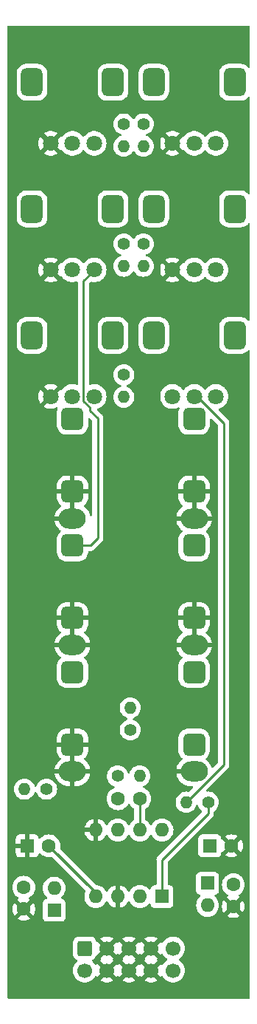
<source format=gbl>
%TF.GenerationSoftware,KiCad,Pcbnew,(7.0.0)*%
%TF.CreationDate,2023-03-06T10:19:20-05:00*%
%TF.ProjectId,ER-MIXER5-02,45522d4d-4958-4455-9235-2d30322e6b69,2*%
%TF.SameCoordinates,Original*%
%TF.FileFunction,Copper,L2,Bot*%
%TF.FilePolarity,Positive*%
%FSLAX46Y46*%
G04 Gerber Fmt 4.6, Leading zero omitted, Abs format (unit mm)*
G04 Created by KiCad (PCBNEW (7.0.0)) date 2023-03-06 10:19:20*
%MOMM*%
%LPD*%
G01*
G04 APERTURE LIST*
G04 Aperture macros list*
%AMRoundRect*
0 Rectangle with rounded corners*
0 $1 Rounding radius*
0 $2 $3 $4 $5 $6 $7 $8 $9 X,Y pos of 4 corners*
0 Add a 4 corners polygon primitive as box body*
4,1,4,$2,$3,$4,$5,$6,$7,$8,$9,$2,$3,0*
0 Add four circle primitives for the rounded corners*
1,1,$1+$1,$2,$3*
1,1,$1+$1,$4,$5*
1,1,$1+$1,$6,$7*
1,1,$1+$1,$8,$9*
0 Add four rect primitives between the rounded corners*
20,1,$1+$1,$2,$3,$4,$5,0*
20,1,$1+$1,$4,$5,$6,$7,0*
20,1,$1+$1,$6,$7,$8,$9,0*
20,1,$1+$1,$8,$9,$2,$3,0*%
G04 Aperture macros list end*
%TA.AperFunction,WasherPad*%
%ADD10RoundRect,0.625000X0.625000X-0.975000X0.625000X0.975000X-0.625000X0.975000X-0.625000X-0.975000X0*%
%TD*%
%TA.AperFunction,WasherPad*%
%ADD11RoundRect,0.578704X0.671296X-1.021296X0.671296X1.021296X-0.671296X1.021296X-0.671296X-1.021296X0*%
%TD*%
%TA.AperFunction,ComponentPad*%
%ADD12C,1.800000*%
%TD*%
%TA.AperFunction,ComponentPad*%
%ADD13C,1.400000*%
%TD*%
%TA.AperFunction,ComponentPad*%
%ADD14O,1.400000X1.400000*%
%TD*%
%TA.AperFunction,ComponentPad*%
%ADD15R,1.600000X1.600000*%
%TD*%
%TA.AperFunction,ComponentPad*%
%ADD16O,1.600000X1.600000*%
%TD*%
%TA.AperFunction,ComponentPad*%
%ADD17O,3.100000X2.300000*%
%TD*%
%TA.AperFunction,ComponentPad*%
%ADD18RoundRect,0.650000X-0.650000X-0.650000X0.650000X-0.650000X0.650000X0.650000X-0.650000X0.650000X0*%
%TD*%
%TA.AperFunction,ComponentPad*%
%ADD19C,1.600000*%
%TD*%
%TA.AperFunction,ComponentPad*%
%ADD20RoundRect,0.250000X-0.600000X0.600000X-0.600000X-0.600000X0.600000X-0.600000X0.600000X0.600000X0*%
%TD*%
%TA.AperFunction,ComponentPad*%
%ADD21C,1.700000*%
%TD*%
%TA.AperFunction,Conductor*%
%ADD22C,0.250000*%
%TD*%
%TA.AperFunction,Conductor*%
%ADD23C,0.304800*%
%TD*%
G04 APERTURE END LIST*
D10*
%TO.P,RV5,*%
%TO.N,*%
X17950000Y-29500000D03*
D11*
X27250000Y-29500000D03*
D12*
%TO.P,RV5,1,1*%
%TO.N,/VI_4*%
X25100000Y-36500000D03*
%TO.P,RV5,2,2*%
%TO.N,/POTWIPER_4*%
X22600000Y-36500000D03*
%TO.P,RV5,3,3*%
%TO.N,GND*%
X20100000Y-36500000D03*
%TD*%
D13*
%TO.P,R4,1*%
%TO.N,/POTWIPER_4*%
X16750000Y-33530000D03*
D14*
%TO.P,R4,2*%
%TO.N,/VSUM*%
X16749999Y-36069999D03*
%TD*%
D15*
%TO.P,D2,1,K*%
%TO.N,Net-(D2-K)*%
X6499999Y-109883685D03*
D16*
%TO.P,D2,2,A*%
%TO.N,-12V*%
X6499999Y-107343685D03*
%TD*%
D10*
%TO.P,RV1,*%
%TO.N,*%
X17950000Y-44000000D03*
D11*
X27250000Y-44000000D03*
D12*
%TO.P,RV1,1,1*%
%TO.N,unconnected-(RV1-Pad1)*%
X25100000Y-51000000D03*
%TO.P,RV1,2,2*%
%TO.N,/VOL2*%
X22600000Y-51000000D03*
%TO.P,RV1,3,3*%
%TO.N,/VOL1*%
X20100000Y-51000000D03*
%TD*%
D10*
%TO.P,RV3,*%
%TO.N,*%
X17950000Y-15000000D03*
D11*
X27250000Y-15000000D03*
D12*
%TO.P,RV3,1,1*%
%TO.N,/VI_2*%
X25100000Y-22000000D03*
%TO.P,RV3,2,2*%
%TO.N,/POTWIPER_2*%
X22600000Y-22000000D03*
%TO.P,RV3,3,3*%
%TO.N,GND*%
X20100000Y-22000000D03*
%TD*%
D10*
%TO.P,RV6,*%
%TO.N,*%
X3950000Y-44000000D03*
D11*
X13250000Y-44000000D03*
D12*
%TO.P,RV6,1,1*%
%TO.N,/VI_5*%
X11100000Y-51000000D03*
%TO.P,RV6,2,2*%
%TO.N,/POTWIPER_5*%
X8600000Y-51000000D03*
%TO.P,RV6,3,3*%
%TO.N,GND*%
X6100000Y-51000000D03*
%TD*%
D17*
%TO.P,J5,S*%
%TO.N,GND*%
X22599999Y-79479999D03*
D18*
%TO.P,J5,T*%
%TO.N,/VI_4*%
X22600000Y-68080000D03*
%TO.P,J5,TN*%
%TO.N,GND*%
X22600000Y-76380000D03*
%TD*%
D17*
%TO.P,J6,S*%
%TO.N,GND*%
X8599999Y-93979999D03*
D18*
%TO.P,J6,T*%
%TO.N,/VI_5*%
X8600000Y-82580000D03*
%TO.P,J6,TN*%
%TO.N,GND*%
X8600000Y-90880000D03*
%TD*%
D13*
%TO.P,R10,1*%
%TO.N,/VO*%
X15250000Y-89220000D03*
D14*
%TO.P,R10,2*%
%TO.N,/OUT*%
X15249999Y-86679999D03*
%TD*%
D15*
%TO.P,C3,1*%
%TO.N,+12V*%
X24383999Y-102499999D03*
D19*
%TO.P,C3,2*%
%TO.N,GND*%
X26884000Y-102500000D03*
%TD*%
D13*
%TO.P,R7,1*%
%TO.N,/VSUM*%
X5620000Y-96000000D03*
D14*
%TO.P,R7,2*%
%TO.N,Net-(R7-Pad2)*%
X3079999Y-95999999D03*
%TD*%
D19*
%TO.P,C1,1*%
%TO.N,+12V*%
X27100000Y-106954000D03*
%TO.P,C1,2*%
%TO.N,GND*%
X27100000Y-109454000D03*
%TD*%
D13*
%TO.P,R5,1*%
%TO.N,/POTWIPER_5*%
X14500000Y-48530000D03*
D14*
%TO.P,R5,2*%
%TO.N,/VSUM*%
X14499999Y-51069999D03*
%TD*%
D17*
%TO.P,J2,S*%
%TO.N,GND*%
X8599999Y-64979999D03*
D18*
%TO.P,J2,T*%
%TO.N,/VI_1*%
X8600000Y-53580000D03*
%TO.P,J2,TN*%
%TO.N,GND*%
X8600000Y-61880000D03*
%TD*%
D17*
%TO.P,J1,S*%
%TO.N,GND*%
X22599999Y-93979999D03*
D18*
%TO.P,J1,T*%
%TO.N,/OUT*%
X22600000Y-82580000D03*
%TO.P,J1,TN*%
%TO.N,unconnected-(J1-PadTN)*%
X22600000Y-90880000D03*
%TD*%
D15*
%TO.P,D1,1,K*%
%TO.N,+12V*%
X24129999Y-106778314D03*
D16*
%TO.P,D1,2,A*%
%TO.N,Net-(D1-A)*%
X24129999Y-109318314D03*
%TD*%
D19*
%TO.P,C2,1*%
%TO.N,GND*%
X3000000Y-109750000D03*
%TO.P,C2,2*%
%TO.N,-12V*%
X3000000Y-107250000D03*
%TD*%
D13*
%TO.P,R8,1*%
%TO.N,Net-(R7-Pad2)*%
X24220000Y-97500000D03*
D14*
%TO.P,R8,2*%
%TO.N,/VOL2*%
X21679999Y-97499999D03*
%TD*%
D13*
%TO.P,R3,1*%
%TO.N,/POTWIPER_3*%
X14500000Y-33530000D03*
D14*
%TO.P,R3,2*%
%TO.N,/VSUM*%
X14499999Y-36069999D03*
%TD*%
D13*
%TO.P,R9,1*%
%TO.N,/VOL1*%
X13780000Y-94500000D03*
D14*
%TO.P,R9,2*%
%TO.N,/VO*%
X16319999Y-94499999D03*
%TD*%
D17*
%TO.P,J4,S*%
%TO.N,GND*%
X8599999Y-79479999D03*
D18*
%TO.P,J4,T*%
%TO.N,/VI_3*%
X8600000Y-68080000D03*
%TO.P,J4,TN*%
%TO.N,GND*%
X8600000Y-76380000D03*
%TD*%
D10*
%TO.P,RV2,*%
%TO.N,*%
X3950000Y-15000000D03*
D11*
X13250000Y-15000000D03*
D12*
%TO.P,RV2,1,1*%
%TO.N,/VI_1*%
X11100000Y-22000000D03*
%TO.P,RV2,2,2*%
%TO.N,/POTWIPER_1*%
X8600000Y-22000000D03*
%TO.P,RV2,3,3*%
%TO.N,GND*%
X6100000Y-22000000D03*
%TD*%
D13*
%TO.P,R1,1*%
%TO.N,/POTWIPER_1*%
X14500000Y-19780000D03*
D14*
%TO.P,R1,2*%
%TO.N,/VSUM*%
X14499999Y-22319999D03*
%TD*%
D10*
%TO.P,RV4,*%
%TO.N,*%
X3950000Y-29500000D03*
D11*
X13250000Y-29500000D03*
D12*
%TO.P,RV4,1,1*%
%TO.N,/VI_3*%
X11100000Y-36500000D03*
%TO.P,RV4,2,2*%
%TO.N,/POTWIPER_3*%
X8600000Y-36500000D03*
%TO.P,RV4,3,3*%
%TO.N,GND*%
X6100000Y-36500000D03*
%TD*%
D13*
%TO.P,R2,1*%
%TO.N,/POTWIPER_2*%
X16750000Y-19780000D03*
D14*
%TO.P,R2,2*%
%TO.N,/VSUM*%
X16749999Y-22319999D03*
%TD*%
D19*
%TO.P,C5,1*%
%TO.N,/VO*%
X16350000Y-97100000D03*
%TO.P,C5,2*%
%TO.N,/VOL2*%
X13850000Y-97100000D03*
%TD*%
D15*
%TO.P,C4,1*%
%TO.N,GND*%
X3394887Y-102499999D03*
D19*
%TO.P,C4,2*%
%TO.N,-12V*%
X5894888Y-102500000D03*
%TD*%
D17*
%TO.P,J3,S*%
%TO.N,GND*%
X22599999Y-64979999D03*
D18*
%TO.P,J3,T*%
%TO.N,/VI_2*%
X22600000Y-53580000D03*
%TO.P,J3,TN*%
%TO.N,GND*%
X22600000Y-61880000D03*
%TD*%
D20*
%TO.P,J8,1,Pin_1*%
%TO.N,Net-(D2-K)*%
X10020000Y-114247500D03*
D21*
%TO.P,J8,2,Pin_2*%
X10020000Y-116787500D03*
%TO.P,J8,3,Pin_3*%
%TO.N,GND*%
X12560000Y-114247500D03*
%TO.P,J8,4,Pin_4*%
X12560000Y-116787500D03*
%TO.P,J8,5,Pin_5*%
X15100000Y-114247500D03*
%TO.P,J8,6,Pin_6*%
X15100000Y-116787500D03*
%TO.P,J8,7,Pin_7*%
X17640000Y-114247500D03*
%TO.P,J8,8,Pin_8*%
X17640000Y-116787500D03*
%TO.P,J8,9,Pin_9*%
%TO.N,Net-(D1-A)*%
X20180000Y-114247500D03*
%TO.P,J8,10,Pin_10*%
X20180000Y-116787500D03*
%TD*%
D15*
%TO.P,U1,1*%
%TO.N,Net-(R7-Pad2)*%
X18899999Y-108300011D03*
D16*
%TO.P,U1,2,-*%
%TO.N,/VSUM*%
X16359999Y-108300011D03*
%TO.P,U1,3,+*%
%TO.N,GND*%
X13819999Y-108300011D03*
%TO.P,U1,4,V-*%
%TO.N,-12V*%
X11279999Y-108300011D03*
%TO.P,U1,5,+*%
%TO.N,GND*%
X11279999Y-100680011D03*
%TO.P,U1,6,-*%
%TO.N,/VOL2*%
X13819999Y-100680011D03*
%TO.P,U1,7*%
%TO.N,/VO*%
X16359999Y-100680011D03*
%TO.P,U1,8,V+*%
%TO.N,+12V*%
X18899999Y-100680011D03*
%TD*%
D22*
%TO.N,/VO*%
X16350000Y-100670012D02*
X16360000Y-100680012D01*
X16350000Y-97100000D02*
X16350000Y-100670012D01*
D23*
%TO.N,-12V*%
X5894888Y-102500000D02*
X11280000Y-107885112D01*
D22*
%TO.N,Net-(R7-Pad2)*%
X18900000Y-108300012D02*
X18900000Y-104100000D01*
X18900000Y-104100000D02*
X24220000Y-98780000D01*
X24220000Y-98780000D02*
X24220000Y-97500000D01*
%TO.N,/VOL2*%
X26000000Y-54050000D02*
X22750000Y-50800000D01*
X26000000Y-93180000D02*
X26000000Y-54050000D01*
X21680000Y-97500000D02*
X26000000Y-93180000D01*
%TO.N,/VI_3*%
X9875000Y-51507412D02*
X10617588Y-52250000D01*
X11100000Y-36550000D02*
X9875000Y-37775000D01*
X11500000Y-67250000D02*
X10670000Y-68080000D01*
X9875000Y-37775000D02*
X9875000Y-51507412D01*
X10617588Y-52617588D02*
X11500000Y-53500000D01*
X10617588Y-52250000D02*
X10617588Y-52617588D01*
X10670000Y-68080000D02*
X8500000Y-68080000D01*
X11500000Y-53500000D02*
X11500000Y-67250000D01*
%TD*%
%TA.AperFunction,Conductor*%
%TO.N,GND*%
G36*
X28937000Y-8517381D02*
G01*
X28983119Y-8563500D01*
X29000000Y-8626500D01*
X29000000Y-13221850D01*
X28984007Y-13283286D01*
X28940089Y-13329126D01*
X28879394Y-13347734D01*
X28817330Y-13334387D01*
X28769653Y-13292473D01*
X28763474Y-13283343D01*
X28616657Y-13136526D01*
X28611686Y-13133161D01*
X28611683Y-13133159D01*
X28449678Y-13023512D01*
X28449674Y-13023510D01*
X28444707Y-13020148D01*
X28439198Y-13017789D01*
X28439191Y-13017785D01*
X28259357Y-12940776D01*
X28259356Y-12940775D01*
X28253841Y-12938414D01*
X28247983Y-12937139D01*
X28247978Y-12937138D01*
X28055710Y-12895313D01*
X28055705Y-12895312D01*
X28050955Y-12894279D01*
X28046097Y-12893989D01*
X28046093Y-12893989D01*
X28006168Y-12891610D01*
X28006135Y-12891609D01*
X28004305Y-12891500D01*
X28002438Y-12891500D01*
X26497565Y-12891500D01*
X26497531Y-12891500D01*
X26495696Y-12891501D01*
X26493837Y-12891611D01*
X26493827Y-12891612D01*
X26453916Y-12893988D01*
X26453903Y-12893989D01*
X26449045Y-12894279D01*
X26444287Y-12895314D01*
X26444280Y-12895315D01*
X26252021Y-12937138D01*
X26252013Y-12937140D01*
X26246159Y-12938414D01*
X26240646Y-12940774D01*
X26240642Y-12940776D01*
X26060808Y-13017785D01*
X26060796Y-13017791D01*
X26055293Y-13020148D01*
X26050329Y-13023507D01*
X26050321Y-13023512D01*
X25888316Y-13133159D01*
X25888307Y-13133165D01*
X25883343Y-13136526D01*
X25879100Y-13140768D01*
X25879095Y-13140773D01*
X25740773Y-13279095D01*
X25740768Y-13279100D01*
X25736526Y-13283343D01*
X25733165Y-13288307D01*
X25733159Y-13288316D01*
X25623512Y-13450321D01*
X25623507Y-13450329D01*
X25620148Y-13455293D01*
X25617791Y-13460796D01*
X25617785Y-13460808D01*
X25540776Y-13640642D01*
X25540774Y-13640646D01*
X25538414Y-13646159D01*
X25537140Y-13652013D01*
X25537138Y-13652021D01*
X25495313Y-13844289D01*
X25495311Y-13844296D01*
X25494279Y-13849045D01*
X25493989Y-13853900D01*
X25493989Y-13853906D01*
X25491610Y-13893831D01*
X25491608Y-13893865D01*
X25491500Y-13895695D01*
X25491500Y-13897560D01*
X25491500Y-13897561D01*
X25491500Y-16102434D01*
X25491500Y-16102467D01*
X25491501Y-16104304D01*
X25491611Y-16106163D01*
X25491612Y-16106172D01*
X25493988Y-16146083D01*
X25493989Y-16146093D01*
X25494279Y-16150955D01*
X25495314Y-16155714D01*
X25495315Y-16155719D01*
X25537138Y-16347978D01*
X25537139Y-16347983D01*
X25538414Y-16353841D01*
X25540775Y-16359356D01*
X25540776Y-16359357D01*
X25617785Y-16539191D01*
X25617789Y-16539198D01*
X25620148Y-16544707D01*
X25623510Y-16549674D01*
X25623512Y-16549678D01*
X25733159Y-16711683D01*
X25733161Y-16711686D01*
X25736526Y-16716657D01*
X25883343Y-16863474D01*
X26055293Y-16979852D01*
X26060805Y-16982212D01*
X26060808Y-16982214D01*
X26134555Y-17013794D01*
X26246159Y-17061586D01*
X26449045Y-17105721D01*
X26491186Y-17108231D01*
X26493831Y-17108389D01*
X26493832Y-17108389D01*
X26495695Y-17108500D01*
X28004304Y-17108499D01*
X28050955Y-17105721D01*
X28253841Y-17061586D01*
X28444707Y-16979852D01*
X28616657Y-16863474D01*
X28763474Y-16716657D01*
X28769653Y-16707526D01*
X28817330Y-16665613D01*
X28879394Y-16652266D01*
X28940089Y-16670874D01*
X28984007Y-16716714D01*
X29000000Y-16778150D01*
X29000000Y-27721850D01*
X28984007Y-27783286D01*
X28940089Y-27829126D01*
X28879394Y-27847734D01*
X28817330Y-27834387D01*
X28769653Y-27792473D01*
X28763474Y-27783343D01*
X28616657Y-27636526D01*
X28611686Y-27633161D01*
X28611683Y-27633159D01*
X28449678Y-27523512D01*
X28449674Y-27523510D01*
X28444707Y-27520148D01*
X28439198Y-27517789D01*
X28439191Y-27517785D01*
X28259357Y-27440776D01*
X28259356Y-27440775D01*
X28253841Y-27438414D01*
X28247983Y-27437139D01*
X28247978Y-27437138D01*
X28055710Y-27395313D01*
X28055705Y-27395312D01*
X28050955Y-27394279D01*
X28046097Y-27393989D01*
X28046093Y-27393989D01*
X28006168Y-27391610D01*
X28006135Y-27391609D01*
X28004305Y-27391500D01*
X28002438Y-27391500D01*
X26497565Y-27391500D01*
X26497531Y-27391500D01*
X26495696Y-27391501D01*
X26493837Y-27391611D01*
X26493827Y-27391612D01*
X26453916Y-27393988D01*
X26453903Y-27393989D01*
X26449045Y-27394279D01*
X26444287Y-27395314D01*
X26444280Y-27395315D01*
X26252021Y-27437138D01*
X26252013Y-27437140D01*
X26246159Y-27438414D01*
X26240646Y-27440774D01*
X26240642Y-27440776D01*
X26060808Y-27517785D01*
X26060796Y-27517791D01*
X26055293Y-27520148D01*
X26050329Y-27523507D01*
X26050321Y-27523512D01*
X25888316Y-27633159D01*
X25888307Y-27633165D01*
X25883343Y-27636526D01*
X25879100Y-27640768D01*
X25879095Y-27640773D01*
X25740773Y-27779095D01*
X25740768Y-27779100D01*
X25736526Y-27783343D01*
X25733165Y-27788307D01*
X25733159Y-27788316D01*
X25623512Y-27950321D01*
X25623507Y-27950329D01*
X25620148Y-27955293D01*
X25617791Y-27960796D01*
X25617785Y-27960808D01*
X25540776Y-28140642D01*
X25540774Y-28140646D01*
X25538414Y-28146159D01*
X25537140Y-28152013D01*
X25537138Y-28152021D01*
X25495313Y-28344289D01*
X25495311Y-28344296D01*
X25494279Y-28349045D01*
X25493989Y-28353900D01*
X25493989Y-28353906D01*
X25491610Y-28393831D01*
X25491608Y-28393865D01*
X25491500Y-28395695D01*
X25491500Y-28397560D01*
X25491500Y-28397561D01*
X25491500Y-30602434D01*
X25491500Y-30602467D01*
X25491501Y-30604304D01*
X25491611Y-30606163D01*
X25491612Y-30606172D01*
X25493988Y-30646083D01*
X25493989Y-30646093D01*
X25494279Y-30650955D01*
X25495314Y-30655714D01*
X25495315Y-30655719D01*
X25537138Y-30847978D01*
X25537139Y-30847983D01*
X25538414Y-30853841D01*
X25540775Y-30859356D01*
X25540776Y-30859357D01*
X25617785Y-31039191D01*
X25617789Y-31039198D01*
X25620148Y-31044707D01*
X25623510Y-31049674D01*
X25623512Y-31049678D01*
X25733159Y-31211683D01*
X25733161Y-31211686D01*
X25736526Y-31216657D01*
X25883343Y-31363474D01*
X26055293Y-31479852D01*
X26060805Y-31482212D01*
X26060808Y-31482214D01*
X26134555Y-31513794D01*
X26246159Y-31561586D01*
X26449045Y-31605721D01*
X26491186Y-31608231D01*
X26493831Y-31608389D01*
X26493832Y-31608389D01*
X26495695Y-31608500D01*
X28004304Y-31608499D01*
X28050955Y-31605721D01*
X28253841Y-31561586D01*
X28444707Y-31479852D01*
X28616657Y-31363474D01*
X28763474Y-31216657D01*
X28769653Y-31207526D01*
X28817330Y-31165613D01*
X28879394Y-31152266D01*
X28940089Y-31170874D01*
X28984007Y-31216714D01*
X29000000Y-31278150D01*
X29000000Y-42221850D01*
X28984007Y-42283286D01*
X28940089Y-42329126D01*
X28879394Y-42347734D01*
X28817330Y-42334387D01*
X28769653Y-42292473D01*
X28763474Y-42283343D01*
X28616657Y-42136526D01*
X28611686Y-42133161D01*
X28611683Y-42133159D01*
X28449678Y-42023512D01*
X28449674Y-42023510D01*
X28444707Y-42020148D01*
X28439198Y-42017789D01*
X28439191Y-42017785D01*
X28259357Y-41940776D01*
X28259356Y-41940775D01*
X28253841Y-41938414D01*
X28247983Y-41937139D01*
X28247978Y-41937138D01*
X28055710Y-41895313D01*
X28055705Y-41895312D01*
X28050955Y-41894279D01*
X28046097Y-41893989D01*
X28046093Y-41893989D01*
X28006168Y-41891610D01*
X28006135Y-41891609D01*
X28004305Y-41891500D01*
X28002438Y-41891500D01*
X26497565Y-41891500D01*
X26497531Y-41891500D01*
X26495696Y-41891501D01*
X26493837Y-41891611D01*
X26493827Y-41891612D01*
X26453916Y-41893988D01*
X26453903Y-41893989D01*
X26449045Y-41894279D01*
X26444287Y-41895314D01*
X26444280Y-41895315D01*
X26252021Y-41937138D01*
X26252013Y-41937140D01*
X26246159Y-41938414D01*
X26240646Y-41940774D01*
X26240642Y-41940776D01*
X26060808Y-42017785D01*
X26060796Y-42017791D01*
X26055293Y-42020148D01*
X26050329Y-42023507D01*
X26050321Y-42023512D01*
X25888316Y-42133159D01*
X25888307Y-42133165D01*
X25883343Y-42136526D01*
X25879100Y-42140768D01*
X25879095Y-42140773D01*
X25740773Y-42279095D01*
X25740768Y-42279100D01*
X25736526Y-42283343D01*
X25733165Y-42288307D01*
X25733159Y-42288316D01*
X25623512Y-42450321D01*
X25623507Y-42450329D01*
X25620148Y-42455293D01*
X25617791Y-42460796D01*
X25617785Y-42460808D01*
X25540776Y-42640642D01*
X25540774Y-42640646D01*
X25538414Y-42646159D01*
X25537140Y-42652013D01*
X25537138Y-42652021D01*
X25495313Y-42844289D01*
X25495311Y-42844296D01*
X25494279Y-42849045D01*
X25493989Y-42853900D01*
X25493989Y-42853906D01*
X25491610Y-42893831D01*
X25491608Y-42893865D01*
X25491500Y-42895695D01*
X25491500Y-42897560D01*
X25491500Y-42897561D01*
X25491500Y-45102434D01*
X25491500Y-45102467D01*
X25491501Y-45104304D01*
X25491611Y-45106163D01*
X25491612Y-45106172D01*
X25493988Y-45146083D01*
X25493989Y-45146093D01*
X25494279Y-45150955D01*
X25495314Y-45155714D01*
X25495315Y-45155719D01*
X25537138Y-45347978D01*
X25537139Y-45347983D01*
X25538414Y-45353841D01*
X25540775Y-45359356D01*
X25540776Y-45359357D01*
X25617785Y-45539191D01*
X25617789Y-45539198D01*
X25620148Y-45544707D01*
X25623510Y-45549674D01*
X25623512Y-45549678D01*
X25733159Y-45711683D01*
X25733161Y-45711686D01*
X25736526Y-45716657D01*
X25883343Y-45863474D01*
X26055293Y-45979852D01*
X26060805Y-45982212D01*
X26060808Y-45982214D01*
X26134555Y-46013794D01*
X26246159Y-46061586D01*
X26449045Y-46105721D01*
X26491186Y-46108231D01*
X26493831Y-46108389D01*
X26493832Y-46108389D01*
X26495695Y-46108500D01*
X28004304Y-46108499D01*
X28050955Y-46105721D01*
X28253841Y-46061586D01*
X28444707Y-45979852D01*
X28616657Y-45863474D01*
X28763474Y-45716657D01*
X28769653Y-45707526D01*
X28817330Y-45665613D01*
X28879394Y-45652266D01*
X28940089Y-45670874D01*
X28984007Y-45716714D01*
X29000000Y-45778150D01*
X29000000Y-119873500D01*
X28983119Y-119936500D01*
X28937000Y-119982619D01*
X28874000Y-119999500D01*
X1226500Y-119999500D01*
X1163500Y-119982619D01*
X1117381Y-119936500D01*
X1100500Y-119873500D01*
X1100500Y-116787500D01*
X8656844Y-116787500D01*
X8675436Y-117011868D01*
X8730704Y-117230116D01*
X8821140Y-117436291D01*
X8944278Y-117624768D01*
X8947806Y-117628600D01*
X9093227Y-117786569D01*
X9093231Y-117786573D01*
X9096760Y-117790406D01*
X9274424Y-117928689D01*
X9472426Y-118035842D01*
X9477355Y-118037534D01*
X9477357Y-118037535D01*
X9578895Y-118072393D01*
X9685365Y-118108944D01*
X9907431Y-118146000D01*
X10127358Y-118146000D01*
X10132569Y-118146000D01*
X10354635Y-118108944D01*
X10567574Y-118035842D01*
X10765576Y-117928689D01*
X10786977Y-117912032D01*
X11800210Y-117912032D01*
X11808446Y-117923401D01*
X11810592Y-117925071D01*
X11819278Y-117930746D01*
X12008042Y-118032900D01*
X12017559Y-118037075D01*
X12220557Y-118106764D01*
X12230627Y-118109314D01*
X12442335Y-118144642D01*
X12452684Y-118145500D01*
X12667316Y-118145500D01*
X12677664Y-118144642D01*
X12889372Y-118109314D01*
X12899442Y-118106764D01*
X13102440Y-118037075D01*
X13111957Y-118032900D01*
X13300720Y-117930746D01*
X13309410Y-117925069D01*
X13311552Y-117923402D01*
X13319787Y-117912033D01*
X13319786Y-117912032D01*
X14340210Y-117912032D01*
X14348446Y-117923401D01*
X14350592Y-117925071D01*
X14359278Y-117930746D01*
X14548042Y-118032900D01*
X14557559Y-118037075D01*
X14760557Y-118106764D01*
X14770627Y-118109314D01*
X14982335Y-118144642D01*
X14992684Y-118145500D01*
X15207316Y-118145500D01*
X15217664Y-118144642D01*
X15429372Y-118109314D01*
X15439442Y-118106764D01*
X15642440Y-118037075D01*
X15651957Y-118032900D01*
X15840720Y-117930746D01*
X15849410Y-117925069D01*
X15851552Y-117923402D01*
X15859787Y-117912033D01*
X15859786Y-117912032D01*
X16880210Y-117912032D01*
X16888446Y-117923401D01*
X16890592Y-117925071D01*
X16899278Y-117930746D01*
X17088042Y-118032900D01*
X17097559Y-118037075D01*
X17300557Y-118106764D01*
X17310627Y-118109314D01*
X17522335Y-118144642D01*
X17532684Y-118145500D01*
X17747316Y-118145500D01*
X17757664Y-118144642D01*
X17969372Y-118109314D01*
X17979442Y-118106764D01*
X18182440Y-118037075D01*
X18191957Y-118032900D01*
X18380720Y-117930746D01*
X18389410Y-117925069D01*
X18391552Y-117923402D01*
X18399787Y-117912033D01*
X18393019Y-117899729D01*
X17651729Y-117158439D01*
X17639999Y-117151667D01*
X17628271Y-117158438D01*
X16886978Y-117899730D01*
X16880210Y-117912032D01*
X15859786Y-117912032D01*
X15853019Y-117899729D01*
X15111729Y-117158439D01*
X15099999Y-117151667D01*
X15088271Y-117158438D01*
X14346978Y-117899730D01*
X14340210Y-117912032D01*
X13319786Y-117912032D01*
X13313019Y-117899729D01*
X12571729Y-117158439D01*
X12559999Y-117151667D01*
X12548271Y-117158438D01*
X11806978Y-117899730D01*
X11800210Y-117912032D01*
X10786977Y-117912032D01*
X10943240Y-117790406D01*
X11095722Y-117624768D01*
X11184817Y-117488396D01*
X11230328Y-117446501D01*
X11290297Y-117431314D01*
X11350266Y-117446500D01*
X11395780Y-117488397D01*
X11429232Y-117539598D01*
X11437328Y-117547447D01*
X11446859Y-117541429D01*
X12189059Y-116799230D01*
X12195832Y-116787499D01*
X12924167Y-116787499D01*
X12930939Y-116799229D01*
X13673138Y-117541428D01*
X13682670Y-117547447D01*
X13690764Y-117539600D01*
X13724516Y-117487940D01*
X13770030Y-117446042D01*
X13829999Y-117430856D01*
X13889968Y-117446042D01*
X13935481Y-117487939D01*
X13969232Y-117539598D01*
X13977328Y-117547447D01*
X13986859Y-117541429D01*
X14729059Y-116799230D01*
X14735832Y-116787499D01*
X15464167Y-116787499D01*
X15470939Y-116799229D01*
X16213138Y-117541428D01*
X16222670Y-117547447D01*
X16230764Y-117539600D01*
X16264516Y-117487940D01*
X16310030Y-117446042D01*
X16369999Y-117430856D01*
X16429968Y-117446042D01*
X16475481Y-117487939D01*
X16509232Y-117539598D01*
X16517328Y-117547447D01*
X16526859Y-117541429D01*
X17269059Y-116799230D01*
X17275832Y-116787499D01*
X18004167Y-116787499D01*
X18010939Y-116799229D01*
X18753138Y-117541428D01*
X18762670Y-117547447D01*
X18770765Y-117539599D01*
X18804217Y-117488398D01*
X18849731Y-117446499D01*
X18909700Y-117431313D01*
X18969669Y-117446499D01*
X19015183Y-117488398D01*
X19104278Y-117624768D01*
X19107806Y-117628600D01*
X19253227Y-117786569D01*
X19253231Y-117786573D01*
X19256760Y-117790406D01*
X19434424Y-117928689D01*
X19632426Y-118035842D01*
X19637355Y-118037534D01*
X19637357Y-118037535D01*
X19738895Y-118072393D01*
X19845365Y-118108944D01*
X20067431Y-118146000D01*
X20287358Y-118146000D01*
X20292569Y-118146000D01*
X20514635Y-118108944D01*
X20727574Y-118035842D01*
X20925576Y-117928689D01*
X21103240Y-117790406D01*
X21255722Y-117624768D01*
X21378860Y-117436291D01*
X21469296Y-117230116D01*
X21524564Y-117011868D01*
X21543156Y-116787500D01*
X21524564Y-116563132D01*
X21469296Y-116344884D01*
X21378860Y-116138709D01*
X21255722Y-115950232D01*
X21194956Y-115884223D01*
X21106772Y-115788430D01*
X21106767Y-115788425D01*
X21103240Y-115784594D01*
X20925576Y-115646311D01*
X20921002Y-115643836D01*
X20920995Y-115643831D01*
X20892320Y-115628314D01*
X20844048Y-115581998D01*
X20826289Y-115517500D01*
X20844048Y-115453002D01*
X20892320Y-115406686D01*
X20920990Y-115391171D01*
X20925576Y-115388689D01*
X21103240Y-115250406D01*
X21255722Y-115084768D01*
X21378860Y-114896291D01*
X21469296Y-114690116D01*
X21524564Y-114471868D01*
X21543156Y-114247500D01*
X21524564Y-114023132D01*
X21469296Y-113804884D01*
X21378860Y-113598709D01*
X21255722Y-113410232D01*
X21177041Y-113324762D01*
X21106772Y-113248430D01*
X21106767Y-113248425D01*
X21103240Y-113244594D01*
X20925576Y-113106311D01*
X20920997Y-113103833D01*
X20920994Y-113103831D01*
X20732159Y-113001639D01*
X20732156Y-113001637D01*
X20727574Y-112999158D01*
X20722650Y-112997467D01*
X20722642Y-112997464D01*
X20519565Y-112927748D01*
X20519559Y-112927746D01*
X20514635Y-112926056D01*
X20509498Y-112925198D01*
X20509495Y-112925198D01*
X20297706Y-112889857D01*
X20297703Y-112889856D01*
X20292569Y-112889000D01*
X20067431Y-112889000D01*
X20062297Y-112889856D01*
X20062293Y-112889857D01*
X19850504Y-112925198D01*
X19850498Y-112925199D01*
X19845365Y-112926056D01*
X19840443Y-112927745D01*
X19840434Y-112927748D01*
X19637357Y-112997464D01*
X19637344Y-112997469D01*
X19632426Y-112999158D01*
X19627847Y-113001635D01*
X19627840Y-113001639D01*
X19439005Y-113103831D01*
X19438997Y-113103836D01*
X19434424Y-113106311D01*
X19430313Y-113109510D01*
X19430311Y-113109512D01*
X19260878Y-113241388D01*
X19260872Y-113241393D01*
X19256760Y-113244594D01*
X19253237Y-113248419D01*
X19253227Y-113248430D01*
X19107806Y-113406399D01*
X19107802Y-113406402D01*
X19104278Y-113410232D01*
X19101431Y-113414590D01*
X19015183Y-113546602D01*
X18969669Y-113588500D01*
X18909700Y-113603686D01*
X18849731Y-113588500D01*
X18804218Y-113546602D01*
X18770764Y-113495398D01*
X18762670Y-113487551D01*
X18753138Y-113493570D01*
X18010938Y-114235771D01*
X18004167Y-114247499D01*
X18010939Y-114259229D01*
X18753138Y-115001428D01*
X18762670Y-115007447D01*
X18770765Y-114999599D01*
X18804217Y-114948398D01*
X18849731Y-114906499D01*
X18909700Y-114891313D01*
X18969669Y-114906499D01*
X19015183Y-114948398D01*
X19104278Y-115084768D01*
X19107806Y-115088600D01*
X19253227Y-115246569D01*
X19253231Y-115246573D01*
X19256760Y-115250406D01*
X19434424Y-115388689D01*
X19439002Y-115391166D01*
X19439009Y-115391171D01*
X19467680Y-115406687D01*
X19515951Y-115453003D01*
X19533710Y-115517500D01*
X19515951Y-115581997D01*
X19467680Y-115628313D01*
X19439009Y-115643828D01*
X19438993Y-115643838D01*
X19434424Y-115646311D01*
X19430313Y-115649510D01*
X19430311Y-115649512D01*
X19260878Y-115781388D01*
X19260872Y-115781393D01*
X19256760Y-115784594D01*
X19253237Y-115788419D01*
X19253227Y-115788430D01*
X19107806Y-115946399D01*
X19107802Y-115946402D01*
X19104278Y-115950232D01*
X19101431Y-115954590D01*
X19015183Y-116086602D01*
X18969669Y-116128500D01*
X18909700Y-116143686D01*
X18849731Y-116128500D01*
X18804218Y-116086602D01*
X18770764Y-116035398D01*
X18762670Y-116027551D01*
X18753138Y-116033570D01*
X18010938Y-116775771D01*
X18004167Y-116787499D01*
X17275832Y-116787499D01*
X17269060Y-116775770D01*
X16526860Y-116033570D01*
X16517328Y-116027551D01*
X16509232Y-116035400D01*
X16475481Y-116087060D01*
X16429968Y-116128957D01*
X16369999Y-116144143D01*
X16310030Y-116128957D01*
X16264517Y-116087060D01*
X16230763Y-116035397D01*
X16222670Y-116027551D01*
X16213138Y-116033570D01*
X15470938Y-116775771D01*
X15464167Y-116787499D01*
X14735832Y-116787499D01*
X14729060Y-116775770D01*
X13986860Y-116033570D01*
X13977328Y-116027551D01*
X13969232Y-116035400D01*
X13935481Y-116087060D01*
X13889968Y-116128957D01*
X13829999Y-116144143D01*
X13770030Y-116128957D01*
X13724517Y-116087060D01*
X13690763Y-116035397D01*
X13682670Y-116027551D01*
X13673138Y-116033570D01*
X12930938Y-116775771D01*
X12924167Y-116787499D01*
X12195832Y-116787499D01*
X12189060Y-116775770D01*
X11446860Y-116033570D01*
X11437328Y-116027551D01*
X11429232Y-116035400D01*
X11395780Y-116086602D01*
X11350266Y-116128499D01*
X11290297Y-116143685D01*
X11230328Y-116128498D01*
X11184816Y-116086601D01*
X11095722Y-115950232D01*
X11034956Y-115884223D01*
X10946772Y-115788430D01*
X10946767Y-115788425D01*
X10943240Y-115784594D01*
X10908058Y-115757210D01*
X10869321Y-115706667D01*
X10863032Y-115662965D01*
X11800210Y-115662965D01*
X11806979Y-115675269D01*
X12548270Y-116416560D01*
X12559999Y-116423332D01*
X12571730Y-116416559D01*
X13313022Y-115675266D01*
X13319788Y-115662966D01*
X13319787Y-115662965D01*
X14340210Y-115662965D01*
X14346979Y-115675269D01*
X15088270Y-116416560D01*
X15099999Y-116423332D01*
X15111730Y-116416559D01*
X15853022Y-115675266D01*
X15859788Y-115662966D01*
X15859787Y-115662965D01*
X16880210Y-115662965D01*
X16886979Y-115675269D01*
X17628270Y-116416560D01*
X17639999Y-116423332D01*
X17651730Y-116416559D01*
X18393022Y-115675266D01*
X18399788Y-115662966D01*
X18391551Y-115651596D01*
X18389411Y-115649931D01*
X18380721Y-115644253D01*
X18351267Y-115628314D01*
X18302995Y-115581998D01*
X18285236Y-115517500D01*
X18302995Y-115453002D01*
X18351267Y-115406686D01*
X18380721Y-115390746D01*
X18389410Y-115385069D01*
X18391552Y-115383402D01*
X18399787Y-115372033D01*
X18393019Y-115359729D01*
X17651729Y-114618439D01*
X17639999Y-114611667D01*
X17628271Y-114618438D01*
X16886978Y-115359730D01*
X16880210Y-115372032D01*
X16888446Y-115383401D01*
X16890592Y-115385071D01*
X16899282Y-115390748D01*
X16928733Y-115406687D01*
X16977004Y-115453003D01*
X16994763Y-115517500D01*
X16977004Y-115581997D01*
X16928733Y-115628313D01*
X16899282Y-115644251D01*
X16890591Y-115649928D01*
X16888445Y-115651598D01*
X16880210Y-115662965D01*
X15859787Y-115662965D01*
X15851551Y-115651596D01*
X15849411Y-115649931D01*
X15840721Y-115644253D01*
X15811267Y-115628314D01*
X15762995Y-115581998D01*
X15745236Y-115517500D01*
X15762995Y-115453002D01*
X15811267Y-115406686D01*
X15840721Y-115390746D01*
X15849410Y-115385069D01*
X15851552Y-115383402D01*
X15859787Y-115372033D01*
X15853019Y-115359729D01*
X15111729Y-114618439D01*
X15099999Y-114611667D01*
X15088271Y-114618438D01*
X14346978Y-115359730D01*
X14340210Y-115372032D01*
X14348446Y-115383401D01*
X14350592Y-115385071D01*
X14359282Y-115390748D01*
X14388733Y-115406687D01*
X14437004Y-115453003D01*
X14454763Y-115517500D01*
X14437004Y-115581997D01*
X14388733Y-115628313D01*
X14359282Y-115644251D01*
X14350591Y-115649928D01*
X14348445Y-115651598D01*
X14340210Y-115662965D01*
X13319787Y-115662965D01*
X13311551Y-115651596D01*
X13309411Y-115649931D01*
X13300721Y-115644253D01*
X13271267Y-115628314D01*
X13222995Y-115581998D01*
X13205236Y-115517500D01*
X13222995Y-115453002D01*
X13271267Y-115406686D01*
X13300721Y-115390746D01*
X13309410Y-115385069D01*
X13311552Y-115383402D01*
X13319787Y-115372033D01*
X13313019Y-115359729D01*
X12571729Y-114618439D01*
X12559999Y-114611667D01*
X12548271Y-114618438D01*
X11806978Y-115359730D01*
X11800210Y-115372032D01*
X11808446Y-115383401D01*
X11810592Y-115385071D01*
X11819282Y-115390748D01*
X11848733Y-115406687D01*
X11897004Y-115453003D01*
X11914763Y-115517500D01*
X11897004Y-115581997D01*
X11848733Y-115628313D01*
X11819282Y-115644251D01*
X11810591Y-115649928D01*
X11808445Y-115651598D01*
X11800210Y-115662965D01*
X10863032Y-115662965D01*
X10860249Y-115643631D01*
X10883162Y-115584211D01*
X10932206Y-115543585D01*
X10935763Y-115541926D01*
X10942738Y-115539615D01*
X11093652Y-115446530D01*
X11219030Y-115321152D01*
X11312115Y-115170238D01*
X11337682Y-115093077D01*
X11377587Y-115035121D01*
X11426256Y-115014438D01*
X11446859Y-115001429D01*
X12189059Y-114259230D01*
X12195832Y-114247499D01*
X12924167Y-114247499D01*
X12930939Y-114259229D01*
X13673138Y-115001428D01*
X13682670Y-115007447D01*
X13690764Y-114999600D01*
X13724516Y-114947940D01*
X13770030Y-114906042D01*
X13829999Y-114890856D01*
X13889968Y-114906042D01*
X13935481Y-114947939D01*
X13969232Y-114999598D01*
X13977328Y-115007447D01*
X13986859Y-115001429D01*
X14729059Y-114259230D01*
X14735832Y-114247499D01*
X15464167Y-114247499D01*
X15470939Y-114259229D01*
X16213138Y-115001428D01*
X16222670Y-115007447D01*
X16230764Y-114999600D01*
X16264516Y-114947940D01*
X16310030Y-114906042D01*
X16369999Y-114890856D01*
X16429968Y-114906042D01*
X16475481Y-114947939D01*
X16509232Y-114999598D01*
X16517328Y-115007447D01*
X16526859Y-115001429D01*
X17269059Y-114259230D01*
X17275832Y-114247499D01*
X17269060Y-114235770D01*
X16526860Y-113493570D01*
X16517328Y-113487551D01*
X16509232Y-113495400D01*
X16475481Y-113547060D01*
X16429968Y-113588957D01*
X16369999Y-113604143D01*
X16310030Y-113588957D01*
X16264517Y-113547060D01*
X16230763Y-113495397D01*
X16222670Y-113487551D01*
X16213138Y-113493570D01*
X15470938Y-114235771D01*
X15464167Y-114247499D01*
X14735832Y-114247499D01*
X14729060Y-114235770D01*
X13986860Y-113493570D01*
X13977328Y-113487551D01*
X13969232Y-113495400D01*
X13935481Y-113547060D01*
X13889968Y-113588957D01*
X13829999Y-113604143D01*
X13770030Y-113588957D01*
X13724517Y-113547060D01*
X13690763Y-113495397D01*
X13682670Y-113487551D01*
X13673138Y-113493570D01*
X12930938Y-114235771D01*
X12924167Y-114247499D01*
X12195832Y-114247499D01*
X12189060Y-114235770D01*
X11446860Y-113493570D01*
X11426260Y-113480562D01*
X11377585Y-113459876D01*
X11337682Y-113401920D01*
X11314421Y-113331722D01*
X11312115Y-113324762D01*
X11219030Y-113173848D01*
X11168147Y-113122965D01*
X11800210Y-113122965D01*
X11806979Y-113135269D01*
X12548270Y-113876560D01*
X12559999Y-113883332D01*
X12571730Y-113876559D01*
X13313022Y-113135266D01*
X13319788Y-113122966D01*
X13319787Y-113122965D01*
X14340210Y-113122965D01*
X14346979Y-113135269D01*
X15088270Y-113876560D01*
X15099999Y-113883332D01*
X15111730Y-113876559D01*
X15853022Y-113135266D01*
X15859788Y-113122966D01*
X15859787Y-113122965D01*
X16880210Y-113122965D01*
X16886979Y-113135269D01*
X17628270Y-113876560D01*
X17639999Y-113883332D01*
X17651730Y-113876559D01*
X18393022Y-113135266D01*
X18399788Y-113122966D01*
X18391551Y-113111596D01*
X18389411Y-113109931D01*
X18380720Y-113104253D01*
X18191957Y-113002099D01*
X18182440Y-112997924D01*
X17979442Y-112928235D01*
X17969372Y-112925685D01*
X17757664Y-112890357D01*
X17747316Y-112889500D01*
X17532684Y-112889500D01*
X17522335Y-112890357D01*
X17310627Y-112925685D01*
X17300557Y-112928235D01*
X17097559Y-112997924D01*
X17088042Y-113002099D01*
X16899277Y-113104254D01*
X16890591Y-113109928D01*
X16888445Y-113111598D01*
X16880210Y-113122965D01*
X15859787Y-113122965D01*
X15851551Y-113111596D01*
X15849411Y-113109931D01*
X15840720Y-113104253D01*
X15651957Y-113002099D01*
X15642440Y-112997924D01*
X15439442Y-112928235D01*
X15429372Y-112925685D01*
X15217664Y-112890357D01*
X15207316Y-112889500D01*
X14992684Y-112889500D01*
X14982335Y-112890357D01*
X14770627Y-112925685D01*
X14760557Y-112928235D01*
X14557559Y-112997924D01*
X14548042Y-113002099D01*
X14359277Y-113104254D01*
X14350591Y-113109928D01*
X14348445Y-113111598D01*
X14340210Y-113122965D01*
X13319787Y-113122965D01*
X13311551Y-113111596D01*
X13309411Y-113109931D01*
X13300720Y-113104253D01*
X13111957Y-113002099D01*
X13102440Y-112997924D01*
X12899442Y-112928235D01*
X12889372Y-112925685D01*
X12677664Y-112890357D01*
X12667316Y-112889500D01*
X12452684Y-112889500D01*
X12442335Y-112890357D01*
X12230627Y-112925685D01*
X12220557Y-112928235D01*
X12017559Y-112997924D01*
X12008042Y-113002099D01*
X11819277Y-113104254D01*
X11810591Y-113109928D01*
X11808445Y-113111598D01*
X11800210Y-113122965D01*
X11168147Y-113122965D01*
X11093652Y-113048470D01*
X11087404Y-113044616D01*
X10948981Y-112959235D01*
X10948976Y-112959232D01*
X10942738Y-112955385D01*
X10935776Y-112953078D01*
X10935774Y-112953077D01*
X10780951Y-112901775D01*
X10780949Y-112901774D01*
X10774426Y-112899613D01*
X10767589Y-112898914D01*
X10767587Y-112898914D01*
X10673729Y-112889325D01*
X10673723Y-112889324D01*
X10670545Y-112889000D01*
X10667339Y-112889000D01*
X9372661Y-112889000D01*
X9372641Y-112889000D01*
X9369456Y-112889001D01*
X9366279Y-112889325D01*
X9366270Y-112889326D01*
X9272411Y-112898914D01*
X9272405Y-112898915D01*
X9265574Y-112899613D01*
X9259058Y-112901771D01*
X9259049Y-112901774D01*
X9104225Y-112953077D01*
X9104219Y-112953079D01*
X9097262Y-112955385D01*
X9091026Y-112959230D01*
X9091018Y-112959235D01*
X8952595Y-113044616D01*
X8952590Y-113044619D01*
X8946348Y-113048470D01*
X8941158Y-113053659D01*
X8941154Y-113053663D01*
X8826163Y-113168654D01*
X8826159Y-113168658D01*
X8820970Y-113173848D01*
X8817119Y-113180090D01*
X8817116Y-113180095D01*
X8731735Y-113318518D01*
X8731730Y-113318526D01*
X8727885Y-113324762D01*
X8725579Y-113331719D01*
X8725577Y-113331725D01*
X8676259Y-113480562D01*
X8672113Y-113493074D01*
X8671414Y-113499908D01*
X8671414Y-113499912D01*
X8662317Y-113588957D01*
X8661500Y-113596955D01*
X8661500Y-113600159D01*
X8661500Y-113600160D01*
X8661500Y-114894838D01*
X8661500Y-114894857D01*
X8661501Y-114898044D01*
X8661825Y-114901221D01*
X8661826Y-114901229D01*
X8666644Y-114948398D01*
X8672113Y-115001926D01*
X8674272Y-115008443D01*
X8674274Y-115008450D01*
X8725577Y-115163274D01*
X8725578Y-115163276D01*
X8727885Y-115170238D01*
X8731732Y-115176476D01*
X8731735Y-115176481D01*
X8777333Y-115250406D01*
X8820970Y-115321152D01*
X8946348Y-115446530D01*
X9097262Y-115539615D01*
X9104232Y-115541924D01*
X9107795Y-115543586D01*
X9156838Y-115584212D01*
X9179750Y-115643631D01*
X9170678Y-115706666D01*
X9131939Y-115757212D01*
X9096760Y-115784594D01*
X9093237Y-115788419D01*
X9093227Y-115788430D01*
X8947806Y-115946399D01*
X8947802Y-115946402D01*
X8944278Y-115950232D01*
X8941430Y-115954590D01*
X8941427Y-115954595D01*
X8827511Y-116128957D01*
X8821140Y-116138709D01*
X8819048Y-116143478D01*
X8819046Y-116143482D01*
X8732799Y-116340106D01*
X8732796Y-116340114D01*
X8730704Y-116344884D01*
X8675436Y-116563132D01*
X8675006Y-116568320D01*
X8675005Y-116568327D01*
X8657909Y-116774647D01*
X8656844Y-116787500D01*
X1100500Y-116787500D01*
X1100500Y-110836770D01*
X2275860Y-110836770D01*
X2283414Y-110845014D01*
X2338996Y-110883933D01*
X2348482Y-110889410D01*
X2545946Y-110981489D01*
X2556238Y-110985235D01*
X2766687Y-111041625D01*
X2777480Y-111043528D01*
X2994525Y-111062517D01*
X3005475Y-111062517D01*
X3222519Y-111043528D01*
X3233312Y-111041625D01*
X3443761Y-110985235D01*
X3454053Y-110981489D01*
X3651510Y-110889413D01*
X3661006Y-110883931D01*
X3716586Y-110845013D01*
X3724138Y-110836771D01*
X3718128Y-110827338D01*
X3011729Y-110120939D01*
X2999999Y-110114167D01*
X2988271Y-110120938D01*
X2281867Y-110827341D01*
X2275860Y-110836770D01*
X1100500Y-110836770D01*
X1100500Y-109755475D01*
X1687483Y-109755475D01*
X1706471Y-109972519D01*
X1708374Y-109983312D01*
X1764764Y-110193761D01*
X1768510Y-110204053D01*
X1860587Y-110401513D01*
X1866066Y-110411002D01*
X1904985Y-110466586D01*
X1913228Y-110474138D01*
X1922656Y-110468132D01*
X2629059Y-109761730D01*
X2635832Y-109749999D01*
X3364167Y-109749999D01*
X3370939Y-109761729D01*
X4077338Y-110468128D01*
X4086771Y-110474138D01*
X4095013Y-110466586D01*
X4133931Y-110411006D01*
X4139413Y-110401510D01*
X4231489Y-110204053D01*
X4235235Y-110193761D01*
X4291625Y-109983312D01*
X4293528Y-109972519D01*
X4312517Y-109755475D01*
X4312517Y-109744525D01*
X4293528Y-109527480D01*
X4291625Y-109516687D01*
X4235235Y-109306238D01*
X4231489Y-109295946D01*
X4139410Y-109098482D01*
X4133933Y-109088996D01*
X4095014Y-109033414D01*
X4086770Y-109025860D01*
X4077341Y-109031867D01*
X3370938Y-109738271D01*
X3364167Y-109749999D01*
X2635832Y-109749999D01*
X2629060Y-109738270D01*
X1922659Y-109031869D01*
X1913227Y-109025860D01*
X1904985Y-109033413D01*
X1866067Y-109088995D01*
X1860587Y-109098485D01*
X1768510Y-109295946D01*
X1764764Y-109306238D01*
X1708374Y-109516687D01*
X1706471Y-109527480D01*
X1687483Y-109744525D01*
X1687483Y-109755475D01*
X1100500Y-109755475D01*
X1100500Y-107250000D01*
X1686502Y-107250000D01*
X1686981Y-107255475D01*
X1705262Y-107464436D01*
X1706457Y-107478087D01*
X1765716Y-107699243D01*
X1862477Y-107906749D01*
X1865630Y-107911252D01*
X1865633Y-107911257D01*
X1924584Y-107995447D01*
X1993802Y-108094300D01*
X2155700Y-108256198D01*
X2343251Y-108387523D01*
X2348236Y-108389847D01*
X2350525Y-108391169D01*
X2396644Y-108437285D01*
X2413527Y-108500283D01*
X2396650Y-108563282D01*
X2350535Y-108609403D01*
X2339002Y-108616062D01*
X2283413Y-108654985D01*
X2275860Y-108663227D01*
X2281869Y-108672659D01*
X2988270Y-109379060D01*
X2999999Y-109385832D01*
X3011730Y-109379059D01*
X3718132Y-108672656D01*
X3724138Y-108663228D01*
X3716586Y-108654985D01*
X3661003Y-108616067D01*
X3649469Y-108609407D01*
X3603351Y-108563286D01*
X3586472Y-108500285D01*
X3603355Y-108437285D01*
X3649477Y-108391167D01*
X3651754Y-108389851D01*
X3656749Y-108387523D01*
X3844300Y-108256198D01*
X4006198Y-108094300D01*
X4137523Y-107906749D01*
X4234284Y-107699243D01*
X4293543Y-107478087D01*
X4305302Y-107343686D01*
X5186502Y-107343686D01*
X5186981Y-107349161D01*
X5200070Y-107498777D01*
X5206457Y-107571773D01*
X5265716Y-107792929D01*
X5268038Y-107797909D01*
X5268039Y-107797911D01*
X5283810Y-107831732D01*
X5362477Y-108000435D01*
X5365630Y-108004938D01*
X5365633Y-108004943D01*
X5419510Y-108081886D01*
X5493802Y-108187986D01*
X5655700Y-108349884D01*
X5660211Y-108353042D01*
X5664424Y-108356578D01*
X5663639Y-108357512D01*
X5698765Y-108397752D01*
X5712724Y-108456599D01*
X5697655Y-108515171D01*
X5657029Y-108559974D01*
X5606178Y-108578507D01*
X5606305Y-108579042D01*
X5601778Y-108580111D01*
X5600205Y-108580685D01*
X5598638Y-108580853D01*
X5598628Y-108580855D01*
X5590799Y-108581697D01*
X5583423Y-108584447D01*
X5583419Y-108584449D01*
X5462236Y-108629648D01*
X5462230Y-108629651D01*
X5453796Y-108632797D01*
X5446588Y-108638192D01*
X5446582Y-108638196D01*
X5343950Y-108715026D01*
X5343946Y-108715029D01*
X5336739Y-108720425D01*
X5331343Y-108727632D01*
X5331340Y-108727636D01*
X5254510Y-108830268D01*
X5254506Y-108830274D01*
X5249111Y-108837482D01*
X5245965Y-108845916D01*
X5245962Y-108845922D01*
X5200763Y-108967105D01*
X5200761Y-108967109D01*
X5198011Y-108974485D01*
X5197169Y-108982311D01*
X5197168Y-108982318D01*
X5191860Y-109031697D01*
X5191500Y-109035048D01*
X5191500Y-110732324D01*
X5191859Y-110735671D01*
X5191860Y-110735674D01*
X5197168Y-110785053D01*
X5197169Y-110785059D01*
X5198011Y-110792887D01*
X5200762Y-110800264D01*
X5200763Y-110800266D01*
X5245962Y-110921449D01*
X5245964Y-110921452D01*
X5249111Y-110929890D01*
X5254508Y-110937100D01*
X5254510Y-110937103D01*
X5331340Y-111039735D01*
X5336739Y-111046947D01*
X5453796Y-111134575D01*
X5590799Y-111185675D01*
X5651362Y-111192186D01*
X7345269Y-111192186D01*
X7348638Y-111192186D01*
X7409201Y-111185675D01*
X7546204Y-111134575D01*
X7663261Y-111046947D01*
X7750889Y-110929890D01*
X7801989Y-110792887D01*
X7808500Y-110732324D01*
X7808500Y-109035048D01*
X7801989Y-108974485D01*
X7750889Y-108837482D01*
X7717586Y-108792995D01*
X7668659Y-108727636D01*
X7663261Y-108720425D01*
X7656049Y-108715026D01*
X7553417Y-108638196D01*
X7553414Y-108638194D01*
X7546204Y-108632797D01*
X7537766Y-108629650D01*
X7537763Y-108629648D01*
X7416580Y-108584449D01*
X7416578Y-108584448D01*
X7409201Y-108581697D01*
X7401369Y-108580855D01*
X7401361Y-108580853D01*
X7399795Y-108580685D01*
X7398221Y-108580111D01*
X7393695Y-108579042D01*
X7393821Y-108578507D01*
X7342968Y-108559973D01*
X7302341Y-108515166D01*
X7287275Y-108456589D01*
X7301241Y-108397740D01*
X7336362Y-108357514D01*
X7335576Y-108356578D01*
X7339786Y-108353044D01*
X7344300Y-108349884D01*
X7506198Y-108187986D01*
X7637523Y-108000435D01*
X7734284Y-107792929D01*
X7793543Y-107571773D01*
X7813498Y-107343686D01*
X7793543Y-107115599D01*
X7734284Y-106894443D01*
X7637523Y-106686937D01*
X7506198Y-106499386D01*
X7344300Y-106337488D01*
X7270496Y-106285809D01*
X7161257Y-106209319D01*
X7161252Y-106209316D01*
X7156749Y-106206163D01*
X6959556Y-106114211D01*
X6954225Y-106111725D01*
X6954223Y-106111724D01*
X6949243Y-106109402D01*
X6728087Y-106050143D01*
X6722611Y-106049663D01*
X6722606Y-106049663D01*
X6505475Y-106030667D01*
X6500000Y-106030188D01*
X6494525Y-106030667D01*
X6277393Y-106049663D01*
X6277386Y-106049664D01*
X6271913Y-106050143D01*
X6266599Y-106051566D01*
X6266598Y-106051567D01*
X6056067Y-106107979D01*
X6056065Y-106107979D01*
X6050757Y-106109402D01*
X6045779Y-106111722D01*
X6045774Y-106111725D01*
X5848238Y-106203837D01*
X5848233Y-106203839D01*
X5843251Y-106206163D01*
X5838752Y-106209313D01*
X5838742Y-106209319D01*
X5660211Y-106334329D01*
X5660208Y-106334331D01*
X5655700Y-106337488D01*
X5651808Y-106341379D01*
X5651802Y-106341385D01*
X5497699Y-106495488D01*
X5497693Y-106495494D01*
X5493802Y-106499386D01*
X5490645Y-106503894D01*
X5490643Y-106503897D01*
X5365633Y-106682428D01*
X5365627Y-106682438D01*
X5362477Y-106686937D01*
X5360153Y-106691919D01*
X5360151Y-106691924D01*
X5268039Y-106889460D01*
X5268036Y-106889465D01*
X5265716Y-106894443D01*
X5264293Y-106899751D01*
X5264293Y-106899753D01*
X5219071Y-107068522D01*
X5206457Y-107115599D01*
X5205978Y-107121072D01*
X5205977Y-107121079D01*
X5186988Y-107338129D01*
X5186502Y-107343686D01*
X4305302Y-107343686D01*
X4313498Y-107250000D01*
X4293543Y-107021913D01*
X4234284Y-106800757D01*
X4137523Y-106593251D01*
X4006198Y-106405700D01*
X3844300Y-106243802D01*
X3770496Y-106192123D01*
X3661257Y-106115633D01*
X3661252Y-106115630D01*
X3656749Y-106112477D01*
X3526126Y-106051567D01*
X3454225Y-106018039D01*
X3454223Y-106018038D01*
X3449243Y-106015716D01*
X3228087Y-105956457D01*
X3222611Y-105955977D01*
X3222606Y-105955977D01*
X3005475Y-105936981D01*
X3000000Y-105936502D01*
X2994525Y-105936981D01*
X2777393Y-105955977D01*
X2777386Y-105955978D01*
X2771913Y-105956457D01*
X2766599Y-105957880D01*
X2766598Y-105957881D01*
X2556067Y-106014293D01*
X2556065Y-106014293D01*
X2550757Y-106015716D01*
X2545779Y-106018036D01*
X2545774Y-106018039D01*
X2348238Y-106110151D01*
X2348233Y-106110153D01*
X2343251Y-106112477D01*
X2338752Y-106115627D01*
X2338742Y-106115633D01*
X2160211Y-106240643D01*
X2160208Y-106240645D01*
X2155700Y-106243802D01*
X2151808Y-106247693D01*
X2151802Y-106247699D01*
X1997699Y-106401802D01*
X1997693Y-106401808D01*
X1993802Y-106405700D01*
X1990645Y-106410208D01*
X1990643Y-106410211D01*
X1865633Y-106588742D01*
X1865627Y-106588752D01*
X1862477Y-106593251D01*
X1860153Y-106598233D01*
X1860151Y-106598238D01*
X1768039Y-106795774D01*
X1768036Y-106795779D01*
X1765716Y-106800757D01*
X1764293Y-106806065D01*
X1764293Y-106806067D01*
X1713945Y-106993967D01*
X1706457Y-107021913D01*
X1705978Y-107027386D01*
X1705977Y-107027393D01*
X1691979Y-107187401D01*
X1686502Y-107250000D01*
X1100500Y-107250000D01*
X1100500Y-103345223D01*
X2086888Y-103345223D01*
X2087247Y-103351938D01*
X2092550Y-103401257D01*
X2096147Y-103416478D01*
X2141293Y-103537519D01*
X2149842Y-103553175D01*
X2226585Y-103655692D01*
X2239195Y-103668302D01*
X2341712Y-103745045D01*
X2357368Y-103753594D01*
X2478409Y-103798740D01*
X2493630Y-103802337D01*
X2542949Y-103807640D01*
X2549665Y-103808000D01*
X3124298Y-103808000D01*
X3137381Y-103804493D01*
X3140888Y-103791410D01*
X3648888Y-103791410D01*
X3652394Y-103804493D01*
X3665478Y-103808000D01*
X4240111Y-103808000D01*
X4246826Y-103807640D01*
X4296145Y-103802337D01*
X4311366Y-103798740D01*
X4432407Y-103753594D01*
X4448063Y-103745045D01*
X4550580Y-103668302D01*
X4563190Y-103655692D01*
X4639933Y-103553175D01*
X4648482Y-103537519D01*
X4696383Y-103409094D01*
X4698376Y-103409837D01*
X4724310Y-103362089D01*
X4780953Y-103327965D01*
X4847077Y-103327227D01*
X4904467Y-103360077D01*
X5050588Y-103506198D01*
X5238139Y-103637523D01*
X5445645Y-103734284D01*
X5666801Y-103793543D01*
X5894888Y-103813498D01*
X6122975Y-103793543D01*
X6155867Y-103784728D01*
X6221090Y-103784728D01*
X6277575Y-103817340D01*
X10067695Y-107607461D01*
X10095698Y-107650036D01*
X10104547Y-107700220D01*
X10092795Y-107749805D01*
X10048042Y-107845779D01*
X10048039Y-107845787D01*
X10045716Y-107850769D01*
X10044295Y-107856071D01*
X10044291Y-107856083D01*
X9987881Y-108066610D01*
X9986457Y-108071925D01*
X9985978Y-108077398D01*
X9985977Y-108077405D01*
X9969365Y-108267286D01*
X9966502Y-108300012D01*
X9966981Y-108305487D01*
X9985325Y-108515171D01*
X9986457Y-108528099D01*
X10045716Y-108749255D01*
X10048038Y-108754235D01*
X10048039Y-108754237D01*
X10140034Y-108951522D01*
X10142477Y-108956761D01*
X10145630Y-108961264D01*
X10145633Y-108961269D01*
X10179922Y-109010238D01*
X10273802Y-109144312D01*
X10435700Y-109306210D01*
X10623251Y-109437535D01*
X10830757Y-109534296D01*
X11051913Y-109593555D01*
X11280000Y-109613510D01*
X11508087Y-109593555D01*
X11729243Y-109534296D01*
X11936749Y-109437535D01*
X12124300Y-109306210D01*
X12286198Y-109144312D01*
X12417523Y-108956761D01*
X12436080Y-108916964D01*
X12482573Y-108863947D01*
X12550272Y-108844213D01*
X12617973Y-108863944D01*
X12664469Y-108916961D01*
X12680585Y-108951521D01*
X12686068Y-108961017D01*
X12811028Y-109139478D01*
X12818084Y-109147887D01*
X12972124Y-109301927D01*
X12980533Y-109308983D01*
X13158993Y-109433943D01*
X13168489Y-109439425D01*
X13365946Y-109531501D01*
X13376238Y-109535247D01*
X13551998Y-109582342D01*
X13563408Y-109582715D01*
X13566000Y-109571601D01*
X14074000Y-109571601D01*
X14076591Y-109582715D01*
X14088001Y-109582342D01*
X14263761Y-109535247D01*
X14274053Y-109531501D01*
X14471510Y-109439425D01*
X14481006Y-109433943D01*
X14659466Y-109308983D01*
X14667875Y-109301927D01*
X14821915Y-109147887D01*
X14828971Y-109139478D01*
X14953932Y-108961017D01*
X14959413Y-108951522D01*
X14975529Y-108916963D01*
X15022024Y-108863946D01*
X15089724Y-108844213D01*
X15157424Y-108863946D01*
X15203919Y-108916963D01*
X15220033Y-108951521D01*
X15222477Y-108956761D01*
X15225630Y-108961264D01*
X15225633Y-108961269D01*
X15259922Y-109010238D01*
X15353802Y-109144312D01*
X15515700Y-109306210D01*
X15703251Y-109437535D01*
X15910757Y-109534296D01*
X16131913Y-109593555D01*
X16360000Y-109613510D01*
X16588087Y-109593555D01*
X16809243Y-109534296D01*
X17016749Y-109437535D01*
X17204300Y-109306210D01*
X17366198Y-109144312D01*
X17369358Y-109139798D01*
X17372892Y-109135588D01*
X17373828Y-109136374D01*
X17414054Y-109101253D01*
X17472903Y-109087287D01*
X17531480Y-109102353D01*
X17576287Y-109142980D01*
X17594821Y-109193833D01*
X17595356Y-109193707D01*
X17596425Y-109198233D01*
X17596999Y-109199807D01*
X17597167Y-109201373D01*
X17597169Y-109201381D01*
X17598011Y-109209213D01*
X17600762Y-109216590D01*
X17600763Y-109216592D01*
X17645962Y-109337775D01*
X17645964Y-109337778D01*
X17649111Y-109346216D01*
X17654508Y-109353426D01*
X17654510Y-109353429D01*
X17731340Y-109456061D01*
X17736739Y-109463273D01*
X17743950Y-109468671D01*
X17832884Y-109535247D01*
X17853796Y-109550901D01*
X17990799Y-109602001D01*
X18051362Y-109608512D01*
X19745269Y-109608512D01*
X19748638Y-109608512D01*
X19809201Y-109602001D01*
X19946204Y-109550901D01*
X20063261Y-109463273D01*
X20150889Y-109346216D01*
X20161296Y-109318315D01*
X22816502Y-109318315D01*
X22816981Y-109323790D01*
X22835397Y-109534296D01*
X22836457Y-109546402D01*
X22895716Y-109767558D01*
X22898038Y-109772538D01*
X22898039Y-109772540D01*
X22922473Y-109824939D01*
X22992477Y-109975064D01*
X22995630Y-109979567D01*
X22995633Y-109979572D01*
X22998252Y-109983312D01*
X23123802Y-110162615D01*
X23285700Y-110324513D01*
X23473251Y-110455838D01*
X23680757Y-110552599D01*
X23901913Y-110611858D01*
X24130000Y-110631813D01*
X24358087Y-110611858D01*
X24579243Y-110552599D01*
X24604611Y-110540770D01*
X26375860Y-110540770D01*
X26383414Y-110549014D01*
X26438996Y-110587933D01*
X26448482Y-110593410D01*
X26645946Y-110685489D01*
X26656238Y-110689235D01*
X26866687Y-110745625D01*
X26877480Y-110747528D01*
X27094525Y-110766517D01*
X27105475Y-110766517D01*
X27322519Y-110747528D01*
X27333312Y-110745625D01*
X27543761Y-110689235D01*
X27554053Y-110685489D01*
X27751510Y-110593413D01*
X27761006Y-110587931D01*
X27816586Y-110549013D01*
X27824138Y-110540771D01*
X27818128Y-110531338D01*
X27111729Y-109824939D01*
X27099999Y-109818167D01*
X27088271Y-109824938D01*
X26381867Y-110531341D01*
X26375860Y-110540770D01*
X24604611Y-110540770D01*
X24786749Y-110455838D01*
X24974300Y-110324513D01*
X25136198Y-110162615D01*
X25267523Y-109975064D01*
X25364284Y-109767558D01*
X25423543Y-109546402D01*
X25431148Y-109459475D01*
X25787483Y-109459475D01*
X25806471Y-109676519D01*
X25808374Y-109687312D01*
X25864764Y-109897761D01*
X25868510Y-109908053D01*
X25960587Y-110105513D01*
X25966066Y-110115002D01*
X26004985Y-110170586D01*
X26013228Y-110178138D01*
X26022656Y-110172132D01*
X26729059Y-109465730D01*
X26735832Y-109453999D01*
X27464167Y-109453999D01*
X27470939Y-109465729D01*
X28177338Y-110172128D01*
X28186771Y-110178138D01*
X28195013Y-110170586D01*
X28233931Y-110115006D01*
X28239413Y-110105510D01*
X28331489Y-109908053D01*
X28335235Y-109897761D01*
X28391625Y-109687312D01*
X28393528Y-109676519D01*
X28412517Y-109459475D01*
X28412517Y-109448525D01*
X28393528Y-109231480D01*
X28391625Y-109220687D01*
X28335235Y-109010238D01*
X28331489Y-108999946D01*
X28239410Y-108802482D01*
X28233933Y-108792996D01*
X28195014Y-108737414D01*
X28186770Y-108729860D01*
X28177341Y-108735867D01*
X27470938Y-109442271D01*
X27464167Y-109453999D01*
X26735832Y-109453999D01*
X26729060Y-109442270D01*
X26022659Y-108735869D01*
X26013227Y-108729860D01*
X26004985Y-108737413D01*
X25966067Y-108792995D01*
X25960587Y-108802485D01*
X25868510Y-108999946D01*
X25864764Y-109010238D01*
X25808374Y-109220687D01*
X25806471Y-109231480D01*
X25787483Y-109448525D01*
X25787483Y-109459475D01*
X25431148Y-109459475D01*
X25443498Y-109318315D01*
X25423543Y-109090228D01*
X25364284Y-108869072D01*
X25267523Y-108661566D01*
X25136198Y-108474015D01*
X24974300Y-108312117D01*
X24969788Y-108308958D01*
X24965576Y-108305423D01*
X24966359Y-108304489D01*
X24931230Y-108264240D01*
X24917275Y-108205391D01*
X24932350Y-108146818D01*
X24972981Y-108102018D01*
X25023821Y-108083494D01*
X25023695Y-108082959D01*
X25028233Y-108081886D01*
X25029804Y-108081314D01*
X25039201Y-108080304D01*
X25176204Y-108029204D01*
X25293261Y-107941576D01*
X25380889Y-107824519D01*
X25431989Y-107687516D01*
X25438500Y-107626953D01*
X25438500Y-106954000D01*
X25786502Y-106954000D01*
X25786981Y-106959475D01*
X25805056Y-107166080D01*
X25806457Y-107182087D01*
X25865716Y-107403243D01*
X25868038Y-107408223D01*
X25868039Y-107408225D01*
X25898060Y-107472606D01*
X25962477Y-107610749D01*
X25965630Y-107615252D01*
X25965633Y-107615257D01*
X26021397Y-107694895D01*
X26093802Y-107798300D01*
X26255700Y-107960198D01*
X26443251Y-108091523D01*
X26448236Y-108093847D01*
X26450525Y-108095169D01*
X26496644Y-108141285D01*
X26513527Y-108204283D01*
X26496650Y-108267282D01*
X26450535Y-108313403D01*
X26439002Y-108320062D01*
X26383413Y-108358985D01*
X26375860Y-108367227D01*
X26381869Y-108376659D01*
X27088270Y-109083060D01*
X27099999Y-109089832D01*
X27111730Y-109083059D01*
X27818132Y-108376656D01*
X27824138Y-108367228D01*
X27816586Y-108358985D01*
X27761003Y-108320067D01*
X27749469Y-108313407D01*
X27703351Y-108267286D01*
X27686472Y-108204285D01*
X27703355Y-108141285D01*
X27749477Y-108095167D01*
X27751754Y-108093851D01*
X27756749Y-108091523D01*
X27944300Y-107960198D01*
X28106198Y-107798300D01*
X28237523Y-107610749D01*
X28334284Y-107403243D01*
X28393543Y-107182087D01*
X28413498Y-106954000D01*
X28393543Y-106725913D01*
X28334284Y-106504757D01*
X28237523Y-106297251D01*
X28106198Y-106109700D01*
X27944300Y-105947802D01*
X27821383Y-105861734D01*
X27761257Y-105819633D01*
X27761252Y-105819630D01*
X27756749Y-105816477D01*
X27593924Y-105740551D01*
X27554225Y-105722039D01*
X27554223Y-105722038D01*
X27549243Y-105719716D01*
X27328087Y-105660457D01*
X27322611Y-105659977D01*
X27322606Y-105659977D01*
X27105475Y-105640981D01*
X27100000Y-105640502D01*
X27094525Y-105640981D01*
X26877393Y-105659977D01*
X26877386Y-105659978D01*
X26871913Y-105660457D01*
X26866599Y-105661880D01*
X26866598Y-105661881D01*
X26656067Y-105718293D01*
X26656065Y-105718293D01*
X26650757Y-105719716D01*
X26645779Y-105722036D01*
X26645774Y-105722039D01*
X26448238Y-105814151D01*
X26448233Y-105814153D01*
X26443251Y-105816477D01*
X26438752Y-105819627D01*
X26438742Y-105819633D01*
X26260211Y-105944643D01*
X26260208Y-105944645D01*
X26255700Y-105947802D01*
X26251808Y-105951693D01*
X26251802Y-105951699D01*
X26097699Y-106105802D01*
X26097693Y-106105808D01*
X26093802Y-106109700D01*
X26090645Y-106114208D01*
X26090643Y-106114211D01*
X25965633Y-106292742D01*
X25965627Y-106292752D01*
X25962477Y-106297251D01*
X25960153Y-106302233D01*
X25960151Y-106302238D01*
X25868039Y-106499774D01*
X25868036Y-106499779D01*
X25865716Y-106504757D01*
X25864293Y-106510065D01*
X25864293Y-106510067D01*
X25815564Y-106691924D01*
X25806457Y-106725913D01*
X25805978Y-106731386D01*
X25805977Y-106731393D01*
X25791248Y-106899753D01*
X25786502Y-106954000D01*
X25438500Y-106954000D01*
X25438500Y-105929677D01*
X25431989Y-105869114D01*
X25380889Y-105732111D01*
X25373349Y-105722039D01*
X25298659Y-105622265D01*
X25293261Y-105615054D01*
X25286049Y-105609655D01*
X25183417Y-105532825D01*
X25183414Y-105532823D01*
X25176204Y-105527426D01*
X25167766Y-105524279D01*
X25167763Y-105524277D01*
X25046580Y-105479078D01*
X25046578Y-105479077D01*
X25039201Y-105476326D01*
X25031373Y-105475484D01*
X25031367Y-105475483D01*
X24981988Y-105470175D01*
X24981985Y-105470174D01*
X24978638Y-105469815D01*
X23281362Y-105469815D01*
X23278015Y-105470174D01*
X23278011Y-105470175D01*
X23228632Y-105475483D01*
X23228625Y-105475484D01*
X23220799Y-105476326D01*
X23213423Y-105479076D01*
X23213419Y-105479078D01*
X23092236Y-105524277D01*
X23092230Y-105524280D01*
X23083796Y-105527426D01*
X23076588Y-105532821D01*
X23076582Y-105532825D01*
X22973950Y-105609655D01*
X22973946Y-105609658D01*
X22966739Y-105615054D01*
X22961343Y-105622261D01*
X22961340Y-105622265D01*
X22884510Y-105724897D01*
X22884506Y-105724903D01*
X22879111Y-105732111D01*
X22875965Y-105740545D01*
X22875962Y-105740551D01*
X22830763Y-105861734D01*
X22830761Y-105861738D01*
X22828011Y-105869114D01*
X22827169Y-105876940D01*
X22827168Y-105876947D01*
X22821860Y-105926326D01*
X22821500Y-105929677D01*
X22821500Y-107626953D01*
X22821859Y-107630300D01*
X22821860Y-107630303D01*
X22827168Y-107679682D01*
X22827169Y-107679688D01*
X22828011Y-107687516D01*
X22830762Y-107694893D01*
X22830763Y-107694895D01*
X22875962Y-107816078D01*
X22875964Y-107816081D01*
X22879111Y-107824519D01*
X22884508Y-107831729D01*
X22884510Y-107831732D01*
X22944042Y-107911257D01*
X22966739Y-107941576D01*
X23083796Y-108029204D01*
X23220799Y-108080304D01*
X23230195Y-108081314D01*
X23231766Y-108081886D01*
X23236305Y-108082959D01*
X23236178Y-108083494D01*
X23287015Y-108102017D01*
X23327646Y-108146813D01*
X23342724Y-108205380D01*
X23328775Y-108264227D01*
X23293642Y-108304491D01*
X23294424Y-108305423D01*
X23290209Y-108308959D01*
X23285700Y-108312117D01*
X23281808Y-108316008D01*
X23281802Y-108316014D01*
X23127699Y-108470117D01*
X23127693Y-108470123D01*
X23123802Y-108474015D01*
X23120645Y-108478523D01*
X23120643Y-108478526D01*
X22995633Y-108657057D01*
X22995627Y-108657067D01*
X22992477Y-108661566D01*
X22990153Y-108666548D01*
X22990151Y-108666553D01*
X22898039Y-108864089D01*
X22898036Y-108864094D01*
X22895716Y-108869072D01*
X22894293Y-108874380D01*
X22894293Y-108874382D01*
X22850340Y-109038417D01*
X22836457Y-109090228D01*
X22835978Y-109095701D01*
X22835977Y-109095708D01*
X22825043Y-109220687D01*
X22816502Y-109318315D01*
X20161296Y-109318315D01*
X20201989Y-109209213D01*
X20208500Y-109148650D01*
X20208500Y-107451374D01*
X20201989Y-107390811D01*
X20150889Y-107253808D01*
X20063261Y-107136751D01*
X20042326Y-107121079D01*
X19953417Y-107054522D01*
X19953414Y-107054520D01*
X19946204Y-107049123D01*
X19937766Y-107045976D01*
X19937763Y-107045974D01*
X19816580Y-107000775D01*
X19816578Y-107000774D01*
X19809201Y-106998023D01*
X19801373Y-106997181D01*
X19801367Y-106997180D01*
X19751988Y-106991872D01*
X19751985Y-106991871D01*
X19748638Y-106991512D01*
X19745269Y-106991512D01*
X19659500Y-106991512D01*
X19596500Y-106974631D01*
X19550381Y-106928512D01*
X19533500Y-106865512D01*
X19533500Y-104414594D01*
X19543091Y-104366376D01*
X19570405Y-104325499D01*
X20547266Y-103348638D01*
X23075500Y-103348638D01*
X23075859Y-103351985D01*
X23075860Y-103351988D01*
X23081168Y-103401367D01*
X23081169Y-103401373D01*
X23082011Y-103409201D01*
X23084762Y-103416578D01*
X23084763Y-103416580D01*
X23129962Y-103537763D01*
X23129964Y-103537766D01*
X23133111Y-103546204D01*
X23138508Y-103553414D01*
X23138510Y-103553417D01*
X23203212Y-103639848D01*
X23220739Y-103663261D01*
X23227950Y-103668659D01*
X23316884Y-103735235D01*
X23337796Y-103750889D01*
X23474799Y-103801989D01*
X23535362Y-103808500D01*
X25229269Y-103808500D01*
X25232638Y-103808500D01*
X25293201Y-103801989D01*
X25430204Y-103750889D01*
X25547261Y-103663261D01*
X25604522Y-103586770D01*
X26159860Y-103586770D01*
X26167414Y-103595014D01*
X26222996Y-103633933D01*
X26232482Y-103639410D01*
X26429946Y-103731489D01*
X26440238Y-103735235D01*
X26650687Y-103791625D01*
X26661480Y-103793528D01*
X26878525Y-103812517D01*
X26889475Y-103812517D01*
X27106519Y-103793528D01*
X27117312Y-103791625D01*
X27327761Y-103735235D01*
X27338053Y-103731489D01*
X27535510Y-103639413D01*
X27545006Y-103633931D01*
X27600586Y-103595013D01*
X27608138Y-103586771D01*
X27602128Y-103577338D01*
X26895729Y-102870939D01*
X26883999Y-102864167D01*
X26872271Y-102870938D01*
X26165867Y-103577341D01*
X26159860Y-103586770D01*
X25604522Y-103586770D01*
X25634889Y-103546204D01*
X25685989Y-103409201D01*
X25692500Y-103348638D01*
X25692500Y-103345244D01*
X25692653Y-103342388D01*
X25708855Y-103286995D01*
X25748055Y-103244637D01*
X25789955Y-103228772D01*
X25806656Y-103218132D01*
X26513059Y-102511730D01*
X26519832Y-102499999D01*
X27248167Y-102499999D01*
X27254939Y-102511729D01*
X27961338Y-103218128D01*
X27970771Y-103224138D01*
X27979013Y-103216586D01*
X28017931Y-103161006D01*
X28023413Y-103151510D01*
X28115489Y-102954053D01*
X28119235Y-102943761D01*
X28175625Y-102733312D01*
X28177528Y-102722519D01*
X28196517Y-102505475D01*
X28196517Y-102494525D01*
X28177528Y-102277480D01*
X28175625Y-102266687D01*
X28119235Y-102056238D01*
X28115489Y-102045946D01*
X28023410Y-101848482D01*
X28017933Y-101838996D01*
X27979014Y-101783414D01*
X27970770Y-101775860D01*
X27961341Y-101781867D01*
X27254938Y-102488271D01*
X27248167Y-102499999D01*
X26519832Y-102499999D01*
X26513060Y-102488270D01*
X25806659Y-101781869D01*
X25789953Y-101771226D01*
X25748052Y-101755359D01*
X25708854Y-101713002D01*
X25692653Y-101657611D01*
X25692500Y-101654755D01*
X25692500Y-101651362D01*
X25685989Y-101590799D01*
X25634889Y-101453796D01*
X25604519Y-101413227D01*
X26159860Y-101413227D01*
X26165869Y-101422659D01*
X26872270Y-102129060D01*
X26883999Y-102135832D01*
X26895730Y-102129059D01*
X27602132Y-101422656D01*
X27608138Y-101413228D01*
X27600586Y-101404985D01*
X27545002Y-101366066D01*
X27535513Y-101360587D01*
X27338053Y-101268510D01*
X27327761Y-101264764D01*
X27117312Y-101208374D01*
X27106519Y-101206471D01*
X26889475Y-101187483D01*
X26878525Y-101187483D01*
X26661480Y-101206471D01*
X26650687Y-101208374D01*
X26440238Y-101264764D01*
X26429946Y-101268510D01*
X26232485Y-101360587D01*
X26222995Y-101366067D01*
X26167413Y-101404985D01*
X26159860Y-101413227D01*
X25604519Y-101413227D01*
X25552659Y-101343950D01*
X25547261Y-101336739D01*
X25540049Y-101331340D01*
X25437417Y-101254510D01*
X25437414Y-101254508D01*
X25430204Y-101249111D01*
X25421766Y-101245964D01*
X25421763Y-101245962D01*
X25300580Y-101200763D01*
X25300578Y-101200762D01*
X25293201Y-101198011D01*
X25285373Y-101197169D01*
X25285367Y-101197168D01*
X25235988Y-101191860D01*
X25235985Y-101191859D01*
X25232638Y-101191500D01*
X23535362Y-101191500D01*
X23532015Y-101191859D01*
X23532011Y-101191860D01*
X23482632Y-101197168D01*
X23482625Y-101197169D01*
X23474799Y-101198011D01*
X23467423Y-101200761D01*
X23467419Y-101200763D01*
X23346236Y-101245962D01*
X23346230Y-101245965D01*
X23337796Y-101249111D01*
X23330588Y-101254506D01*
X23330582Y-101254510D01*
X23227950Y-101331340D01*
X23227946Y-101331343D01*
X23220739Y-101336739D01*
X23215343Y-101343946D01*
X23215340Y-101343950D01*
X23138510Y-101446582D01*
X23138506Y-101446588D01*
X23133111Y-101453796D01*
X23129965Y-101462230D01*
X23129962Y-101462236D01*
X23084763Y-101583419D01*
X23084761Y-101583423D01*
X23082011Y-101590799D01*
X23081169Y-101598625D01*
X23081168Y-101598632D01*
X23076730Y-101639922D01*
X23075500Y-101651362D01*
X23075500Y-103348638D01*
X20547266Y-103348638D01*
X20744394Y-103151510D01*
X24612259Y-99283643D01*
X24620533Y-99276114D01*
X24627018Y-99272000D01*
X24673676Y-99222312D01*
X24676368Y-99219534D01*
X24696134Y-99199770D01*
X24698601Y-99196588D01*
X24706310Y-99187561D01*
X24736586Y-99155321D01*
X24746345Y-99137567D01*
X24757199Y-99121043D01*
X24769613Y-99105041D01*
X24787167Y-99064475D01*
X24792392Y-99053808D01*
X24809875Y-99022008D01*
X24809874Y-99022008D01*
X24813695Y-99015060D01*
X24818732Y-98995442D01*
X24825138Y-98976730D01*
X24830032Y-98965421D01*
X24833181Y-98958145D01*
X24840096Y-98914477D01*
X24842504Y-98902853D01*
X24851529Y-98867705D01*
X24853500Y-98860030D01*
X24853500Y-98839776D01*
X24855051Y-98820065D01*
X24856980Y-98807885D01*
X24858220Y-98800057D01*
X24854058Y-98756038D01*
X24853500Y-98744181D01*
X24853500Y-98597315D01*
X24867737Y-98539135D01*
X24907230Y-98494102D01*
X24995264Y-98432460D01*
X24999776Y-98429301D01*
X25149301Y-98279776D01*
X25270589Y-98106558D01*
X25359956Y-97914910D01*
X25414686Y-97710655D01*
X25433116Y-97500000D01*
X25414686Y-97289345D01*
X25359956Y-97085090D01*
X25270589Y-96893442D01*
X25267434Y-96888936D01*
X25152460Y-96724735D01*
X25152457Y-96724732D01*
X25149301Y-96720224D01*
X24999776Y-96570699D01*
X24995268Y-96567543D01*
X24995264Y-96567539D01*
X24831063Y-96452565D01*
X24831059Y-96452563D01*
X24826558Y-96449411D01*
X24821579Y-96447089D01*
X24821577Y-96447088D01*
X24639892Y-96362367D01*
X24639890Y-96362366D01*
X24634910Y-96360044D01*
X24629601Y-96358621D01*
X24629600Y-96358621D01*
X24500157Y-96323937D01*
X24430655Y-96305314D01*
X24425179Y-96304834D01*
X24425174Y-96304834D01*
X24225475Y-96287363D01*
X24220000Y-96286884D01*
X24214525Y-96287363D01*
X24214524Y-96287363D01*
X24092561Y-96298033D01*
X24032348Y-96288495D01*
X23983659Y-96251806D01*
X23957895Y-96196554D01*
X23961086Y-96135673D01*
X23992483Y-96083419D01*
X26392259Y-93683643D01*
X26400533Y-93676114D01*
X26407018Y-93672000D01*
X26453676Y-93622312D01*
X26456368Y-93619534D01*
X26476135Y-93599769D01*
X26478589Y-93596604D01*
X26486310Y-93587559D01*
X26516586Y-93555321D01*
X26526345Y-93537567D01*
X26537198Y-93521045D01*
X26549614Y-93505040D01*
X26567177Y-93464450D01*
X26572388Y-93453815D01*
X26593695Y-93415060D01*
X26598732Y-93395442D01*
X26605138Y-93376730D01*
X26610032Y-93365421D01*
X26613181Y-93358145D01*
X26620096Y-93314477D01*
X26622504Y-93302853D01*
X26633500Y-93260030D01*
X26633500Y-93239776D01*
X26635051Y-93220065D01*
X26636980Y-93207885D01*
X26638220Y-93200057D01*
X26634058Y-93156038D01*
X26633500Y-93144181D01*
X26633500Y-54128767D01*
X26634027Y-54117583D01*
X26635702Y-54110091D01*
X26633562Y-54042014D01*
X26633500Y-54038055D01*
X26633500Y-54014108D01*
X26633500Y-54010144D01*
X26632994Y-54006147D01*
X26632061Y-53994297D01*
X26630673Y-53950111D01*
X26625020Y-53930657D01*
X26621012Y-53911298D01*
X26619467Y-53899068D01*
X26618474Y-53891203D01*
X26615556Y-53883833D01*
X26615555Y-53883829D01*
X26602196Y-53850089D01*
X26598350Y-53838855D01*
X26588230Y-53804020D01*
X26588229Y-53804018D01*
X26586018Y-53796407D01*
X26575708Y-53778973D01*
X26567007Y-53761213D01*
X26559552Y-53742383D01*
X26533565Y-53706616D01*
X26527047Y-53696693D01*
X26508578Y-53665463D01*
X26504542Y-53658638D01*
X26490217Y-53644313D01*
X26477382Y-53629286D01*
X26465472Y-53612893D01*
X26459367Y-53607842D01*
X26459360Y-53607835D01*
X26431394Y-53584700D01*
X26422615Y-53576711D01*
X25417739Y-52571834D01*
X25385707Y-52517441D01*
X25384076Y-52454339D01*
X25413256Y-52398364D01*
X25465918Y-52363568D01*
X25667727Y-52294287D01*
X25873017Y-52183190D01*
X26057220Y-52039818D01*
X26215314Y-51868083D01*
X26342984Y-51672669D01*
X26436749Y-51458907D01*
X26494051Y-51232626D01*
X26513327Y-51000000D01*
X26494051Y-50767374D01*
X26436749Y-50541093D01*
X26342984Y-50327331D01*
X26215314Y-50131917D01*
X26114648Y-50022565D01*
X26060752Y-49964018D01*
X26060747Y-49964013D01*
X26057220Y-49960182D01*
X26016671Y-49928621D01*
X25877130Y-49820011D01*
X25877127Y-49820009D01*
X25873017Y-49816810D01*
X25868438Y-49814332D01*
X25868435Y-49814330D01*
X25672312Y-49708194D01*
X25672309Y-49708192D01*
X25667727Y-49705713D01*
X25662799Y-49704021D01*
X25662794Y-49704019D01*
X25451881Y-49631612D01*
X25451875Y-49631610D01*
X25446951Y-49629920D01*
X25441814Y-49629062D01*
X25441811Y-49629062D01*
X25221849Y-49592357D01*
X25221846Y-49592356D01*
X25216712Y-49591500D01*
X24983288Y-49591500D01*
X24978154Y-49592356D01*
X24978150Y-49592357D01*
X24758188Y-49629062D01*
X24758182Y-49629063D01*
X24753049Y-49629920D01*
X24748127Y-49631609D01*
X24748118Y-49631612D01*
X24537205Y-49704019D01*
X24537196Y-49704022D01*
X24532273Y-49705713D01*
X24527694Y-49708190D01*
X24527687Y-49708194D01*
X24331564Y-49814330D01*
X24331556Y-49814335D01*
X24326983Y-49816810D01*
X24322877Y-49820005D01*
X24322869Y-49820011D01*
X24146898Y-49956976D01*
X24146892Y-49956981D01*
X24142780Y-49960182D01*
X24139258Y-49964007D01*
X24139247Y-49964018D01*
X23988214Y-50128084D01*
X23988211Y-50128087D01*
X23984686Y-50131917D01*
X23981842Y-50136268D01*
X23981838Y-50136275D01*
X23955483Y-50176616D01*
X23909969Y-50218514D01*
X23850000Y-50233700D01*
X23790031Y-50218514D01*
X23744517Y-50176616D01*
X23721051Y-50140699D01*
X23715314Y-50131917D01*
X23614648Y-50022565D01*
X23560752Y-49964018D01*
X23560747Y-49964013D01*
X23557220Y-49960182D01*
X23516671Y-49928621D01*
X23377130Y-49820011D01*
X23377127Y-49820009D01*
X23373017Y-49816810D01*
X23368438Y-49814332D01*
X23368435Y-49814330D01*
X23172312Y-49708194D01*
X23172309Y-49708192D01*
X23167727Y-49705713D01*
X23162799Y-49704021D01*
X23162794Y-49704019D01*
X22951881Y-49631612D01*
X22951875Y-49631610D01*
X22946951Y-49629920D01*
X22941814Y-49629062D01*
X22941811Y-49629062D01*
X22721849Y-49592357D01*
X22721846Y-49592356D01*
X22716712Y-49591500D01*
X22483288Y-49591500D01*
X22478154Y-49592356D01*
X22478150Y-49592357D01*
X22258188Y-49629062D01*
X22258182Y-49629063D01*
X22253049Y-49629920D01*
X22248127Y-49631609D01*
X22248118Y-49631612D01*
X22037205Y-49704019D01*
X22037196Y-49704022D01*
X22032273Y-49705713D01*
X22027694Y-49708190D01*
X22027687Y-49708194D01*
X21831564Y-49814330D01*
X21831556Y-49814335D01*
X21826983Y-49816810D01*
X21822877Y-49820005D01*
X21822869Y-49820011D01*
X21646898Y-49956976D01*
X21646892Y-49956981D01*
X21642780Y-49960182D01*
X21639258Y-49964007D01*
X21639247Y-49964018D01*
X21488214Y-50128084D01*
X21488211Y-50128087D01*
X21484686Y-50131917D01*
X21481842Y-50136268D01*
X21481838Y-50136275D01*
X21455483Y-50176616D01*
X21409969Y-50218514D01*
X21350000Y-50233700D01*
X21290031Y-50218514D01*
X21244517Y-50176616D01*
X21221051Y-50140699D01*
X21215314Y-50131917D01*
X21114648Y-50022565D01*
X21060752Y-49964018D01*
X21060747Y-49964013D01*
X21057220Y-49960182D01*
X21016671Y-49928621D01*
X20877130Y-49820011D01*
X20877127Y-49820009D01*
X20873017Y-49816810D01*
X20868438Y-49814332D01*
X20868435Y-49814330D01*
X20672312Y-49708194D01*
X20672309Y-49708192D01*
X20667727Y-49705713D01*
X20662799Y-49704021D01*
X20662794Y-49704019D01*
X20451881Y-49631612D01*
X20451875Y-49631610D01*
X20446951Y-49629920D01*
X20441814Y-49629062D01*
X20441811Y-49629062D01*
X20221849Y-49592357D01*
X20221846Y-49592356D01*
X20216712Y-49591500D01*
X19983288Y-49591500D01*
X19978154Y-49592356D01*
X19978150Y-49592357D01*
X19758188Y-49629062D01*
X19758182Y-49629063D01*
X19753049Y-49629920D01*
X19748127Y-49631609D01*
X19748118Y-49631612D01*
X19537205Y-49704019D01*
X19537196Y-49704022D01*
X19532273Y-49705713D01*
X19527694Y-49708190D01*
X19527687Y-49708194D01*
X19331564Y-49814330D01*
X19331556Y-49814335D01*
X19326983Y-49816810D01*
X19322877Y-49820005D01*
X19322869Y-49820011D01*
X19146898Y-49956976D01*
X19146892Y-49956981D01*
X19142780Y-49960182D01*
X19139258Y-49964007D01*
X19139247Y-49964018D01*
X18988214Y-50128084D01*
X18988211Y-50128087D01*
X18984686Y-50131917D01*
X18981838Y-50136275D01*
X18981835Y-50136280D01*
X18881259Y-50290224D01*
X18857016Y-50327331D01*
X18854923Y-50332101D01*
X18854921Y-50332106D01*
X18765344Y-50536320D01*
X18765341Y-50536326D01*
X18763251Y-50541093D01*
X18761973Y-50546137D01*
X18761971Y-50546145D01*
X18707230Y-50762315D01*
X18705949Y-50767374D01*
X18705519Y-50772562D01*
X18705518Y-50772569D01*
X18698768Y-50854030D01*
X18686673Y-51000000D01*
X18687103Y-51005189D01*
X18705511Y-51227348D01*
X18705949Y-51232626D01*
X18763251Y-51458907D01*
X18857016Y-51672669D01*
X18984686Y-51868083D01*
X18988214Y-51871915D01*
X19139247Y-52035981D01*
X19139252Y-52035985D01*
X19142780Y-52039818D01*
X19326983Y-52183190D01*
X19532273Y-52294287D01*
X19753049Y-52370080D01*
X19983288Y-52408500D01*
X20211501Y-52408500D01*
X20216712Y-52408500D01*
X20446951Y-52370080D01*
X20667727Y-52294287D01*
X20733332Y-52258783D01*
X20793360Y-52243597D01*
X20853376Y-52258841D01*
X20898883Y-52300835D01*
X20918890Y-52359436D01*
X20908564Y-52420491D01*
X20849201Y-52554935D01*
X20849201Y-52554936D01*
X20846850Y-52560261D01*
X20845518Y-52565923D01*
X20845517Y-52565927D01*
X20798861Y-52764295D01*
X20798859Y-52764303D01*
X20797694Y-52769260D01*
X20791500Y-52858498D01*
X20791500Y-54301502D01*
X20791650Y-54303673D01*
X20791651Y-54303682D01*
X20792532Y-54316377D01*
X20797694Y-54390740D01*
X20798860Y-54395697D01*
X20798861Y-54395704D01*
X20845517Y-54594072D01*
X20846850Y-54599739D01*
X20933573Y-54796146D01*
X21054908Y-54973275D01*
X21206725Y-55125092D01*
X21383854Y-55246427D01*
X21580261Y-55333150D01*
X21789260Y-55382306D01*
X21878498Y-55388500D01*
X23319310Y-55388500D01*
X23321502Y-55388500D01*
X23410740Y-55382306D01*
X23619739Y-55333150D01*
X23816146Y-55246427D01*
X23993275Y-55125092D01*
X24145092Y-54973275D01*
X24266427Y-54796146D01*
X24353150Y-54599739D01*
X24402306Y-54390740D01*
X24408500Y-54301502D01*
X24408500Y-53658595D01*
X24422233Y-53601392D01*
X24460439Y-53556659D01*
X24514789Y-53534146D01*
X24573436Y-53538762D01*
X24623595Y-53569500D01*
X25329595Y-54275500D01*
X25356909Y-54316377D01*
X25366500Y-54364595D01*
X25366500Y-92865405D01*
X25356909Y-92913623D01*
X25329595Y-92954501D01*
X24784279Y-93499814D01*
X24731760Y-93531293D01*
X24670603Y-93534297D01*
X24615250Y-93508117D01*
X24578775Y-93458936D01*
X24483751Y-93229530D01*
X24479270Y-93220735D01*
X24348080Y-93006652D01*
X24342287Y-92998679D01*
X24179215Y-92807747D01*
X24172252Y-92800784D01*
X23981323Y-92637714D01*
X23980962Y-92637452D01*
X23980820Y-92637284D01*
X23977562Y-92634502D01*
X23978012Y-92633974D01*
X23942363Y-92591936D01*
X23929038Y-92533763D01*
X23943978Y-92475984D01*
X23983827Y-92431563D01*
X23993275Y-92425092D01*
X24145092Y-92273275D01*
X24266427Y-92096146D01*
X24353150Y-91899739D01*
X24402306Y-91690740D01*
X24408500Y-91601502D01*
X24408500Y-90158498D01*
X24402306Y-90069260D01*
X24353150Y-89860261D01*
X24266427Y-89663854D01*
X24145092Y-89486725D01*
X23993275Y-89334908D01*
X23816146Y-89213573D01*
X23619739Y-89126850D01*
X23614073Y-89125517D01*
X23614072Y-89125517D01*
X23415704Y-89078861D01*
X23415697Y-89078860D01*
X23410740Y-89077694D01*
X23405657Y-89077341D01*
X23405656Y-89077341D01*
X23323682Y-89071651D01*
X23323673Y-89071650D01*
X23321502Y-89071500D01*
X21878498Y-89071500D01*
X21876327Y-89071650D01*
X21876317Y-89071651D01*
X21794343Y-89077341D01*
X21794340Y-89077341D01*
X21789260Y-89077694D01*
X21784303Y-89078859D01*
X21784295Y-89078861D01*
X21585927Y-89125517D01*
X21585923Y-89125518D01*
X21580261Y-89126850D01*
X21574938Y-89129200D01*
X21574936Y-89129201D01*
X21389182Y-89211220D01*
X21389178Y-89211222D01*
X21383854Y-89213573D01*
X21379052Y-89216861D01*
X21379049Y-89216864D01*
X21211528Y-89331617D01*
X21211521Y-89331622D01*
X21206725Y-89334908D01*
X21202609Y-89339023D01*
X21202604Y-89339028D01*
X21059028Y-89482604D01*
X21059023Y-89482609D01*
X21054908Y-89486725D01*
X21051622Y-89491521D01*
X21051617Y-89491528D01*
X20949987Y-89639892D01*
X20933573Y-89663854D01*
X20931222Y-89669178D01*
X20931220Y-89669182D01*
X20863931Y-89821577D01*
X20846850Y-89860261D01*
X20845518Y-89865923D01*
X20845517Y-89865927D01*
X20798861Y-90064295D01*
X20798859Y-90064303D01*
X20797694Y-90069260D01*
X20797341Y-90074340D01*
X20797341Y-90074343D01*
X20792409Y-90145405D01*
X20791500Y-90158498D01*
X20791500Y-91601502D01*
X20797694Y-91690740D01*
X20798860Y-91695697D01*
X20798861Y-91695704D01*
X20845517Y-91894072D01*
X20846850Y-91899739D01*
X20933573Y-92096146D01*
X20936864Y-92100950D01*
X21051396Y-92268149D01*
X21054908Y-92273275D01*
X21206725Y-92425092D01*
X21216175Y-92431565D01*
X21256022Y-92475985D01*
X21270961Y-92533759D01*
X21257640Y-92591928D01*
X21221988Y-92633975D01*
X21222438Y-92634502D01*
X21219191Y-92637274D01*
X21219048Y-92637444D01*
X21218681Y-92637710D01*
X21027747Y-92800784D01*
X21020784Y-92807747D01*
X20857712Y-92998679D01*
X20851919Y-93006652D01*
X20720729Y-93220735D01*
X20716248Y-93229530D01*
X20620166Y-93461491D01*
X20617116Y-93470876D01*
X20559050Y-93712743D01*
X20560937Y-93722233D01*
X20574292Y-93726000D01*
X22728000Y-93726000D01*
X22791000Y-93742881D01*
X22837119Y-93789000D01*
X22854000Y-93852000D01*
X22854000Y-94108000D01*
X22837119Y-94171000D01*
X22791000Y-94217119D01*
X22728000Y-94234000D01*
X20574292Y-94234000D01*
X20560937Y-94237766D01*
X20559050Y-94247256D01*
X20617116Y-94489123D01*
X20620166Y-94498508D01*
X20716248Y-94730469D01*
X20720729Y-94739264D01*
X20851919Y-94953347D01*
X20857712Y-94961320D01*
X21020784Y-95152252D01*
X21027747Y-95159215D01*
X21218679Y-95322287D01*
X21226652Y-95328080D01*
X21440735Y-95459270D01*
X21449530Y-95463751D01*
X21681491Y-95559833D01*
X21690876Y-95562883D01*
X21935017Y-95621495D01*
X21944763Y-95623039D01*
X22132399Y-95637806D01*
X22137325Y-95638000D01*
X22341904Y-95638000D01*
X22399107Y-95651733D01*
X22443840Y-95689939D01*
X22466353Y-95744289D01*
X22461737Y-95802936D01*
X22431000Y-95853094D01*
X22200677Y-96083417D01*
X22011537Y-96272557D01*
X21960332Y-96303629D01*
X21900565Y-96307547D01*
X21895955Y-96306734D01*
X21890655Y-96305314D01*
X21885187Y-96304835D01*
X21885184Y-96304835D01*
X21685475Y-96287363D01*
X21680000Y-96286884D01*
X21674525Y-96287363D01*
X21474825Y-96304834D01*
X21474818Y-96304835D01*
X21469345Y-96305314D01*
X21464031Y-96306737D01*
X21464030Y-96306738D01*
X21270399Y-96358621D01*
X21270394Y-96358622D01*
X21265090Y-96360044D01*
X21260112Y-96362364D01*
X21260107Y-96362367D01*
X21078422Y-96447088D01*
X21078414Y-96447092D01*
X21073442Y-96449411D01*
X21068945Y-96452559D01*
X21068936Y-96452565D01*
X20904735Y-96567539D01*
X20904725Y-96567547D01*
X20900224Y-96570699D01*
X20896334Y-96574588D01*
X20896328Y-96574594D01*
X20754594Y-96716328D01*
X20754588Y-96716334D01*
X20750699Y-96720224D01*
X20747547Y-96724725D01*
X20747539Y-96724735D01*
X20632565Y-96888936D01*
X20632559Y-96888945D01*
X20629411Y-96893442D01*
X20627092Y-96898414D01*
X20627088Y-96898422D01*
X20542367Y-97080107D01*
X20542364Y-97080112D01*
X20540044Y-97085090D01*
X20538622Y-97090394D01*
X20538621Y-97090399D01*
X20486738Y-97284030D01*
X20485314Y-97289345D01*
X20484835Y-97294818D01*
X20484834Y-97294825D01*
X20467707Y-97490590D01*
X20466884Y-97500000D01*
X20467363Y-97505475D01*
X20470727Y-97543932D01*
X20485314Y-97710655D01*
X20540044Y-97914910D01*
X20629411Y-98106558D01*
X20632563Y-98111059D01*
X20632565Y-98111063D01*
X20747539Y-98275264D01*
X20747543Y-98275268D01*
X20750699Y-98279776D01*
X20900224Y-98429301D01*
X20904732Y-98432457D01*
X20904735Y-98432460D01*
X21038189Y-98525905D01*
X21073442Y-98550589D01*
X21265090Y-98639956D01*
X21469345Y-98694686D01*
X21680000Y-98713116D01*
X21890655Y-98694686D01*
X22094910Y-98639956D01*
X22286558Y-98550589D01*
X22459776Y-98429301D01*
X22609301Y-98279776D01*
X22730589Y-98106558D01*
X22819956Y-97914910D01*
X22828293Y-97883795D01*
X22860900Y-97827314D01*
X22917384Y-97794700D01*
X22982607Y-97794698D01*
X23039092Y-97827308D01*
X23071705Y-97883792D01*
X23078619Y-97909596D01*
X23078621Y-97909601D01*
X23080044Y-97914910D01*
X23169411Y-98106558D01*
X23172563Y-98111059D01*
X23172565Y-98111063D01*
X23287539Y-98275264D01*
X23287543Y-98275268D01*
X23290699Y-98279776D01*
X23440224Y-98429301D01*
X23455186Y-98439777D01*
X23492032Y-98479986D01*
X23508435Y-98532005D01*
X23501317Y-98586082D01*
X23472010Y-98632084D01*
X18507742Y-103596351D01*
X18499459Y-103603888D01*
X18492982Y-103608000D01*
X18487563Y-103613769D01*
X18487555Y-103613777D01*
X18446370Y-103657635D01*
X18443621Y-103660472D01*
X18426667Y-103677427D01*
X18426660Y-103677434D01*
X18423865Y-103680230D01*
X18421442Y-103683352D01*
X18421426Y-103683371D01*
X18421365Y-103683451D01*
X18413690Y-103692435D01*
X18388838Y-103718902D01*
X18388835Y-103718904D01*
X18383414Y-103724679D01*
X18379600Y-103731614D01*
X18379592Y-103731627D01*
X18373650Y-103742436D01*
X18362803Y-103758949D01*
X18355243Y-103768695D01*
X18355237Y-103768704D01*
X18350386Y-103774959D01*
X18347242Y-103782223D01*
X18347238Y-103782231D01*
X18332824Y-103815540D01*
X18327604Y-103826195D01*
X18310125Y-103857989D01*
X18310121Y-103857997D01*
X18306305Y-103864940D01*
X18304333Y-103872616D01*
X18304331Y-103872624D01*
X18301266Y-103884562D01*
X18294865Y-103903259D01*
X18289968Y-103914576D01*
X18289966Y-103914581D01*
X18286819Y-103921855D01*
X18285579Y-103929680D01*
X18285577Y-103929689D01*
X18279901Y-103965524D01*
X18277495Y-103977144D01*
X18268471Y-104012289D01*
X18268469Y-104012297D01*
X18266500Y-104019970D01*
X18266500Y-104027899D01*
X18266500Y-104040224D01*
X18264949Y-104059935D01*
X18263019Y-104072114D01*
X18263018Y-104072121D01*
X18261780Y-104079943D01*
X18262525Y-104087826D01*
X18262525Y-104087834D01*
X18265941Y-104123961D01*
X18266500Y-104135819D01*
X18266500Y-106865512D01*
X18249619Y-106928512D01*
X18203500Y-106974631D01*
X18140500Y-106991512D01*
X18051362Y-106991512D01*
X18048015Y-106991871D01*
X18048011Y-106991872D01*
X17998632Y-106997180D01*
X17998625Y-106997181D01*
X17990799Y-106998023D01*
X17983423Y-107000773D01*
X17983419Y-107000775D01*
X17862236Y-107045974D01*
X17862230Y-107045977D01*
X17853796Y-107049123D01*
X17846588Y-107054518D01*
X17846582Y-107054522D01*
X17743950Y-107131352D01*
X17743946Y-107131355D01*
X17736739Y-107136751D01*
X17731343Y-107143958D01*
X17731340Y-107143962D01*
X17654510Y-107246594D01*
X17654506Y-107246600D01*
X17649111Y-107253808D01*
X17645965Y-107262242D01*
X17645962Y-107262248D01*
X17600763Y-107383431D01*
X17600761Y-107383435D01*
X17598011Y-107390811D01*
X17597169Y-107398640D01*
X17597167Y-107398650D01*
X17596999Y-107400217D01*
X17596425Y-107401790D01*
X17595356Y-107406317D01*
X17594821Y-107406190D01*
X17576288Y-107457041D01*
X17531485Y-107497667D01*
X17472913Y-107512736D01*
X17414066Y-107498777D01*
X17373826Y-107463651D01*
X17372892Y-107464436D01*
X17369356Y-107460223D01*
X17366198Y-107455712D01*
X17204300Y-107293814D01*
X17044738Y-107182087D01*
X17021257Y-107165645D01*
X17021252Y-107165642D01*
X17016749Y-107162489D01*
X17011761Y-107160163D01*
X16814225Y-107068051D01*
X16814223Y-107068050D01*
X16809243Y-107065728D01*
X16588087Y-107006469D01*
X16582611Y-107005989D01*
X16582606Y-107005989D01*
X16365475Y-106986993D01*
X16360000Y-106986514D01*
X16354525Y-106986993D01*
X16137393Y-107005989D01*
X16137386Y-107005990D01*
X16131913Y-107006469D01*
X16126599Y-107007892D01*
X16126598Y-107007893D01*
X15916067Y-107064305D01*
X15916065Y-107064305D01*
X15910757Y-107065728D01*
X15905779Y-107068048D01*
X15905774Y-107068051D01*
X15708238Y-107160163D01*
X15708233Y-107160165D01*
X15703251Y-107162489D01*
X15698752Y-107165639D01*
X15698742Y-107165645D01*
X15520211Y-107290655D01*
X15520208Y-107290657D01*
X15515700Y-107293814D01*
X15511808Y-107297705D01*
X15511802Y-107297711D01*
X15357699Y-107451814D01*
X15357693Y-107451820D01*
X15353802Y-107455712D01*
X15350645Y-107460220D01*
X15350643Y-107460223D01*
X15225633Y-107638754D01*
X15225627Y-107638764D01*
X15222477Y-107643263D01*
X15220154Y-107648244D01*
X15220148Y-107648255D01*
X15203918Y-107683061D01*
X15157423Y-107736078D01*
X15089724Y-107755810D01*
X15022025Y-107736078D01*
X14975530Y-107683061D01*
X14959416Y-107648506D01*
X14953931Y-107639005D01*
X14828971Y-107460545D01*
X14821915Y-107452136D01*
X14667875Y-107298096D01*
X14659466Y-107291040D01*
X14481006Y-107166080D01*
X14471510Y-107160598D01*
X14274053Y-107068522D01*
X14263761Y-107064776D01*
X14088001Y-107017681D01*
X14076591Y-107017308D01*
X14074000Y-107028423D01*
X14074000Y-109571601D01*
X13566000Y-109571601D01*
X13566000Y-107028423D01*
X13563408Y-107017308D01*
X13551998Y-107017681D01*
X13376238Y-107064776D01*
X13365946Y-107068522D01*
X13168489Y-107160598D01*
X13158993Y-107166080D01*
X12980533Y-107291040D01*
X12972124Y-107298096D01*
X12818084Y-107452136D01*
X12811028Y-107460545D01*
X12686068Y-107639005D01*
X12680582Y-107648508D01*
X12664468Y-107683063D01*
X12617972Y-107736079D01*
X12550272Y-107755810D01*
X12482573Y-107736076D01*
X12436080Y-107683058D01*
X12419853Y-107648257D01*
X12419846Y-107648245D01*
X12417523Y-107643263D01*
X12286198Y-107455712D01*
X12124300Y-107293814D01*
X11964738Y-107182087D01*
X11941257Y-107165645D01*
X11941252Y-107165642D01*
X11936749Y-107162489D01*
X11931761Y-107160163D01*
X11734225Y-107068051D01*
X11734223Y-107068050D01*
X11729243Y-107065728D01*
X11655521Y-107045974D01*
X11513403Y-107007893D01*
X11513398Y-107007892D01*
X11508087Y-107006469D01*
X11502606Y-107005989D01*
X11502598Y-107005988D01*
X11365197Y-106993967D01*
X11322929Y-106982642D01*
X11287084Y-106957542D01*
X7212228Y-102882687D01*
X7179616Y-102826202D01*
X7179617Y-102760979D01*
X7181487Y-102754000D01*
X7188431Y-102728087D01*
X7208386Y-102500000D01*
X7188431Y-102271913D01*
X7129172Y-102050757D01*
X7032411Y-101843251D01*
X7016032Y-101819860D01*
X6941209Y-101713002D01*
X6901086Y-101655700D01*
X6739188Y-101493802D01*
X6624117Y-101413228D01*
X6556145Y-101365633D01*
X6556140Y-101365630D01*
X6551637Y-101362477D01*
X6512671Y-101344307D01*
X6349113Y-101268039D01*
X6349111Y-101268038D01*
X6344131Y-101265716D01*
X6122975Y-101206457D01*
X6117499Y-101205977D01*
X6117494Y-101205977D01*
X5900363Y-101186981D01*
X5894888Y-101186502D01*
X5889413Y-101186981D01*
X5672281Y-101205977D01*
X5672274Y-101205978D01*
X5666801Y-101206457D01*
X5661487Y-101207880D01*
X5661486Y-101207881D01*
X5450955Y-101264293D01*
X5450953Y-101264293D01*
X5445645Y-101265716D01*
X5440667Y-101268036D01*
X5440662Y-101268039D01*
X5243126Y-101360151D01*
X5243121Y-101360153D01*
X5238139Y-101362477D01*
X5233640Y-101365627D01*
X5233630Y-101365633D01*
X5055099Y-101490643D01*
X5055096Y-101490645D01*
X5050588Y-101493802D01*
X5046696Y-101497694D01*
X4904468Y-101639922D01*
X4847079Y-101672772D01*
X4780957Y-101672035D01*
X4724314Y-101637913D01*
X4698376Y-101590162D01*
X4696383Y-101590906D01*
X4648482Y-101462480D01*
X4639933Y-101446824D01*
X4563190Y-101344307D01*
X4550580Y-101331697D01*
X4448063Y-101254954D01*
X4432407Y-101246405D01*
X4311366Y-101201259D01*
X4296145Y-101197662D01*
X4246826Y-101192359D01*
X4240111Y-101192000D01*
X3665478Y-101192000D01*
X3652394Y-101195506D01*
X3648888Y-101208590D01*
X3648888Y-103791410D01*
X3140888Y-103791410D01*
X3140888Y-102770590D01*
X3137381Y-102757506D01*
X3124298Y-102754000D01*
X2103478Y-102754000D01*
X2090394Y-102757506D01*
X2086888Y-102770590D01*
X2086888Y-103345223D01*
X1100500Y-103345223D01*
X1100500Y-102229410D01*
X2086888Y-102229410D01*
X2090394Y-102242493D01*
X2103478Y-102246000D01*
X3124298Y-102246000D01*
X3137381Y-102242493D01*
X3140888Y-102229410D01*
X3140888Y-101208590D01*
X3137381Y-101195506D01*
X3124298Y-101192000D01*
X2549665Y-101192000D01*
X2542949Y-101192359D01*
X2493630Y-101197662D01*
X2478409Y-101201259D01*
X2357368Y-101246405D01*
X2341712Y-101254954D01*
X2239195Y-101331697D01*
X2226585Y-101344307D01*
X2149842Y-101446824D01*
X2141293Y-101462480D01*
X2096147Y-101583521D01*
X2092550Y-101598742D01*
X2087247Y-101648061D01*
X2086888Y-101654777D01*
X2086888Y-102229410D01*
X1100500Y-102229410D01*
X1100500Y-100936603D01*
X9997296Y-100936603D01*
X9997669Y-100948013D01*
X10044764Y-101123773D01*
X10048510Y-101134065D01*
X10140586Y-101331522D01*
X10146068Y-101341018D01*
X10271028Y-101519478D01*
X10278084Y-101527887D01*
X10432124Y-101681927D01*
X10440533Y-101688983D01*
X10618993Y-101813943D01*
X10628489Y-101819425D01*
X10825946Y-101911501D01*
X10836238Y-101915247D01*
X11011998Y-101962342D01*
X11023408Y-101962715D01*
X11026000Y-101951601D01*
X11534000Y-101951601D01*
X11536591Y-101962715D01*
X11548001Y-101962342D01*
X11723761Y-101915247D01*
X11734053Y-101911501D01*
X11931510Y-101819425D01*
X11941006Y-101813943D01*
X12119466Y-101688983D01*
X12127875Y-101681927D01*
X12281915Y-101527887D01*
X12288971Y-101519478D01*
X12413931Y-101341018D01*
X12419413Y-101331522D01*
X12435529Y-101296963D01*
X12482024Y-101243946D01*
X12549724Y-101224213D01*
X12617424Y-101243946D01*
X12663919Y-101296963D01*
X12682477Y-101336761D01*
X12685630Y-101341264D01*
X12685633Y-101341269D01*
X12759375Y-101446582D01*
X12813802Y-101524312D01*
X12975700Y-101686210D01*
X13163251Y-101817535D01*
X13370757Y-101914296D01*
X13591913Y-101973555D01*
X13820000Y-101993510D01*
X14048087Y-101973555D01*
X14269243Y-101914296D01*
X14476749Y-101817535D01*
X14664300Y-101686210D01*
X14826198Y-101524312D01*
X14957523Y-101336761D01*
X14975804Y-101297555D01*
X15022300Y-101244537D01*
X15090000Y-101224804D01*
X15157700Y-101244537D01*
X15204195Y-101297555D01*
X15220149Y-101331770D01*
X15220151Y-101331773D01*
X15222477Y-101336761D01*
X15225630Y-101341264D01*
X15225633Y-101341269D01*
X15299375Y-101446582D01*
X15353802Y-101524312D01*
X15515700Y-101686210D01*
X15703251Y-101817535D01*
X15910757Y-101914296D01*
X16131913Y-101973555D01*
X16360000Y-101993510D01*
X16588087Y-101973555D01*
X16809243Y-101914296D01*
X17016749Y-101817535D01*
X17204300Y-101686210D01*
X17366198Y-101524312D01*
X17497523Y-101336761D01*
X17515804Y-101297555D01*
X17562300Y-101244537D01*
X17630000Y-101224804D01*
X17697700Y-101244537D01*
X17744195Y-101297555D01*
X17760149Y-101331770D01*
X17760151Y-101331773D01*
X17762477Y-101336761D01*
X17765630Y-101341264D01*
X17765633Y-101341269D01*
X17839375Y-101446582D01*
X17893802Y-101524312D01*
X18055700Y-101686210D01*
X18243251Y-101817535D01*
X18450757Y-101914296D01*
X18671913Y-101973555D01*
X18900000Y-101993510D01*
X19128087Y-101973555D01*
X19349243Y-101914296D01*
X19556749Y-101817535D01*
X19744300Y-101686210D01*
X19906198Y-101524312D01*
X20037523Y-101336761D01*
X20134284Y-101129255D01*
X20193543Y-100908099D01*
X20213498Y-100680012D01*
X20193543Y-100451925D01*
X20134284Y-100230769D01*
X20037523Y-100023263D01*
X19906198Y-99835712D01*
X19744300Y-99673814D01*
X19670496Y-99622135D01*
X19561257Y-99545645D01*
X19561252Y-99545642D01*
X19556749Y-99542489D01*
X19543500Y-99536311D01*
X19354225Y-99448051D01*
X19354223Y-99448050D01*
X19349243Y-99445728D01*
X19128087Y-99386469D01*
X19122611Y-99385989D01*
X19122606Y-99385989D01*
X18905475Y-99366993D01*
X18900000Y-99366514D01*
X18894525Y-99366993D01*
X18677393Y-99385989D01*
X18677386Y-99385990D01*
X18671913Y-99386469D01*
X18666599Y-99387892D01*
X18666598Y-99387893D01*
X18456067Y-99444305D01*
X18456065Y-99444305D01*
X18450757Y-99445728D01*
X18445779Y-99448048D01*
X18445774Y-99448051D01*
X18248238Y-99540163D01*
X18248233Y-99540165D01*
X18243251Y-99542489D01*
X18238752Y-99545639D01*
X18238742Y-99545645D01*
X18060211Y-99670655D01*
X18060208Y-99670657D01*
X18055700Y-99673814D01*
X18051808Y-99677705D01*
X18051802Y-99677711D01*
X17897699Y-99831814D01*
X17897693Y-99831820D01*
X17893802Y-99835712D01*
X17890645Y-99840220D01*
X17890643Y-99840223D01*
X17765633Y-100018754D01*
X17765627Y-100018764D01*
X17762477Y-100023263D01*
X17760153Y-100028245D01*
X17760151Y-100028250D01*
X17744195Y-100062469D01*
X17697700Y-100115486D01*
X17630000Y-100135219D01*
X17562300Y-100115486D01*
X17515805Y-100062469D01*
X17513905Y-100058395D01*
X17497523Y-100023263D01*
X17366198Y-99835712D01*
X17204300Y-99673814D01*
X17111614Y-99608915D01*
X17037229Y-99556829D01*
X16997737Y-99511796D01*
X16983500Y-99453616D01*
X16983500Y-98319394D01*
X16997737Y-98261214D01*
X17037229Y-98216181D01*
X17071299Y-98192324D01*
X17194300Y-98106198D01*
X17356198Y-97944300D01*
X17487523Y-97756749D01*
X17584284Y-97549243D01*
X17643543Y-97328087D01*
X17663498Y-97100000D01*
X17643543Y-96871913D01*
X17584284Y-96650757D01*
X17487523Y-96443251D01*
X17484367Y-96438743D01*
X17484366Y-96438742D01*
X17428264Y-96358621D01*
X17356198Y-96255700D01*
X17194300Y-96093802D01*
X17120496Y-96042123D01*
X17011257Y-95965633D01*
X17011252Y-95965630D01*
X17006749Y-95962477D01*
X16799243Y-95865716D01*
X16793938Y-95864294D01*
X16793923Y-95864289D01*
X16785301Y-95861979D01*
X16731982Y-95832422D01*
X16698781Y-95781293D01*
X16693469Y-95720561D01*
X16717290Y-95664444D01*
X16764666Y-95626080D01*
X16926558Y-95550589D01*
X17099776Y-95429301D01*
X17249301Y-95279776D01*
X17370589Y-95106558D01*
X17459956Y-94914910D01*
X17514686Y-94710655D01*
X17533116Y-94500000D01*
X17514686Y-94289345D01*
X17459956Y-94085090D01*
X17370589Y-93893442D01*
X17341571Y-93852000D01*
X17252460Y-93724735D01*
X17252457Y-93724732D01*
X17249301Y-93720224D01*
X17099776Y-93570699D01*
X17095268Y-93567543D01*
X17095264Y-93567539D01*
X16931063Y-93452565D01*
X16931059Y-93452563D01*
X16926558Y-93449411D01*
X16921579Y-93447089D01*
X16921577Y-93447088D01*
X16739892Y-93362367D01*
X16739890Y-93362366D01*
X16734910Y-93360044D01*
X16729601Y-93358621D01*
X16729600Y-93358621D01*
X16610054Y-93326589D01*
X16530655Y-93305314D01*
X16525179Y-93304834D01*
X16525174Y-93304834D01*
X16325475Y-93287363D01*
X16320000Y-93286884D01*
X16314525Y-93287363D01*
X16114825Y-93304834D01*
X16114818Y-93304835D01*
X16109345Y-93305314D01*
X16104031Y-93306737D01*
X16104030Y-93306738D01*
X15910399Y-93358621D01*
X15910394Y-93358622D01*
X15905090Y-93360044D01*
X15900112Y-93362364D01*
X15900107Y-93362367D01*
X15718422Y-93447088D01*
X15718414Y-93447092D01*
X15713442Y-93449411D01*
X15708945Y-93452559D01*
X15708936Y-93452565D01*
X15544735Y-93567539D01*
X15544725Y-93567547D01*
X15540224Y-93570699D01*
X15536334Y-93574588D01*
X15536328Y-93574594D01*
X15394594Y-93716328D01*
X15394588Y-93716334D01*
X15390699Y-93720224D01*
X15387547Y-93724725D01*
X15387539Y-93724735D01*
X15272565Y-93888936D01*
X15272559Y-93888945D01*
X15269411Y-93893442D01*
X15267092Y-93898414D01*
X15267088Y-93898422D01*
X15182367Y-94080107D01*
X15182364Y-94080112D01*
X15180044Y-94085090D01*
X15178621Y-94090398D01*
X15178621Y-94090400D01*
X15171707Y-94116204D01*
X15139095Y-94172689D01*
X15082611Y-94205300D01*
X15017389Y-94205300D01*
X14960905Y-94172689D01*
X14928293Y-94116204D01*
X14928101Y-94115490D01*
X14919956Y-94085090D01*
X14830589Y-93893442D01*
X14801571Y-93852000D01*
X14712460Y-93724735D01*
X14712457Y-93724732D01*
X14709301Y-93720224D01*
X14559776Y-93570699D01*
X14555268Y-93567543D01*
X14555264Y-93567539D01*
X14391063Y-93452565D01*
X14391059Y-93452563D01*
X14386558Y-93449411D01*
X14381579Y-93447089D01*
X14381577Y-93447088D01*
X14199892Y-93362367D01*
X14199890Y-93362366D01*
X14194910Y-93360044D01*
X14189601Y-93358621D01*
X14189600Y-93358621D01*
X14070054Y-93326589D01*
X13990655Y-93305314D01*
X13985179Y-93304834D01*
X13985174Y-93304834D01*
X13785475Y-93287363D01*
X13780000Y-93286884D01*
X13774525Y-93287363D01*
X13574825Y-93304834D01*
X13574818Y-93304835D01*
X13569345Y-93305314D01*
X13564031Y-93306737D01*
X13564030Y-93306738D01*
X13370399Y-93358621D01*
X13370394Y-93358622D01*
X13365090Y-93360044D01*
X13360112Y-93362364D01*
X13360107Y-93362367D01*
X13178422Y-93447088D01*
X13178414Y-93447092D01*
X13173442Y-93449411D01*
X13168945Y-93452559D01*
X13168936Y-93452565D01*
X13004735Y-93567539D01*
X13004725Y-93567547D01*
X13000224Y-93570699D01*
X12996334Y-93574588D01*
X12996328Y-93574594D01*
X12854594Y-93716328D01*
X12854588Y-93716334D01*
X12850699Y-93720224D01*
X12847547Y-93724725D01*
X12847539Y-93724735D01*
X12732565Y-93888936D01*
X12732559Y-93888945D01*
X12729411Y-93893442D01*
X12727092Y-93898414D01*
X12727088Y-93898422D01*
X12642367Y-94080107D01*
X12642364Y-94080112D01*
X12640044Y-94085090D01*
X12638622Y-94090394D01*
X12638621Y-94090399D01*
X12596592Y-94247256D01*
X12585314Y-94289345D01*
X12584835Y-94294818D01*
X12584834Y-94294825D01*
X12567836Y-94489123D01*
X12566884Y-94500000D01*
X12585314Y-94710655D01*
X12640044Y-94914910D01*
X12642366Y-94919890D01*
X12642367Y-94919892D01*
X12712689Y-95070699D01*
X12729411Y-95106558D01*
X12732563Y-95111059D01*
X12732565Y-95111063D01*
X12847539Y-95275264D01*
X12847543Y-95275268D01*
X12850699Y-95279776D01*
X13000224Y-95429301D01*
X13004732Y-95432457D01*
X13004735Y-95432460D01*
X13168936Y-95547434D01*
X13173442Y-95550589D01*
X13365090Y-95639956D01*
X13370412Y-95641382D01*
X13371794Y-95641885D01*
X13420851Y-95674354D01*
X13449821Y-95725555D01*
X13452388Y-95784328D01*
X13427993Y-95837860D01*
X13381953Y-95874483D01*
X13198238Y-95960151D01*
X13198233Y-95960153D01*
X13193251Y-95962477D01*
X13188752Y-95965627D01*
X13188742Y-95965633D01*
X13010211Y-96090643D01*
X13010208Y-96090645D01*
X13005700Y-96093802D01*
X13001808Y-96097693D01*
X13001802Y-96097699D01*
X12847699Y-96251802D01*
X12847696Y-96251806D01*
X12843802Y-96255700D01*
X12840645Y-96260208D01*
X12840643Y-96260211D01*
X12715633Y-96438742D01*
X12715629Y-96438749D01*
X12712477Y-96443251D01*
X12710153Y-96448233D01*
X12710151Y-96448238D01*
X12618039Y-96645774D01*
X12618036Y-96645779D01*
X12615716Y-96650757D01*
X12614293Y-96656065D01*
X12614293Y-96656067D01*
X12557881Y-96866598D01*
X12556457Y-96871913D01*
X12555978Y-96877386D01*
X12555977Y-96877393D01*
X12541101Y-97047434D01*
X12536502Y-97100000D01*
X12536981Y-97105475D01*
X12553067Y-97289345D01*
X12556457Y-97328087D01*
X12615716Y-97549243D01*
X12712477Y-97756749D01*
X12715630Y-97761252D01*
X12715633Y-97761257D01*
X12761883Y-97827308D01*
X12843802Y-97944300D01*
X13005700Y-98106198D01*
X13139634Y-98199980D01*
X13162771Y-98216181D01*
X13193251Y-98237523D01*
X13400757Y-98334284D01*
X13621913Y-98393543D01*
X13850000Y-98413498D01*
X14078087Y-98393543D01*
X14299243Y-98334284D01*
X14506749Y-98237523D01*
X14694300Y-98106198D01*
X14856198Y-97944300D01*
X14987523Y-97756749D01*
X14989849Y-97751759D01*
X14990880Y-97749975D01*
X15037000Y-97703855D01*
X15100000Y-97686974D01*
X15163000Y-97703855D01*
X15209120Y-97749975D01*
X15210151Y-97751761D01*
X15212477Y-97756749D01*
X15215630Y-97761252D01*
X15215633Y-97761257D01*
X15261883Y-97827308D01*
X15343802Y-97944300D01*
X15505700Y-98106198D01*
X15605586Y-98176139D01*
X15662771Y-98216181D01*
X15702263Y-98261214D01*
X15716500Y-98319394D01*
X15716500Y-99467620D01*
X15702263Y-99525800D01*
X15662771Y-99570833D01*
X15520211Y-99670655D01*
X15520208Y-99670657D01*
X15515700Y-99673814D01*
X15511808Y-99677705D01*
X15511802Y-99677711D01*
X15357699Y-99831814D01*
X15357693Y-99831820D01*
X15353802Y-99835712D01*
X15350645Y-99840220D01*
X15350643Y-99840223D01*
X15225633Y-100018754D01*
X15225627Y-100018764D01*
X15222477Y-100023263D01*
X15220153Y-100028245D01*
X15220151Y-100028250D01*
X15204195Y-100062469D01*
X15157700Y-100115486D01*
X15090000Y-100135219D01*
X15022300Y-100115486D01*
X14975805Y-100062469D01*
X14973905Y-100058395D01*
X14957523Y-100023263D01*
X14826198Y-99835712D01*
X14664300Y-99673814D01*
X14590496Y-99622135D01*
X14481257Y-99545645D01*
X14481252Y-99545642D01*
X14476749Y-99542489D01*
X14463500Y-99536311D01*
X14274225Y-99448051D01*
X14274223Y-99448050D01*
X14269243Y-99445728D01*
X14048087Y-99386469D01*
X14042611Y-99385989D01*
X14042606Y-99385989D01*
X13825475Y-99366993D01*
X13820000Y-99366514D01*
X13814525Y-99366993D01*
X13597393Y-99385989D01*
X13597386Y-99385990D01*
X13591913Y-99386469D01*
X13586599Y-99387892D01*
X13586598Y-99387893D01*
X13376067Y-99444305D01*
X13376065Y-99444305D01*
X13370757Y-99445728D01*
X13365779Y-99448048D01*
X13365774Y-99448051D01*
X13168238Y-99540163D01*
X13168233Y-99540165D01*
X13163251Y-99542489D01*
X13158752Y-99545639D01*
X13158742Y-99545645D01*
X12980211Y-99670655D01*
X12980208Y-99670657D01*
X12975700Y-99673814D01*
X12971808Y-99677705D01*
X12971802Y-99677711D01*
X12817699Y-99831814D01*
X12817693Y-99831820D01*
X12813802Y-99835712D01*
X12810645Y-99840220D01*
X12810643Y-99840223D01*
X12685633Y-100018754D01*
X12685627Y-100018764D01*
X12682477Y-100023263D01*
X12680154Y-100028244D01*
X12680148Y-100028255D01*
X12663918Y-100063061D01*
X12617423Y-100116078D01*
X12549724Y-100135810D01*
X12482025Y-100116078D01*
X12435530Y-100063061D01*
X12419416Y-100028506D01*
X12413931Y-100019005D01*
X12288971Y-99840545D01*
X12281915Y-99832136D01*
X12127875Y-99678096D01*
X12119466Y-99671040D01*
X11941006Y-99546080D01*
X11931510Y-99540598D01*
X11734053Y-99448522D01*
X11723761Y-99444776D01*
X11548001Y-99397681D01*
X11536591Y-99397308D01*
X11534000Y-99408423D01*
X11534000Y-101951601D01*
X11026000Y-101951601D01*
X11026000Y-100950602D01*
X11022493Y-100937518D01*
X11009410Y-100934012D01*
X10008411Y-100934012D01*
X9997296Y-100936603D01*
X1100500Y-100936603D01*
X1100500Y-100423420D01*
X9997296Y-100423420D01*
X10008411Y-100426012D01*
X11009410Y-100426012D01*
X11022493Y-100422505D01*
X11026000Y-100409422D01*
X11026000Y-99408423D01*
X11023408Y-99397308D01*
X11011998Y-99397681D01*
X10836238Y-99444776D01*
X10825946Y-99448522D01*
X10628489Y-99540598D01*
X10618993Y-99546080D01*
X10440533Y-99671040D01*
X10432124Y-99678096D01*
X10278084Y-99832136D01*
X10271028Y-99840545D01*
X10146068Y-100019005D01*
X10140586Y-100028501D01*
X10048510Y-100225958D01*
X10044764Y-100236250D01*
X9997669Y-100412010D01*
X9997296Y-100423420D01*
X1100500Y-100423420D01*
X1100500Y-96000000D01*
X1866884Y-96000000D01*
X1867363Y-96005475D01*
X1875431Y-96097699D01*
X1885314Y-96210655D01*
X1940044Y-96414910D01*
X1942366Y-96419890D01*
X1942367Y-96419892D01*
X2012689Y-96570699D01*
X2029411Y-96606558D01*
X2032563Y-96611059D01*
X2032565Y-96611063D01*
X2147539Y-96775264D01*
X2147543Y-96775268D01*
X2150699Y-96779776D01*
X2300224Y-96929301D01*
X2304732Y-96932457D01*
X2304735Y-96932460D01*
X2468936Y-97047434D01*
X2473442Y-97050589D01*
X2665090Y-97139956D01*
X2869345Y-97194686D01*
X3080000Y-97213116D01*
X3290655Y-97194686D01*
X3494910Y-97139956D01*
X3686558Y-97050589D01*
X3859776Y-96929301D01*
X4009301Y-96779776D01*
X4130589Y-96606558D01*
X4219956Y-96414910D01*
X4228292Y-96383796D01*
X4260904Y-96327311D01*
X4317389Y-96294699D01*
X4382611Y-96294699D01*
X4439096Y-96327311D01*
X4471707Y-96383796D01*
X4480044Y-96414910D01*
X4482366Y-96419890D01*
X4482367Y-96419892D01*
X4552689Y-96570699D01*
X4569411Y-96606558D01*
X4572563Y-96611059D01*
X4572565Y-96611063D01*
X4687539Y-96775264D01*
X4687543Y-96775268D01*
X4690699Y-96779776D01*
X4840224Y-96929301D01*
X4844732Y-96932457D01*
X4844735Y-96932460D01*
X5008936Y-97047434D01*
X5013442Y-97050589D01*
X5205090Y-97139956D01*
X5409345Y-97194686D01*
X5620000Y-97213116D01*
X5830655Y-97194686D01*
X6034910Y-97139956D01*
X6226558Y-97050589D01*
X6399776Y-96929301D01*
X6549301Y-96779776D01*
X6670589Y-96606558D01*
X6759956Y-96414910D01*
X6814686Y-96210655D01*
X6833116Y-96000000D01*
X6814686Y-95789345D01*
X6759956Y-95585090D01*
X6670589Y-95393442D01*
X6591000Y-95279776D01*
X6552460Y-95224735D01*
X6552457Y-95224732D01*
X6549301Y-95220224D01*
X6399776Y-95070699D01*
X6395268Y-95067543D01*
X6395264Y-95067539D01*
X6231063Y-94952565D01*
X6231059Y-94952563D01*
X6226558Y-94949411D01*
X6221579Y-94947089D01*
X6221577Y-94947088D01*
X6039892Y-94862367D01*
X6039890Y-94862366D01*
X6034910Y-94860044D01*
X6029601Y-94858621D01*
X6029600Y-94858621D01*
X5835969Y-94806738D01*
X5835970Y-94806738D01*
X5830655Y-94805314D01*
X5825179Y-94804834D01*
X5825174Y-94804834D01*
X5625475Y-94787363D01*
X5620000Y-94786884D01*
X5614525Y-94787363D01*
X5414825Y-94804834D01*
X5414818Y-94804835D01*
X5409345Y-94805314D01*
X5404031Y-94806737D01*
X5404030Y-94806738D01*
X5210399Y-94858621D01*
X5210394Y-94858622D01*
X5205090Y-94860044D01*
X5200112Y-94862364D01*
X5200107Y-94862367D01*
X5018422Y-94947088D01*
X5018414Y-94947092D01*
X5013442Y-94949411D01*
X5008945Y-94952559D01*
X5008936Y-94952565D01*
X4844735Y-95067539D01*
X4844725Y-95067547D01*
X4840224Y-95070699D01*
X4836334Y-95074588D01*
X4836328Y-95074594D01*
X4694594Y-95216328D01*
X4694588Y-95216334D01*
X4690699Y-95220224D01*
X4687547Y-95224725D01*
X4687539Y-95224735D01*
X4572565Y-95388936D01*
X4572559Y-95388945D01*
X4569411Y-95393442D01*
X4567092Y-95398414D01*
X4567088Y-95398422D01*
X4482367Y-95580107D01*
X4482364Y-95580112D01*
X4480044Y-95585090D01*
X4478621Y-95590398D01*
X4478621Y-95590400D01*
X4471707Y-95616204D01*
X4439095Y-95672689D01*
X4382611Y-95705300D01*
X4317389Y-95705300D01*
X4260905Y-95672689D01*
X4228293Y-95616204D01*
X4228101Y-95615490D01*
X4219956Y-95585090D01*
X4130589Y-95393442D01*
X4051000Y-95279776D01*
X4012460Y-95224735D01*
X4012457Y-95224732D01*
X4009301Y-95220224D01*
X3859776Y-95070699D01*
X3855268Y-95067543D01*
X3855264Y-95067539D01*
X3691063Y-94952565D01*
X3691059Y-94952563D01*
X3686558Y-94949411D01*
X3681579Y-94947089D01*
X3681577Y-94947088D01*
X3499892Y-94862367D01*
X3499890Y-94862366D01*
X3494910Y-94860044D01*
X3489601Y-94858621D01*
X3489600Y-94858621D01*
X3295969Y-94806738D01*
X3295970Y-94806738D01*
X3290655Y-94805314D01*
X3285179Y-94804834D01*
X3285174Y-94804834D01*
X3085475Y-94787363D01*
X3080000Y-94786884D01*
X3074525Y-94787363D01*
X2874825Y-94804834D01*
X2874818Y-94804835D01*
X2869345Y-94805314D01*
X2864031Y-94806737D01*
X2864030Y-94806738D01*
X2670399Y-94858621D01*
X2670394Y-94858622D01*
X2665090Y-94860044D01*
X2660112Y-94862364D01*
X2660107Y-94862367D01*
X2478422Y-94947088D01*
X2478414Y-94947092D01*
X2473442Y-94949411D01*
X2468945Y-94952559D01*
X2468936Y-94952565D01*
X2304735Y-95067539D01*
X2304725Y-95067547D01*
X2300224Y-95070699D01*
X2296334Y-95074588D01*
X2296328Y-95074594D01*
X2154594Y-95216328D01*
X2154588Y-95216334D01*
X2150699Y-95220224D01*
X2147547Y-95224725D01*
X2147539Y-95224735D01*
X2032565Y-95388936D01*
X2032559Y-95388945D01*
X2029411Y-95393442D01*
X2027092Y-95398414D01*
X2027088Y-95398422D01*
X1942367Y-95580107D01*
X1942364Y-95580112D01*
X1940044Y-95585090D01*
X1938622Y-95590394D01*
X1938621Y-95590399D01*
X1886738Y-95784030D01*
X1885314Y-95789345D01*
X1884835Y-95794818D01*
X1884834Y-95794825D01*
X1878429Y-95868039D01*
X1866884Y-96000000D01*
X1100500Y-96000000D01*
X1100500Y-94247256D01*
X6559050Y-94247256D01*
X6617116Y-94489123D01*
X6620166Y-94498508D01*
X6716248Y-94730469D01*
X6720729Y-94739264D01*
X6851919Y-94953347D01*
X6857712Y-94961320D01*
X7020784Y-95152252D01*
X7027747Y-95159215D01*
X7218679Y-95322287D01*
X7226652Y-95328080D01*
X7440735Y-95459270D01*
X7449530Y-95463751D01*
X7681491Y-95559833D01*
X7690876Y-95562883D01*
X7935017Y-95621495D01*
X7944763Y-95623039D01*
X8132399Y-95637806D01*
X8137325Y-95638000D01*
X8329410Y-95638000D01*
X8342493Y-95634493D01*
X8346000Y-95621410D01*
X8854000Y-95621410D01*
X8857506Y-95634493D01*
X8870590Y-95638000D01*
X9062675Y-95638000D01*
X9067600Y-95637806D01*
X9255236Y-95623039D01*
X9264982Y-95621495D01*
X9509123Y-95562883D01*
X9518508Y-95559833D01*
X9750469Y-95463751D01*
X9759264Y-95459270D01*
X9973347Y-95328080D01*
X9981320Y-95322287D01*
X10172252Y-95159215D01*
X10179215Y-95152252D01*
X10342287Y-94961320D01*
X10348080Y-94953347D01*
X10479270Y-94739264D01*
X10483751Y-94730469D01*
X10579833Y-94498508D01*
X10582883Y-94489123D01*
X10640949Y-94247256D01*
X10639062Y-94237766D01*
X10625708Y-94234000D01*
X8870590Y-94234000D01*
X8857506Y-94237506D01*
X8854000Y-94250590D01*
X8854000Y-95621410D01*
X8346000Y-95621410D01*
X8346000Y-94250590D01*
X8342493Y-94237506D01*
X8329410Y-94234000D01*
X6574292Y-94234000D01*
X6560937Y-94237766D01*
X6559050Y-94247256D01*
X1100500Y-94247256D01*
X1100500Y-93712743D01*
X6559050Y-93712743D01*
X6560937Y-93722233D01*
X6574292Y-93726000D01*
X8329410Y-93726000D01*
X8342493Y-93722493D01*
X8346000Y-93709410D01*
X8854000Y-93709410D01*
X8857506Y-93722493D01*
X8870590Y-93726000D01*
X10625708Y-93726000D01*
X10639062Y-93722233D01*
X10640949Y-93712743D01*
X10582883Y-93470876D01*
X10579833Y-93461491D01*
X10483751Y-93229530D01*
X10479270Y-93220735D01*
X10348080Y-93006652D01*
X10342287Y-92998679D01*
X10179215Y-92807747D01*
X10172252Y-92800784D01*
X9981320Y-92637712D01*
X9980529Y-92637137D01*
X9980218Y-92636770D01*
X9977562Y-92634502D01*
X9977929Y-92634071D01*
X9941933Y-92591623D01*
X9928609Y-92533453D01*
X9943546Y-92475677D01*
X9983393Y-92431254D01*
X9988151Y-92427994D01*
X9997074Y-92420584D01*
X10140584Y-92277074D01*
X10147996Y-92268149D01*
X10262698Y-92100706D01*
X10268341Y-92090573D01*
X10350322Y-91904904D01*
X10354006Y-91893912D01*
X10400641Y-91695634D01*
X10402161Y-91685586D01*
X10407848Y-91603655D01*
X10408000Y-91599283D01*
X10408000Y-91150590D01*
X10404493Y-91137506D01*
X10391410Y-91134000D01*
X8870590Y-91134000D01*
X8857506Y-91137506D01*
X8854000Y-91150590D01*
X8854000Y-93709410D01*
X8346000Y-93709410D01*
X8346000Y-91150590D01*
X8342493Y-91137506D01*
X8329410Y-91134000D01*
X6808591Y-91134000D01*
X6795507Y-91137506D01*
X6792001Y-91150590D01*
X6792001Y-91599280D01*
X6792152Y-91603657D01*
X6797838Y-91685587D01*
X6799357Y-91695631D01*
X6845993Y-91893912D01*
X6849677Y-91904904D01*
X6931658Y-92090573D01*
X6937301Y-92100706D01*
X7052003Y-92268149D01*
X7059415Y-92277074D01*
X7202925Y-92420584D01*
X7211848Y-92427994D01*
X7216611Y-92431257D01*
X7256454Y-92475678D01*
X7271390Y-92533450D01*
X7258069Y-92591616D01*
X7222071Y-92634073D01*
X7222438Y-92634502D01*
X7219792Y-92636761D01*
X7219480Y-92637130D01*
X7218681Y-92637710D01*
X7027747Y-92800784D01*
X7020784Y-92807747D01*
X6857712Y-92998679D01*
X6851919Y-93006652D01*
X6720729Y-93220735D01*
X6716248Y-93229530D01*
X6620166Y-93461491D01*
X6617116Y-93470876D01*
X6559050Y-93712743D01*
X1100500Y-93712743D01*
X1100500Y-90609410D01*
X6792000Y-90609410D01*
X6795506Y-90622493D01*
X6808590Y-90626000D01*
X8329410Y-90626000D01*
X8342493Y-90622493D01*
X8346000Y-90609410D01*
X8854000Y-90609410D01*
X8857506Y-90622493D01*
X8870590Y-90626000D01*
X10391409Y-90626000D01*
X10404492Y-90622493D01*
X10407999Y-90609410D01*
X10407999Y-90160720D01*
X10407847Y-90156342D01*
X10402161Y-90074412D01*
X10400642Y-90064368D01*
X10354006Y-89866087D01*
X10350322Y-89855095D01*
X10268341Y-89669426D01*
X10262698Y-89659293D01*
X10147996Y-89491850D01*
X10140584Y-89482925D01*
X9997074Y-89339415D01*
X9988149Y-89332003D01*
X9824646Y-89220000D01*
X14036884Y-89220000D01*
X14037363Y-89225475D01*
X14047331Y-89339415D01*
X14055314Y-89430655D01*
X14110044Y-89634910D01*
X14199411Y-89826558D01*
X14202563Y-89831059D01*
X14202565Y-89831063D01*
X14317539Y-89995264D01*
X14317543Y-89995268D01*
X14320699Y-89999776D01*
X14470224Y-90149301D01*
X14474732Y-90152457D01*
X14474735Y-90152460D01*
X14486532Y-90160720D01*
X14643442Y-90270589D01*
X14835090Y-90359956D01*
X15039345Y-90414686D01*
X15250000Y-90433116D01*
X15460655Y-90414686D01*
X15664910Y-90359956D01*
X15856558Y-90270589D01*
X16029776Y-90149301D01*
X16179301Y-89999776D01*
X16300589Y-89826558D01*
X16389956Y-89634910D01*
X16444686Y-89430655D01*
X16463116Y-89220000D01*
X16444686Y-89009345D01*
X16389956Y-88805090D01*
X16300589Y-88613442D01*
X16179301Y-88440224D01*
X16029776Y-88290699D01*
X16025268Y-88287543D01*
X16025264Y-88287539D01*
X15861063Y-88172565D01*
X15861059Y-88172563D01*
X15856558Y-88169411D01*
X15851579Y-88167089D01*
X15851577Y-88167088D01*
X15669892Y-88082367D01*
X15669890Y-88082366D01*
X15664910Y-88080044D01*
X15659601Y-88078621D01*
X15659597Y-88078620D01*
X15633796Y-88071707D01*
X15577311Y-88039096D01*
X15544699Y-87982611D01*
X15544699Y-87917389D01*
X15577311Y-87860904D01*
X15633796Y-87828293D01*
X15634729Y-87828042D01*
X15664910Y-87819956D01*
X15856558Y-87730589D01*
X16029776Y-87609301D01*
X16179301Y-87459776D01*
X16300589Y-87286558D01*
X16389956Y-87094910D01*
X16444686Y-86890655D01*
X16463116Y-86680000D01*
X16444686Y-86469345D01*
X16389956Y-86265090D01*
X16300589Y-86073442D01*
X16179301Y-85900224D01*
X16029776Y-85750699D01*
X16025268Y-85747543D01*
X16025264Y-85747539D01*
X15861063Y-85632565D01*
X15861059Y-85632563D01*
X15856558Y-85629411D01*
X15851579Y-85627089D01*
X15851577Y-85627088D01*
X15669892Y-85542367D01*
X15669890Y-85542366D01*
X15664910Y-85540044D01*
X15659601Y-85538621D01*
X15659600Y-85538621D01*
X15465969Y-85486738D01*
X15465970Y-85486738D01*
X15460655Y-85485314D01*
X15455179Y-85484834D01*
X15455174Y-85484834D01*
X15255475Y-85467363D01*
X15250000Y-85466884D01*
X15244525Y-85467363D01*
X15044825Y-85484834D01*
X15044818Y-85484835D01*
X15039345Y-85485314D01*
X15034031Y-85486737D01*
X15034030Y-85486738D01*
X14840399Y-85538621D01*
X14840394Y-85538622D01*
X14835090Y-85540044D01*
X14830112Y-85542364D01*
X14830107Y-85542367D01*
X14648422Y-85627088D01*
X14648414Y-85627092D01*
X14643442Y-85629411D01*
X14638945Y-85632559D01*
X14638936Y-85632565D01*
X14474735Y-85747539D01*
X14474725Y-85747547D01*
X14470224Y-85750699D01*
X14466334Y-85754588D01*
X14466328Y-85754594D01*
X14324594Y-85896328D01*
X14324588Y-85896334D01*
X14320699Y-85900224D01*
X14317547Y-85904725D01*
X14317539Y-85904735D01*
X14202565Y-86068936D01*
X14202559Y-86068945D01*
X14199411Y-86073442D01*
X14197092Y-86078414D01*
X14197088Y-86078422D01*
X14112367Y-86260107D01*
X14112364Y-86260112D01*
X14110044Y-86265090D01*
X14055314Y-86469345D01*
X14054835Y-86474818D01*
X14054834Y-86474825D01*
X14037363Y-86674525D01*
X14036884Y-86680000D01*
X14055314Y-86890655D01*
X14110044Y-87094910D01*
X14199411Y-87286558D01*
X14202563Y-87291059D01*
X14202565Y-87291063D01*
X14317539Y-87455264D01*
X14317543Y-87455268D01*
X14320699Y-87459776D01*
X14470224Y-87609301D01*
X14474732Y-87612457D01*
X14474735Y-87612460D01*
X14638936Y-87727434D01*
X14643442Y-87730589D01*
X14835090Y-87819956D01*
X14865490Y-87828101D01*
X14866204Y-87828293D01*
X14922689Y-87860905D01*
X14955300Y-87917389D01*
X14955300Y-87982611D01*
X14922689Y-88039095D01*
X14866204Y-88071707D01*
X14840400Y-88078621D01*
X14840398Y-88078621D01*
X14835090Y-88080044D01*
X14830112Y-88082364D01*
X14830107Y-88082367D01*
X14648422Y-88167088D01*
X14648414Y-88167092D01*
X14643442Y-88169411D01*
X14638945Y-88172559D01*
X14638936Y-88172565D01*
X14474735Y-88287539D01*
X14474725Y-88287547D01*
X14470224Y-88290699D01*
X14466334Y-88294588D01*
X14466328Y-88294594D01*
X14324594Y-88436328D01*
X14324588Y-88436334D01*
X14320699Y-88440224D01*
X14317547Y-88444725D01*
X14317539Y-88444735D01*
X14202565Y-88608936D01*
X14202559Y-88608945D01*
X14199411Y-88613442D01*
X14197092Y-88618414D01*
X14197088Y-88618422D01*
X14112367Y-88800107D01*
X14112364Y-88800112D01*
X14110044Y-88805090D01*
X14055314Y-89009345D01*
X14054835Y-89014818D01*
X14054834Y-89014825D01*
X14044828Y-89129201D01*
X14036884Y-89220000D01*
X9824646Y-89220000D01*
X9820706Y-89217301D01*
X9810573Y-89211658D01*
X9624904Y-89129677D01*
X9613912Y-89125993D01*
X9415634Y-89079358D01*
X9405586Y-89077838D01*
X9323655Y-89072151D01*
X9319283Y-89072000D01*
X8870590Y-89072000D01*
X8857506Y-89075506D01*
X8854000Y-89088590D01*
X8854000Y-90609410D01*
X8346000Y-90609410D01*
X8346000Y-89088591D01*
X8342493Y-89075507D01*
X8329410Y-89072001D01*
X7880720Y-89072001D01*
X7876342Y-89072152D01*
X7794412Y-89077838D01*
X7784368Y-89079357D01*
X7586087Y-89125993D01*
X7575095Y-89129677D01*
X7389426Y-89211658D01*
X7379293Y-89217301D01*
X7211850Y-89332003D01*
X7202925Y-89339415D01*
X7059415Y-89482925D01*
X7052003Y-89491850D01*
X6937301Y-89659293D01*
X6931658Y-89669426D01*
X6849677Y-89855095D01*
X6845993Y-89866087D01*
X6799358Y-90064365D01*
X6797838Y-90074413D01*
X6792151Y-90156344D01*
X6792000Y-90160717D01*
X6792000Y-90609410D01*
X1100500Y-90609410D01*
X1100500Y-79747256D01*
X6559050Y-79747256D01*
X6617116Y-79989123D01*
X6620166Y-79998508D01*
X6716248Y-80230469D01*
X6720729Y-80239264D01*
X6851919Y-80453347D01*
X6857712Y-80461320D01*
X7020784Y-80652252D01*
X7027747Y-80659215D01*
X7218673Y-80822282D01*
X7219033Y-80822544D01*
X7219174Y-80822710D01*
X7222438Y-80825498D01*
X7221986Y-80826026D01*
X7257633Y-80868056D01*
X7270961Y-80926226D01*
X7256027Y-80984004D01*
X7216181Y-81028430D01*
X7211531Y-81031614D01*
X7211518Y-81031624D01*
X7206725Y-81034908D01*
X7202609Y-81039023D01*
X7202604Y-81039028D01*
X7059028Y-81182604D01*
X7059023Y-81182609D01*
X7054908Y-81186725D01*
X7051622Y-81191521D01*
X7051617Y-81191528D01*
X6936864Y-81359049D01*
X6933573Y-81363854D01*
X6846850Y-81560261D01*
X6845518Y-81565923D01*
X6845517Y-81565927D01*
X6798861Y-81764295D01*
X6798859Y-81764303D01*
X6797694Y-81769260D01*
X6791500Y-81858498D01*
X6791500Y-83301502D01*
X6797694Y-83390740D01*
X6798860Y-83395697D01*
X6798861Y-83395704D01*
X6845517Y-83594072D01*
X6846850Y-83599739D01*
X6933573Y-83796146D01*
X7054908Y-83973275D01*
X7206725Y-84125092D01*
X7383854Y-84246427D01*
X7580261Y-84333150D01*
X7789260Y-84382306D01*
X7878498Y-84388500D01*
X9319310Y-84388500D01*
X9321502Y-84388500D01*
X9410740Y-84382306D01*
X9619739Y-84333150D01*
X9816146Y-84246427D01*
X9993275Y-84125092D01*
X10145092Y-83973275D01*
X10266427Y-83796146D01*
X10353150Y-83599739D01*
X10402306Y-83390740D01*
X10408500Y-83301502D01*
X10408500Y-81858498D01*
X10402306Y-81769260D01*
X10353150Y-81560261D01*
X10266427Y-81363854D01*
X10145092Y-81186725D01*
X9993275Y-81034908D01*
X9988470Y-81031616D01*
X9988467Y-81031614D01*
X9983823Y-81028433D01*
X9943972Y-80984005D01*
X9929038Y-80926222D01*
X9942370Y-80868048D01*
X9978014Y-80826028D01*
X9977562Y-80825498D01*
X9980837Y-80822700D01*
X9980977Y-80822536D01*
X9981331Y-80822278D01*
X10172252Y-80659215D01*
X10179215Y-80652252D01*
X10342287Y-80461320D01*
X10348080Y-80453347D01*
X10479270Y-80239264D01*
X10483751Y-80230469D01*
X10579833Y-79998508D01*
X10582883Y-79989123D01*
X10640949Y-79747256D01*
X20559050Y-79747256D01*
X20617116Y-79989123D01*
X20620166Y-79998508D01*
X20716248Y-80230469D01*
X20720729Y-80239264D01*
X20851919Y-80453347D01*
X20857712Y-80461320D01*
X21020784Y-80652252D01*
X21027747Y-80659215D01*
X21218673Y-80822282D01*
X21219033Y-80822544D01*
X21219174Y-80822710D01*
X21222438Y-80825498D01*
X21221986Y-80826026D01*
X21257633Y-80868056D01*
X21270961Y-80926226D01*
X21256027Y-80984004D01*
X21216181Y-81028430D01*
X21211531Y-81031614D01*
X21211518Y-81031624D01*
X21206725Y-81034908D01*
X21202609Y-81039023D01*
X21202604Y-81039028D01*
X21059028Y-81182604D01*
X21059023Y-81182609D01*
X21054908Y-81186725D01*
X21051622Y-81191521D01*
X21051617Y-81191528D01*
X20936864Y-81359049D01*
X20933573Y-81363854D01*
X20846850Y-81560261D01*
X20845518Y-81565923D01*
X20845517Y-81565927D01*
X20798861Y-81764295D01*
X20798859Y-81764303D01*
X20797694Y-81769260D01*
X20791500Y-81858498D01*
X20791500Y-83301502D01*
X20797694Y-83390740D01*
X20798860Y-83395697D01*
X20798861Y-83395704D01*
X20845517Y-83594072D01*
X20846850Y-83599739D01*
X20933573Y-83796146D01*
X21054908Y-83973275D01*
X21206725Y-84125092D01*
X21383854Y-84246427D01*
X21580261Y-84333150D01*
X21789260Y-84382306D01*
X21878498Y-84388500D01*
X23319310Y-84388500D01*
X23321502Y-84388500D01*
X23410740Y-84382306D01*
X23619739Y-84333150D01*
X23816146Y-84246427D01*
X23993275Y-84125092D01*
X24145092Y-83973275D01*
X24266427Y-83796146D01*
X24353150Y-83599739D01*
X24402306Y-83390740D01*
X24408500Y-83301502D01*
X24408500Y-81858498D01*
X24402306Y-81769260D01*
X24353150Y-81560261D01*
X24266427Y-81363854D01*
X24145092Y-81186725D01*
X23993275Y-81034908D01*
X23988470Y-81031616D01*
X23988467Y-81031614D01*
X23983823Y-81028433D01*
X23943972Y-80984005D01*
X23929038Y-80926222D01*
X23942370Y-80868048D01*
X23978014Y-80826028D01*
X23977562Y-80825498D01*
X23980837Y-80822700D01*
X23980977Y-80822536D01*
X23981331Y-80822278D01*
X24172252Y-80659215D01*
X24179215Y-80652252D01*
X24342287Y-80461320D01*
X24348080Y-80453347D01*
X24479270Y-80239264D01*
X24483751Y-80230469D01*
X24579833Y-79998508D01*
X24582883Y-79989123D01*
X24640949Y-79747256D01*
X24639062Y-79737766D01*
X24625708Y-79734000D01*
X20574292Y-79734000D01*
X20560937Y-79737766D01*
X20559050Y-79747256D01*
X10640949Y-79747256D01*
X10639062Y-79737766D01*
X10625708Y-79734000D01*
X6574292Y-79734000D01*
X6560937Y-79737766D01*
X6559050Y-79747256D01*
X1100500Y-79747256D01*
X1100500Y-79212743D01*
X6559050Y-79212743D01*
X6560937Y-79222233D01*
X6574292Y-79226000D01*
X8329410Y-79226000D01*
X8342493Y-79222493D01*
X8346000Y-79209410D01*
X8854000Y-79209410D01*
X8857506Y-79222493D01*
X8870590Y-79226000D01*
X10625708Y-79226000D01*
X10639062Y-79222233D01*
X10640949Y-79212743D01*
X20559050Y-79212743D01*
X20560937Y-79222233D01*
X20574292Y-79226000D01*
X22329410Y-79226000D01*
X22342493Y-79222493D01*
X22346000Y-79209410D01*
X22854000Y-79209410D01*
X22857506Y-79222493D01*
X22870590Y-79226000D01*
X24625708Y-79226000D01*
X24639062Y-79222233D01*
X24640949Y-79212743D01*
X24582883Y-78970876D01*
X24579833Y-78961491D01*
X24483751Y-78729530D01*
X24479270Y-78720735D01*
X24348080Y-78506652D01*
X24342287Y-78498679D01*
X24179215Y-78307747D01*
X24172252Y-78300784D01*
X23981320Y-78137712D01*
X23980529Y-78137137D01*
X23980218Y-78136770D01*
X23977562Y-78134502D01*
X23977929Y-78134071D01*
X23941933Y-78091623D01*
X23928609Y-78033453D01*
X23943546Y-77975677D01*
X23983393Y-77931254D01*
X23988151Y-77927994D01*
X23997074Y-77920584D01*
X24140584Y-77777074D01*
X24147996Y-77768149D01*
X24262698Y-77600706D01*
X24268341Y-77590573D01*
X24350322Y-77404904D01*
X24354006Y-77393912D01*
X24400641Y-77195634D01*
X24402161Y-77185586D01*
X24407848Y-77103655D01*
X24408000Y-77099283D01*
X24408000Y-76650590D01*
X24404493Y-76637506D01*
X24391410Y-76634000D01*
X22870590Y-76634000D01*
X22857506Y-76637506D01*
X22854000Y-76650590D01*
X22854000Y-79209410D01*
X22346000Y-79209410D01*
X22346000Y-76650590D01*
X22342493Y-76637506D01*
X22329410Y-76634000D01*
X20808591Y-76634000D01*
X20795507Y-76637506D01*
X20792001Y-76650590D01*
X20792001Y-77099280D01*
X20792152Y-77103657D01*
X20797838Y-77185587D01*
X20799357Y-77195631D01*
X20845993Y-77393912D01*
X20849677Y-77404904D01*
X20931658Y-77590573D01*
X20937301Y-77600706D01*
X21052003Y-77768149D01*
X21059415Y-77777074D01*
X21202925Y-77920584D01*
X21211848Y-77927994D01*
X21216611Y-77931257D01*
X21256454Y-77975678D01*
X21271390Y-78033450D01*
X21258069Y-78091616D01*
X21222071Y-78134073D01*
X21222438Y-78134502D01*
X21219792Y-78136761D01*
X21219480Y-78137130D01*
X21218681Y-78137710D01*
X21027747Y-78300784D01*
X21020784Y-78307747D01*
X20857712Y-78498679D01*
X20851919Y-78506652D01*
X20720729Y-78720735D01*
X20716248Y-78729530D01*
X20620166Y-78961491D01*
X20617116Y-78970876D01*
X20559050Y-79212743D01*
X10640949Y-79212743D01*
X10582883Y-78970876D01*
X10579833Y-78961491D01*
X10483751Y-78729530D01*
X10479270Y-78720735D01*
X10348080Y-78506652D01*
X10342287Y-78498679D01*
X10179215Y-78307747D01*
X10172252Y-78300784D01*
X9981320Y-78137712D01*
X9980529Y-78137137D01*
X9980218Y-78136770D01*
X9977562Y-78134502D01*
X9977929Y-78134071D01*
X9941933Y-78091623D01*
X9928609Y-78033453D01*
X9943546Y-77975677D01*
X9983393Y-77931254D01*
X9988151Y-77927994D01*
X9997074Y-77920584D01*
X10140584Y-77777074D01*
X10147996Y-77768149D01*
X10262698Y-77600706D01*
X10268341Y-77590573D01*
X10350322Y-77404904D01*
X10354006Y-77393912D01*
X10400641Y-77195634D01*
X10402161Y-77185586D01*
X10407848Y-77103655D01*
X10408000Y-77099283D01*
X10408000Y-76650590D01*
X10404493Y-76637506D01*
X10391410Y-76634000D01*
X8870590Y-76634000D01*
X8857506Y-76637506D01*
X8854000Y-76650590D01*
X8854000Y-79209410D01*
X8346000Y-79209410D01*
X8346000Y-76650590D01*
X8342493Y-76637506D01*
X8329410Y-76634000D01*
X6808591Y-76634000D01*
X6795507Y-76637506D01*
X6792001Y-76650590D01*
X6792001Y-77099280D01*
X6792152Y-77103657D01*
X6797838Y-77185587D01*
X6799357Y-77195631D01*
X6845993Y-77393912D01*
X6849677Y-77404904D01*
X6931658Y-77590573D01*
X6937301Y-77600706D01*
X7052003Y-77768149D01*
X7059415Y-77777074D01*
X7202925Y-77920584D01*
X7211848Y-77927994D01*
X7216611Y-77931257D01*
X7256454Y-77975678D01*
X7271390Y-78033450D01*
X7258069Y-78091616D01*
X7222071Y-78134073D01*
X7222438Y-78134502D01*
X7219792Y-78136761D01*
X7219480Y-78137130D01*
X7218681Y-78137710D01*
X7027747Y-78300784D01*
X7020784Y-78307747D01*
X6857712Y-78498679D01*
X6851919Y-78506652D01*
X6720729Y-78720735D01*
X6716248Y-78729530D01*
X6620166Y-78961491D01*
X6617116Y-78970876D01*
X6559050Y-79212743D01*
X1100500Y-79212743D01*
X1100500Y-76109410D01*
X6792000Y-76109410D01*
X6795506Y-76122493D01*
X6808590Y-76126000D01*
X8329410Y-76126000D01*
X8342493Y-76122493D01*
X8346000Y-76109410D01*
X8854000Y-76109410D01*
X8857506Y-76122493D01*
X8870590Y-76126000D01*
X10391409Y-76126000D01*
X10404492Y-76122493D01*
X10407999Y-76109410D01*
X20792000Y-76109410D01*
X20795506Y-76122493D01*
X20808590Y-76126000D01*
X22329410Y-76126000D01*
X22342493Y-76122493D01*
X22346000Y-76109410D01*
X22854000Y-76109410D01*
X22857506Y-76122493D01*
X22870590Y-76126000D01*
X24391409Y-76126000D01*
X24404492Y-76122493D01*
X24407999Y-76109410D01*
X24407999Y-75660720D01*
X24407847Y-75656342D01*
X24402161Y-75574412D01*
X24400642Y-75564368D01*
X24354006Y-75366087D01*
X24350322Y-75355095D01*
X24268341Y-75169426D01*
X24262698Y-75159293D01*
X24147996Y-74991850D01*
X24140584Y-74982925D01*
X23997074Y-74839415D01*
X23988149Y-74832003D01*
X23820706Y-74717301D01*
X23810573Y-74711658D01*
X23624904Y-74629677D01*
X23613912Y-74625993D01*
X23415634Y-74579358D01*
X23405586Y-74577838D01*
X23323655Y-74572151D01*
X23319283Y-74572000D01*
X22870590Y-74572000D01*
X22857506Y-74575506D01*
X22854000Y-74588590D01*
X22854000Y-76109410D01*
X22346000Y-76109410D01*
X22346000Y-74588591D01*
X22342493Y-74575507D01*
X22329410Y-74572001D01*
X21880720Y-74572001D01*
X21876342Y-74572152D01*
X21794412Y-74577838D01*
X21784368Y-74579357D01*
X21586087Y-74625993D01*
X21575095Y-74629677D01*
X21389426Y-74711658D01*
X21379293Y-74717301D01*
X21211850Y-74832003D01*
X21202925Y-74839415D01*
X21059415Y-74982925D01*
X21052003Y-74991850D01*
X20937301Y-75159293D01*
X20931658Y-75169426D01*
X20849677Y-75355095D01*
X20845993Y-75366087D01*
X20799358Y-75564365D01*
X20797838Y-75574413D01*
X20792151Y-75656344D01*
X20792000Y-75660717D01*
X20792000Y-76109410D01*
X10407999Y-76109410D01*
X10407999Y-75660720D01*
X10407847Y-75656342D01*
X10402161Y-75574412D01*
X10400642Y-75564368D01*
X10354006Y-75366087D01*
X10350322Y-75355095D01*
X10268341Y-75169426D01*
X10262698Y-75159293D01*
X10147996Y-74991850D01*
X10140584Y-74982925D01*
X9997074Y-74839415D01*
X9988149Y-74832003D01*
X9820706Y-74717301D01*
X9810573Y-74711658D01*
X9624904Y-74629677D01*
X9613912Y-74625993D01*
X9415634Y-74579358D01*
X9405586Y-74577838D01*
X9323655Y-74572151D01*
X9319283Y-74572000D01*
X8870590Y-74572000D01*
X8857506Y-74575506D01*
X8854000Y-74588590D01*
X8854000Y-76109410D01*
X8346000Y-76109410D01*
X8346000Y-74588591D01*
X8342493Y-74575507D01*
X8329410Y-74572001D01*
X7880720Y-74572001D01*
X7876342Y-74572152D01*
X7794412Y-74577838D01*
X7784368Y-74579357D01*
X7586087Y-74625993D01*
X7575095Y-74629677D01*
X7389426Y-74711658D01*
X7379293Y-74717301D01*
X7211850Y-74832003D01*
X7202925Y-74839415D01*
X7059415Y-74982925D01*
X7052003Y-74991850D01*
X6937301Y-75159293D01*
X6931658Y-75169426D01*
X6849677Y-75355095D01*
X6845993Y-75366087D01*
X6799358Y-75564365D01*
X6797838Y-75574413D01*
X6792151Y-75656344D01*
X6792000Y-75660717D01*
X6792000Y-76109410D01*
X1100500Y-76109410D01*
X1100500Y-64712743D01*
X6559050Y-64712743D01*
X6560937Y-64722233D01*
X6574292Y-64726000D01*
X8329410Y-64726000D01*
X8342493Y-64722493D01*
X8346000Y-64709410D01*
X8346000Y-62150590D01*
X8342493Y-62137506D01*
X8329410Y-62134000D01*
X6808591Y-62134000D01*
X6795507Y-62137506D01*
X6792001Y-62150590D01*
X6792001Y-62599280D01*
X6792152Y-62603657D01*
X6797838Y-62685587D01*
X6799357Y-62695631D01*
X6845993Y-62893912D01*
X6849677Y-62904904D01*
X6931658Y-63090573D01*
X6937301Y-63100706D01*
X7052003Y-63268149D01*
X7059415Y-63277074D01*
X7202925Y-63420584D01*
X7211848Y-63427994D01*
X7216611Y-63431257D01*
X7256454Y-63475678D01*
X7271390Y-63533450D01*
X7258069Y-63591616D01*
X7222071Y-63634073D01*
X7222438Y-63634502D01*
X7219792Y-63636761D01*
X7219480Y-63637130D01*
X7218681Y-63637710D01*
X7027747Y-63800784D01*
X7020784Y-63807747D01*
X6857712Y-63998679D01*
X6851919Y-64006652D01*
X6720729Y-64220735D01*
X6716248Y-64229530D01*
X6620166Y-64461491D01*
X6617116Y-64470876D01*
X6559050Y-64712743D01*
X1100500Y-64712743D01*
X1100500Y-61609410D01*
X6792000Y-61609410D01*
X6795506Y-61622493D01*
X6808590Y-61626000D01*
X8329410Y-61626000D01*
X8342493Y-61622493D01*
X8346000Y-61609410D01*
X8854000Y-61609410D01*
X8857506Y-61622493D01*
X8870590Y-61626000D01*
X10391409Y-61626000D01*
X10404492Y-61622493D01*
X10407999Y-61609410D01*
X10407999Y-61160720D01*
X10407847Y-61156342D01*
X10402161Y-61074412D01*
X10400642Y-61064368D01*
X10354006Y-60866087D01*
X10350322Y-60855095D01*
X10268341Y-60669426D01*
X10262698Y-60659293D01*
X10147996Y-60491850D01*
X10140584Y-60482925D01*
X9997074Y-60339415D01*
X9988149Y-60332003D01*
X9820706Y-60217301D01*
X9810573Y-60211658D01*
X9624904Y-60129677D01*
X9613912Y-60125993D01*
X9415634Y-60079358D01*
X9405586Y-60077838D01*
X9323655Y-60072151D01*
X9319283Y-60072000D01*
X8870590Y-60072000D01*
X8857506Y-60075506D01*
X8854000Y-60088590D01*
X8854000Y-61609410D01*
X8346000Y-61609410D01*
X8346000Y-60088591D01*
X8342493Y-60075507D01*
X8329410Y-60072001D01*
X7880720Y-60072001D01*
X7876342Y-60072152D01*
X7794412Y-60077838D01*
X7784368Y-60079357D01*
X7586087Y-60125993D01*
X7575095Y-60129677D01*
X7389426Y-60211658D01*
X7379293Y-60217301D01*
X7211850Y-60332003D01*
X7202925Y-60339415D01*
X7059415Y-60482925D01*
X7052003Y-60491850D01*
X6937301Y-60659293D01*
X6931658Y-60669426D01*
X6849677Y-60855095D01*
X6845993Y-60866087D01*
X6799358Y-61064365D01*
X6797838Y-61074413D01*
X6792151Y-61156344D01*
X6792000Y-61160717D01*
X6792000Y-61609410D01*
X1100500Y-61609410D01*
X1100500Y-52160163D01*
X5304581Y-52160163D01*
X5312817Y-52171531D01*
X5323147Y-52179572D01*
X5331836Y-52185249D01*
X5527888Y-52291346D01*
X5537405Y-52295521D01*
X5748241Y-52367901D01*
X5758311Y-52370451D01*
X5978192Y-52407142D01*
X5988541Y-52408000D01*
X6211459Y-52408000D01*
X6221807Y-52407142D01*
X6441688Y-52370451D01*
X6451758Y-52367901D01*
X6662594Y-52295521D01*
X6672115Y-52291344D01*
X6733660Y-52258038D01*
X6793691Y-52242851D01*
X6853707Y-52258095D01*
X6899213Y-52300089D01*
X6919220Y-52358690D01*
X6908894Y-52419745D01*
X6849201Y-52554936D01*
X6846850Y-52560261D01*
X6845518Y-52565923D01*
X6845517Y-52565927D01*
X6798861Y-52764295D01*
X6798859Y-52764303D01*
X6797694Y-52769260D01*
X6791500Y-52858498D01*
X6791500Y-54301502D01*
X6791650Y-54303673D01*
X6791651Y-54303682D01*
X6792532Y-54316377D01*
X6797694Y-54390740D01*
X6798860Y-54395697D01*
X6798861Y-54395704D01*
X6845517Y-54594072D01*
X6846850Y-54599739D01*
X6933573Y-54796146D01*
X7054908Y-54973275D01*
X7206725Y-55125092D01*
X7383854Y-55246427D01*
X7580261Y-55333150D01*
X7789260Y-55382306D01*
X7878498Y-55388500D01*
X9319310Y-55388500D01*
X9321502Y-55388500D01*
X9410740Y-55382306D01*
X9619739Y-55333150D01*
X9816146Y-55246427D01*
X9993275Y-55125092D01*
X10145092Y-54973275D01*
X10266427Y-54796146D01*
X10353150Y-54599739D01*
X10402306Y-54390740D01*
X10408500Y-54301502D01*
X10408500Y-53608595D01*
X10422233Y-53551392D01*
X10460439Y-53506659D01*
X10514789Y-53484146D01*
X10573436Y-53488762D01*
X10623594Y-53519499D01*
X10733374Y-53629279D01*
X10829596Y-53725501D01*
X10856909Y-53766378D01*
X10866500Y-53814596D01*
X10866500Y-64587657D01*
X10852008Y-64646324D01*
X10811867Y-64691497D01*
X10755310Y-64712784D01*
X10695345Y-64705288D01*
X10645768Y-64670734D01*
X10617981Y-64617071D01*
X10582883Y-64470876D01*
X10579833Y-64461491D01*
X10483751Y-64229530D01*
X10479270Y-64220735D01*
X10348080Y-64006652D01*
X10342287Y-63998679D01*
X10179215Y-63807747D01*
X10172252Y-63800784D01*
X9981320Y-63637712D01*
X9980529Y-63637137D01*
X9980218Y-63636770D01*
X9977562Y-63634502D01*
X9977929Y-63634071D01*
X9941933Y-63591623D01*
X9928609Y-63533453D01*
X9943546Y-63475677D01*
X9983393Y-63431254D01*
X9988151Y-63427994D01*
X9997074Y-63420584D01*
X10140584Y-63277074D01*
X10147996Y-63268149D01*
X10262698Y-63100706D01*
X10268341Y-63090573D01*
X10350322Y-62904904D01*
X10354006Y-62893912D01*
X10400641Y-62695634D01*
X10402161Y-62685586D01*
X10407848Y-62603655D01*
X10408000Y-62599283D01*
X10408000Y-62150590D01*
X10404493Y-62137506D01*
X10391410Y-62134000D01*
X8870590Y-62134000D01*
X8857506Y-62137506D01*
X8854000Y-62150590D01*
X8854000Y-65108000D01*
X8837119Y-65171000D01*
X8791000Y-65217119D01*
X8728000Y-65234000D01*
X6574292Y-65234000D01*
X6560937Y-65237766D01*
X6559050Y-65247256D01*
X6617116Y-65489123D01*
X6620166Y-65498508D01*
X6716248Y-65730469D01*
X6720729Y-65739264D01*
X6851919Y-65953347D01*
X6857712Y-65961320D01*
X7020784Y-66152252D01*
X7027747Y-66159215D01*
X7218673Y-66322282D01*
X7219033Y-66322544D01*
X7219174Y-66322710D01*
X7222438Y-66325498D01*
X7221986Y-66326026D01*
X7257633Y-66368056D01*
X7270961Y-66426226D01*
X7256027Y-66484004D01*
X7216181Y-66528430D01*
X7211531Y-66531614D01*
X7211518Y-66531624D01*
X7206725Y-66534908D01*
X7202609Y-66539023D01*
X7202604Y-66539028D01*
X7059028Y-66682604D01*
X7059023Y-66682609D01*
X7054908Y-66686725D01*
X7051622Y-66691521D01*
X7051617Y-66691528D01*
X6936864Y-66859049D01*
X6933573Y-66863854D01*
X6931222Y-66869178D01*
X6931220Y-66869182D01*
X6849201Y-67054936D01*
X6846850Y-67060261D01*
X6845518Y-67065923D01*
X6845517Y-67065927D01*
X6798861Y-67264295D01*
X6798859Y-67264303D01*
X6797694Y-67269260D01*
X6791500Y-67358498D01*
X6791500Y-68801502D01*
X6797694Y-68890740D01*
X6798860Y-68895697D01*
X6798861Y-68895704D01*
X6845517Y-69094072D01*
X6846850Y-69099739D01*
X6933573Y-69296146D01*
X7054908Y-69473275D01*
X7206725Y-69625092D01*
X7383854Y-69746427D01*
X7580261Y-69833150D01*
X7789260Y-69882306D01*
X7878498Y-69888500D01*
X9319310Y-69888500D01*
X9321502Y-69888500D01*
X9410740Y-69882306D01*
X9619739Y-69833150D01*
X9816146Y-69746427D01*
X9993275Y-69625092D01*
X10145092Y-69473275D01*
X10266427Y-69296146D01*
X10353150Y-69099739D01*
X10402306Y-68890740D01*
X10406468Y-68830775D01*
X10426073Y-68771528D01*
X10471703Y-68728955D01*
X10532166Y-68713500D01*
X10591233Y-68713500D01*
X10602416Y-68714027D01*
X10609909Y-68715702D01*
X10677985Y-68713562D01*
X10681945Y-68713500D01*
X10705894Y-68713500D01*
X10709856Y-68713500D01*
X10713856Y-68712994D01*
X10725699Y-68712061D01*
X10769889Y-68710673D01*
X10789333Y-68705023D01*
X10808702Y-68701012D01*
X10828797Y-68698474D01*
X10869915Y-68682193D01*
X10881117Y-68678357D01*
X10923593Y-68666018D01*
X10941039Y-68655699D01*
X10958769Y-68647013D01*
X10977617Y-68639552D01*
X11013387Y-68613561D01*
X11023298Y-68607051D01*
X11061362Y-68584542D01*
X11075688Y-68570215D01*
X11090717Y-68557378D01*
X11107107Y-68545472D01*
X11135294Y-68511397D01*
X11143272Y-68502630D01*
X11892259Y-67753643D01*
X11900533Y-67746114D01*
X11907018Y-67742000D01*
X11953676Y-67692312D01*
X11956368Y-67689534D01*
X11976134Y-67669770D01*
X11978601Y-67666588D01*
X11986310Y-67657561D01*
X12016586Y-67625321D01*
X12026345Y-67607567D01*
X12037199Y-67591043D01*
X12049613Y-67575041D01*
X12067167Y-67534475D01*
X12072392Y-67523808D01*
X12089875Y-67492008D01*
X12089874Y-67492008D01*
X12093695Y-67485060D01*
X12098732Y-67465442D01*
X12105138Y-67446730D01*
X12105630Y-67445595D01*
X12113181Y-67428145D01*
X12120096Y-67384477D01*
X12122504Y-67372853D01*
X12131529Y-67337705D01*
X12133500Y-67330030D01*
X12133500Y-67309776D01*
X12135051Y-67290065D01*
X12136980Y-67277885D01*
X12138220Y-67270057D01*
X12134058Y-67226038D01*
X12133500Y-67214181D01*
X12133500Y-65247256D01*
X20559050Y-65247256D01*
X20617116Y-65489123D01*
X20620166Y-65498508D01*
X20716248Y-65730469D01*
X20720729Y-65739264D01*
X20851919Y-65953347D01*
X20857712Y-65961320D01*
X21020784Y-66152252D01*
X21027747Y-66159215D01*
X21218673Y-66322282D01*
X21219033Y-66322544D01*
X21219174Y-66322710D01*
X21222438Y-66325498D01*
X21221986Y-66326026D01*
X21257633Y-66368056D01*
X21270961Y-66426226D01*
X21256027Y-66484004D01*
X21216181Y-66528430D01*
X21211531Y-66531614D01*
X21211518Y-66531624D01*
X21206725Y-66534908D01*
X21202609Y-66539023D01*
X21202604Y-66539028D01*
X21059028Y-66682604D01*
X21059023Y-66682609D01*
X21054908Y-66686725D01*
X21051622Y-66691521D01*
X21051617Y-66691528D01*
X20936864Y-66859049D01*
X20933573Y-66863854D01*
X20931222Y-66869178D01*
X20931220Y-66869182D01*
X20849201Y-67054936D01*
X20846850Y-67060261D01*
X20845518Y-67065923D01*
X20845517Y-67065927D01*
X20798861Y-67264295D01*
X20798859Y-67264303D01*
X20797694Y-67269260D01*
X20791500Y-67358498D01*
X20791500Y-68801502D01*
X20797694Y-68890740D01*
X20798860Y-68895697D01*
X20798861Y-68895704D01*
X20845517Y-69094072D01*
X20846850Y-69099739D01*
X20933573Y-69296146D01*
X21054908Y-69473275D01*
X21206725Y-69625092D01*
X21383854Y-69746427D01*
X21580261Y-69833150D01*
X21789260Y-69882306D01*
X21878498Y-69888500D01*
X23319310Y-69888500D01*
X23321502Y-69888500D01*
X23410740Y-69882306D01*
X23619739Y-69833150D01*
X23816146Y-69746427D01*
X23993275Y-69625092D01*
X24145092Y-69473275D01*
X24266427Y-69296146D01*
X24353150Y-69099739D01*
X24402306Y-68890740D01*
X24408500Y-68801502D01*
X24408500Y-67358498D01*
X24402306Y-67269260D01*
X24353150Y-67060261D01*
X24266427Y-66863854D01*
X24145092Y-66686725D01*
X23993275Y-66534908D01*
X23988470Y-66531616D01*
X23988467Y-66531614D01*
X23983823Y-66528433D01*
X23943972Y-66484005D01*
X23929038Y-66426222D01*
X23942370Y-66368048D01*
X23978014Y-66326028D01*
X23977562Y-66325498D01*
X23980837Y-66322700D01*
X23980977Y-66322536D01*
X23981331Y-66322278D01*
X24172252Y-66159215D01*
X24179215Y-66152252D01*
X24342287Y-65961320D01*
X24348080Y-65953347D01*
X24479270Y-65739264D01*
X24483751Y-65730469D01*
X24579833Y-65498508D01*
X24582883Y-65489123D01*
X24640949Y-65247256D01*
X24639062Y-65237766D01*
X24625708Y-65234000D01*
X20574292Y-65234000D01*
X20560937Y-65237766D01*
X20559050Y-65247256D01*
X12133500Y-65247256D01*
X12133500Y-64712743D01*
X20559050Y-64712743D01*
X20560937Y-64722233D01*
X20574292Y-64726000D01*
X22329410Y-64726000D01*
X22342493Y-64722493D01*
X22346000Y-64709410D01*
X22854000Y-64709410D01*
X22857506Y-64722493D01*
X22870590Y-64726000D01*
X24625708Y-64726000D01*
X24639062Y-64722233D01*
X24640949Y-64712743D01*
X24582883Y-64470876D01*
X24579833Y-64461491D01*
X24483751Y-64229530D01*
X24479270Y-64220735D01*
X24348080Y-64006652D01*
X24342287Y-63998679D01*
X24179215Y-63807747D01*
X24172252Y-63800784D01*
X23981320Y-63637712D01*
X23980529Y-63637137D01*
X23980218Y-63636770D01*
X23977562Y-63634502D01*
X23977929Y-63634071D01*
X23941933Y-63591623D01*
X23928609Y-63533453D01*
X23943546Y-63475677D01*
X23983393Y-63431254D01*
X23988151Y-63427994D01*
X23997074Y-63420584D01*
X24140584Y-63277074D01*
X24147996Y-63268149D01*
X24262698Y-63100706D01*
X24268341Y-63090573D01*
X24350322Y-62904904D01*
X24354006Y-62893912D01*
X24400641Y-62695634D01*
X24402161Y-62685586D01*
X24407848Y-62603655D01*
X24408000Y-62599283D01*
X24408000Y-62150590D01*
X24404493Y-62137506D01*
X24391410Y-62134000D01*
X22870590Y-62134000D01*
X22857506Y-62137506D01*
X22854000Y-62150590D01*
X22854000Y-64709410D01*
X22346000Y-64709410D01*
X22346000Y-62150590D01*
X22342493Y-62137506D01*
X22329410Y-62134000D01*
X20808591Y-62134000D01*
X20795507Y-62137506D01*
X20792001Y-62150590D01*
X20792001Y-62599280D01*
X20792152Y-62603657D01*
X20797838Y-62685587D01*
X20799357Y-62695631D01*
X20845993Y-62893912D01*
X20849677Y-62904904D01*
X20931658Y-63090573D01*
X20937301Y-63100706D01*
X21052003Y-63268149D01*
X21059415Y-63277074D01*
X21202925Y-63420584D01*
X21211848Y-63427994D01*
X21216611Y-63431257D01*
X21256454Y-63475678D01*
X21271390Y-63533450D01*
X21258069Y-63591616D01*
X21222071Y-63634073D01*
X21222438Y-63634502D01*
X21219792Y-63636761D01*
X21219480Y-63637130D01*
X21218681Y-63637710D01*
X21027747Y-63800784D01*
X21020784Y-63807747D01*
X20857712Y-63998679D01*
X20851919Y-64006652D01*
X20720729Y-64220735D01*
X20716248Y-64229530D01*
X20620166Y-64461491D01*
X20617116Y-64470876D01*
X20559050Y-64712743D01*
X12133500Y-64712743D01*
X12133500Y-61609410D01*
X20792000Y-61609410D01*
X20795506Y-61622493D01*
X20808590Y-61626000D01*
X22329410Y-61626000D01*
X22342493Y-61622493D01*
X22346000Y-61609410D01*
X22854000Y-61609410D01*
X22857506Y-61622493D01*
X22870590Y-61626000D01*
X24391409Y-61626000D01*
X24404492Y-61622493D01*
X24407999Y-61609410D01*
X24407999Y-61160720D01*
X24407847Y-61156342D01*
X24402161Y-61074412D01*
X24400642Y-61064368D01*
X24354006Y-60866087D01*
X24350322Y-60855095D01*
X24268341Y-60669426D01*
X24262698Y-60659293D01*
X24147996Y-60491850D01*
X24140584Y-60482925D01*
X23997074Y-60339415D01*
X23988149Y-60332003D01*
X23820706Y-60217301D01*
X23810573Y-60211658D01*
X23624904Y-60129677D01*
X23613912Y-60125993D01*
X23415634Y-60079358D01*
X23405586Y-60077838D01*
X23323655Y-60072151D01*
X23319283Y-60072000D01*
X22870590Y-60072000D01*
X22857506Y-60075506D01*
X22854000Y-60088590D01*
X22854000Y-61609410D01*
X22346000Y-61609410D01*
X22346000Y-60088591D01*
X22342493Y-60075507D01*
X22329410Y-60072001D01*
X21880720Y-60072001D01*
X21876342Y-60072152D01*
X21794412Y-60077838D01*
X21784368Y-60079357D01*
X21586087Y-60125993D01*
X21575095Y-60129677D01*
X21389426Y-60211658D01*
X21379293Y-60217301D01*
X21211850Y-60332003D01*
X21202925Y-60339415D01*
X21059415Y-60482925D01*
X21052003Y-60491850D01*
X20937301Y-60659293D01*
X20931658Y-60669426D01*
X20849677Y-60855095D01*
X20845993Y-60866087D01*
X20799358Y-61064365D01*
X20797838Y-61074413D01*
X20792151Y-61156344D01*
X20792000Y-61160717D01*
X20792000Y-61609410D01*
X12133500Y-61609410D01*
X12133500Y-53578767D01*
X12134027Y-53567583D01*
X12135702Y-53560091D01*
X12133562Y-53492014D01*
X12133500Y-53488055D01*
X12133500Y-53464108D01*
X12133500Y-53460144D01*
X12132994Y-53456147D01*
X12132061Y-53444297D01*
X12130673Y-53400111D01*
X12125020Y-53380657D01*
X12121012Y-53361298D01*
X12118474Y-53341203D01*
X12115556Y-53333833D01*
X12115555Y-53333829D01*
X12102196Y-53300089D01*
X12098350Y-53288855D01*
X12088230Y-53254020D01*
X12088229Y-53254018D01*
X12086018Y-53246407D01*
X12075708Y-53228973D01*
X12067007Y-53211213D01*
X12059552Y-53192383D01*
X12033565Y-53156616D01*
X12027047Y-53146693D01*
X12008578Y-53115463D01*
X12004542Y-53108638D01*
X11990218Y-53094314D01*
X11977382Y-53079286D01*
X11965472Y-53062893D01*
X11959367Y-53057842D01*
X11959360Y-53057835D01*
X11931400Y-53034705D01*
X11922620Y-53026716D01*
X11454961Y-52559056D01*
X11422930Y-52504663D01*
X11421299Y-52441561D01*
X11450479Y-52385586D01*
X11503143Y-52350788D01*
X11667727Y-52294287D01*
X11873017Y-52183190D01*
X12057220Y-52039818D01*
X12215314Y-51868083D01*
X12342984Y-51672669D01*
X12436749Y-51458907D01*
X12494051Y-51232626D01*
X12507527Y-51070000D01*
X13286884Y-51070000D01*
X13287363Y-51075475D01*
X13301554Y-51237684D01*
X13305314Y-51280655D01*
X13306738Y-51285969D01*
X13353076Y-51458907D01*
X13360044Y-51484910D01*
X13449411Y-51676558D01*
X13452563Y-51681059D01*
X13452565Y-51681063D01*
X13567539Y-51845264D01*
X13567543Y-51845268D01*
X13570699Y-51849776D01*
X13720224Y-51999301D01*
X13724732Y-52002457D01*
X13724735Y-52002460D01*
X13888936Y-52117434D01*
X13893442Y-52120589D01*
X14085090Y-52209956D01*
X14289345Y-52264686D01*
X14500000Y-52283116D01*
X14710655Y-52264686D01*
X14914910Y-52209956D01*
X15106558Y-52120589D01*
X15279776Y-51999301D01*
X15429301Y-51849776D01*
X15550589Y-51676558D01*
X15639956Y-51484910D01*
X15694686Y-51280655D01*
X15713116Y-51070000D01*
X15694686Y-50859345D01*
X15639956Y-50655090D01*
X15550589Y-50463442D01*
X15458627Y-50332106D01*
X15432460Y-50294735D01*
X15432457Y-50294732D01*
X15429301Y-50290224D01*
X15279776Y-50140699D01*
X15275268Y-50137543D01*
X15275264Y-50137539D01*
X15111063Y-50022565D01*
X15111059Y-50022563D01*
X15106558Y-50019411D01*
X15101579Y-50017089D01*
X15101577Y-50017088D01*
X14919892Y-49932367D01*
X14919890Y-49932366D01*
X14914910Y-49930044D01*
X14909601Y-49928621D01*
X14909597Y-49928620D01*
X14883796Y-49921707D01*
X14827311Y-49889096D01*
X14794699Y-49832611D01*
X14794699Y-49767389D01*
X14827311Y-49710904D01*
X14883796Y-49678293D01*
X14884729Y-49678042D01*
X14914910Y-49669956D01*
X15106558Y-49580589D01*
X15279776Y-49459301D01*
X15429301Y-49309776D01*
X15550589Y-49136558D01*
X15639956Y-48944910D01*
X15694686Y-48740655D01*
X15713116Y-48530000D01*
X15694686Y-48319345D01*
X15639956Y-48115090D01*
X15550589Y-47923442D01*
X15429301Y-47750224D01*
X15279776Y-47600699D01*
X15275268Y-47597543D01*
X15275264Y-47597539D01*
X15111063Y-47482565D01*
X15111059Y-47482563D01*
X15106558Y-47479411D01*
X15101579Y-47477089D01*
X15101577Y-47477088D01*
X14919892Y-47392367D01*
X14919890Y-47392366D01*
X14914910Y-47390044D01*
X14909601Y-47388621D01*
X14909600Y-47388621D01*
X14715969Y-47336738D01*
X14715970Y-47336738D01*
X14710655Y-47335314D01*
X14705179Y-47334834D01*
X14705174Y-47334834D01*
X14505475Y-47317363D01*
X14500000Y-47316884D01*
X14494525Y-47317363D01*
X14294825Y-47334834D01*
X14294818Y-47334835D01*
X14289345Y-47335314D01*
X14284031Y-47336737D01*
X14284030Y-47336738D01*
X14090399Y-47388621D01*
X14090394Y-47388622D01*
X14085090Y-47390044D01*
X14080112Y-47392364D01*
X14080107Y-47392367D01*
X13898422Y-47477088D01*
X13898414Y-47477092D01*
X13893442Y-47479411D01*
X13888945Y-47482559D01*
X13888936Y-47482565D01*
X13724735Y-47597539D01*
X13724725Y-47597547D01*
X13720224Y-47600699D01*
X13716334Y-47604588D01*
X13716328Y-47604594D01*
X13574594Y-47746328D01*
X13574588Y-47746334D01*
X13570699Y-47750224D01*
X13567547Y-47754725D01*
X13567539Y-47754735D01*
X13452565Y-47918936D01*
X13452559Y-47918945D01*
X13449411Y-47923442D01*
X13447092Y-47928414D01*
X13447088Y-47928422D01*
X13362367Y-48110107D01*
X13362364Y-48110112D01*
X13360044Y-48115090D01*
X13305314Y-48319345D01*
X13304835Y-48324818D01*
X13304834Y-48324825D01*
X13287363Y-48524525D01*
X13286884Y-48530000D01*
X13305314Y-48740655D01*
X13360044Y-48944910D01*
X13449411Y-49136558D01*
X13452563Y-49141059D01*
X13452565Y-49141063D01*
X13567539Y-49305264D01*
X13567543Y-49305268D01*
X13570699Y-49309776D01*
X13720224Y-49459301D01*
X13724732Y-49462457D01*
X13724735Y-49462460D01*
X13888936Y-49577434D01*
X13893442Y-49580589D01*
X14085090Y-49669956D01*
X14115490Y-49678101D01*
X14116204Y-49678293D01*
X14172689Y-49710905D01*
X14205300Y-49767389D01*
X14205300Y-49832611D01*
X14172689Y-49889095D01*
X14116204Y-49921707D01*
X14090400Y-49928621D01*
X14090398Y-49928621D01*
X14085090Y-49930044D01*
X14080112Y-49932364D01*
X14080107Y-49932367D01*
X13898422Y-50017088D01*
X13898414Y-50017092D01*
X13893442Y-50019411D01*
X13888945Y-50022559D01*
X13888936Y-50022565D01*
X13724735Y-50137539D01*
X13724725Y-50137547D01*
X13720224Y-50140699D01*
X13716334Y-50144588D01*
X13716328Y-50144594D01*
X13574594Y-50286328D01*
X13574588Y-50286334D01*
X13570699Y-50290224D01*
X13567547Y-50294725D01*
X13567539Y-50294735D01*
X13452565Y-50458936D01*
X13452559Y-50458945D01*
X13449411Y-50463442D01*
X13447092Y-50468414D01*
X13447088Y-50468422D01*
X13362367Y-50650107D01*
X13362364Y-50650112D01*
X13360044Y-50655090D01*
X13358622Y-50660394D01*
X13358621Y-50660399D01*
X13306738Y-50854030D01*
X13305314Y-50859345D01*
X13304835Y-50864818D01*
X13304834Y-50864825D01*
X13294034Y-50988270D01*
X13286884Y-51070000D01*
X12507527Y-51070000D01*
X12513327Y-51000000D01*
X12494051Y-50767374D01*
X12436749Y-50541093D01*
X12342984Y-50327331D01*
X12215314Y-50131917D01*
X12114648Y-50022565D01*
X12060752Y-49964018D01*
X12060747Y-49964013D01*
X12057220Y-49960182D01*
X12016671Y-49928621D01*
X11877130Y-49820011D01*
X11877127Y-49820009D01*
X11873017Y-49816810D01*
X11868438Y-49814332D01*
X11868435Y-49814330D01*
X11672312Y-49708194D01*
X11672309Y-49708192D01*
X11667727Y-49705713D01*
X11662799Y-49704021D01*
X11662794Y-49704019D01*
X11451881Y-49631612D01*
X11451875Y-49631610D01*
X11446951Y-49629920D01*
X11441814Y-49629062D01*
X11441811Y-49629062D01*
X11221849Y-49592357D01*
X11221846Y-49592356D01*
X11216712Y-49591500D01*
X10983288Y-49591500D01*
X10978154Y-49592356D01*
X10978150Y-49592357D01*
X10758188Y-49629062D01*
X10758182Y-49629063D01*
X10753049Y-49629920D01*
X10748127Y-49631609D01*
X10748118Y-49631612D01*
X10675412Y-49656573D01*
X10616334Y-49662084D01*
X10561284Y-49639945D01*
X10522471Y-49595066D01*
X10508500Y-49537400D01*
X10508500Y-45102467D01*
X11491500Y-45102467D01*
X11491501Y-45104304D01*
X11491611Y-45106163D01*
X11491612Y-45106172D01*
X11493988Y-45146083D01*
X11493989Y-45146093D01*
X11494279Y-45150955D01*
X11495314Y-45155714D01*
X11495315Y-45155719D01*
X11537138Y-45347978D01*
X11537139Y-45347983D01*
X11538414Y-45353841D01*
X11540775Y-45359356D01*
X11540776Y-45359357D01*
X11617785Y-45539191D01*
X11617789Y-45539198D01*
X11620148Y-45544707D01*
X11623510Y-45549674D01*
X11623512Y-45549678D01*
X11733159Y-45711683D01*
X11733161Y-45711686D01*
X11736526Y-45716657D01*
X11883343Y-45863474D01*
X12055293Y-45979852D01*
X12060805Y-45982212D01*
X12060808Y-45982214D01*
X12134555Y-46013794D01*
X12246159Y-46061586D01*
X12449045Y-46105721D01*
X12491186Y-46108231D01*
X12493831Y-46108389D01*
X12493832Y-46108389D01*
X12495695Y-46108500D01*
X14004304Y-46108499D01*
X14050955Y-46105721D01*
X14253841Y-46061586D01*
X14444707Y-45979852D01*
X14616657Y-45863474D01*
X14763474Y-45716657D01*
X14879852Y-45544707D01*
X14961586Y-45353841D01*
X15005721Y-45150955D01*
X15008500Y-45104305D01*
X15008500Y-45061550D01*
X16191500Y-45061550D01*
X16191609Y-45063380D01*
X16191610Y-45063413D01*
X16194047Y-45104304D01*
X16194397Y-45110180D01*
X16195430Y-45114930D01*
X16195431Y-45114935D01*
X16239135Y-45315842D01*
X16239136Y-45315847D01*
X16240411Y-45321705D01*
X16242772Y-45327220D01*
X16242773Y-45327221D01*
X16256534Y-45359357D01*
X16325626Y-45520700D01*
X16446960Y-45699971D01*
X16600029Y-45853040D01*
X16779300Y-45974374D01*
X16978295Y-46059589D01*
X17189820Y-46105603D01*
X17233714Y-46108217D01*
X17236586Y-46108389D01*
X17236587Y-46108389D01*
X17238450Y-46108500D01*
X18659684Y-46108500D01*
X18661550Y-46108500D01*
X18710180Y-46105603D01*
X18921705Y-46059589D01*
X19120700Y-45974374D01*
X19299971Y-45853040D01*
X19453040Y-45699971D01*
X19574374Y-45520700D01*
X19659589Y-45321705D01*
X19705603Y-45110180D01*
X19708500Y-45061550D01*
X19708500Y-42938450D01*
X19705603Y-42889820D01*
X19659589Y-42678295D01*
X19574374Y-42479300D01*
X19453040Y-42300029D01*
X19299971Y-42146960D01*
X19120700Y-42025626D01*
X19115193Y-42023268D01*
X19115190Y-42023266D01*
X18927221Y-41942773D01*
X18927220Y-41942772D01*
X18921705Y-41940411D01*
X18915847Y-41939136D01*
X18915842Y-41939135D01*
X18714935Y-41895431D01*
X18714930Y-41895430D01*
X18710180Y-41894397D01*
X18705322Y-41894107D01*
X18705318Y-41894107D01*
X18663413Y-41891610D01*
X18663380Y-41891609D01*
X18661550Y-41891500D01*
X17238450Y-41891500D01*
X17236620Y-41891608D01*
X17236586Y-41891610D01*
X17194681Y-41894107D01*
X17194675Y-41894107D01*
X17189820Y-41894397D01*
X17185071Y-41895429D01*
X17185064Y-41895431D01*
X16984157Y-41939135D01*
X16984149Y-41939137D01*
X16978295Y-41940411D01*
X16972782Y-41942771D01*
X16972778Y-41942773D01*
X16784809Y-42023266D01*
X16784801Y-42023270D01*
X16779300Y-42025626D01*
X16774341Y-42028981D01*
X16774336Y-42028985D01*
X16620420Y-42133159D01*
X16600029Y-42146960D01*
X16595789Y-42151199D01*
X16595784Y-42151204D01*
X16451204Y-42295784D01*
X16451199Y-42295789D01*
X16446960Y-42300029D01*
X16443599Y-42304994D01*
X16443598Y-42304996D01*
X16328985Y-42474336D01*
X16328981Y-42474341D01*
X16325626Y-42479300D01*
X16323270Y-42484801D01*
X16323266Y-42484809D01*
X16242773Y-42672778D01*
X16242771Y-42672782D01*
X16240411Y-42678295D01*
X16239137Y-42684149D01*
X16239135Y-42684157D01*
X16195431Y-42885064D01*
X16195429Y-42885071D01*
X16194397Y-42889820D01*
X16194107Y-42894675D01*
X16194107Y-42894681D01*
X16191610Y-42936586D01*
X16191608Y-42936620D01*
X16191500Y-42938450D01*
X16191500Y-45061550D01*
X15008500Y-45061550D01*
X15008499Y-42895696D01*
X15005721Y-42849045D01*
X14961586Y-42646159D01*
X14892492Y-42484809D01*
X14882214Y-42460808D01*
X14882212Y-42460805D01*
X14879852Y-42455293D01*
X14778129Y-42304996D01*
X14766840Y-42288316D01*
X14766838Y-42288314D01*
X14763474Y-42283343D01*
X14616657Y-42136526D01*
X14611686Y-42133161D01*
X14611683Y-42133159D01*
X14449678Y-42023512D01*
X14449674Y-42023510D01*
X14444707Y-42020148D01*
X14439198Y-42017789D01*
X14439191Y-42017785D01*
X14259357Y-41940776D01*
X14259356Y-41940775D01*
X14253841Y-41938414D01*
X14247983Y-41937139D01*
X14247978Y-41937138D01*
X14055710Y-41895313D01*
X14055705Y-41895312D01*
X14050955Y-41894279D01*
X14046097Y-41893989D01*
X14046093Y-41893989D01*
X14006168Y-41891610D01*
X14006135Y-41891609D01*
X14004305Y-41891500D01*
X14002438Y-41891500D01*
X12497565Y-41891500D01*
X12497531Y-41891500D01*
X12495696Y-41891501D01*
X12493837Y-41891611D01*
X12493827Y-41891612D01*
X12453916Y-41893988D01*
X12453903Y-41893989D01*
X12449045Y-41894279D01*
X12444287Y-41895314D01*
X12444280Y-41895315D01*
X12252021Y-41937138D01*
X12252013Y-41937140D01*
X12246159Y-41938414D01*
X12240646Y-41940774D01*
X12240642Y-41940776D01*
X12060808Y-42017785D01*
X12060796Y-42017791D01*
X12055293Y-42020148D01*
X12050329Y-42023507D01*
X12050321Y-42023512D01*
X11888316Y-42133159D01*
X11888307Y-42133165D01*
X11883343Y-42136526D01*
X11879100Y-42140768D01*
X11879095Y-42140773D01*
X11740773Y-42279095D01*
X11740768Y-42279100D01*
X11736526Y-42283343D01*
X11733165Y-42288307D01*
X11733159Y-42288316D01*
X11623512Y-42450321D01*
X11623507Y-42450329D01*
X11620148Y-42455293D01*
X11617791Y-42460796D01*
X11617785Y-42460808D01*
X11540776Y-42640642D01*
X11540774Y-42640646D01*
X11538414Y-42646159D01*
X11537140Y-42652013D01*
X11537138Y-42652021D01*
X11495313Y-42844289D01*
X11495311Y-42844296D01*
X11494279Y-42849045D01*
X11493989Y-42853900D01*
X11493989Y-42853906D01*
X11491610Y-42893831D01*
X11491608Y-42893865D01*
X11491500Y-42895695D01*
X11491500Y-42897560D01*
X11491500Y-42897561D01*
X11491500Y-45102434D01*
X11491500Y-45102467D01*
X10508500Y-45102467D01*
X10508500Y-38089595D01*
X10518091Y-38041377D01*
X10545404Y-38000500D01*
X10584104Y-37961798D01*
X10641157Y-37904745D01*
X10696806Y-37872361D01*
X10752764Y-37871784D01*
X10753049Y-37870080D01*
X10983288Y-37908500D01*
X11211501Y-37908500D01*
X11216712Y-37908500D01*
X11446951Y-37870080D01*
X11667727Y-37794287D01*
X11873017Y-37683190D01*
X11902602Y-37660163D01*
X19304581Y-37660163D01*
X19312817Y-37671531D01*
X19323147Y-37679572D01*
X19331836Y-37685249D01*
X19527888Y-37791346D01*
X19537405Y-37795521D01*
X19748241Y-37867901D01*
X19758311Y-37870451D01*
X19978192Y-37907142D01*
X19988541Y-37908000D01*
X20211459Y-37908000D01*
X20221807Y-37907142D01*
X20441688Y-37870451D01*
X20451758Y-37867901D01*
X20662594Y-37795521D01*
X20672111Y-37791346D01*
X20868159Y-37685251D01*
X20876855Y-37679569D01*
X20887181Y-37671532D01*
X20895417Y-37660162D01*
X20888651Y-37647862D01*
X20111730Y-36870940D01*
X20099999Y-36864167D01*
X20088270Y-36870939D01*
X19311350Y-37647859D01*
X19304581Y-37660163D01*
X11902602Y-37660163D01*
X12057220Y-37539818D01*
X12215314Y-37368083D01*
X12342984Y-37172669D01*
X12436749Y-36958907D01*
X12494051Y-36732626D01*
X12513327Y-36500000D01*
X12494051Y-36267374D01*
X12444069Y-36070000D01*
X13286884Y-36070000D01*
X13287363Y-36075475D01*
X13304613Y-36272651D01*
X13305314Y-36280655D01*
X13360044Y-36484910D01*
X13362366Y-36489890D01*
X13362367Y-36489892D01*
X13367080Y-36500000D01*
X13449411Y-36676558D01*
X13452563Y-36681059D01*
X13452565Y-36681063D01*
X13567539Y-36845264D01*
X13567543Y-36845268D01*
X13570699Y-36849776D01*
X13720224Y-36999301D01*
X13724732Y-37002457D01*
X13724735Y-37002460D01*
X13888936Y-37117434D01*
X13893442Y-37120589D01*
X14085090Y-37209956D01*
X14289345Y-37264686D01*
X14500000Y-37283116D01*
X14710655Y-37264686D01*
X14914910Y-37209956D01*
X15106558Y-37120589D01*
X15279776Y-36999301D01*
X15429301Y-36849776D01*
X15521791Y-36717685D01*
X15566818Y-36678198D01*
X15624998Y-36663961D01*
X15683179Y-36678197D01*
X15728211Y-36717689D01*
X15735032Y-36727430D01*
X15817539Y-36845264D01*
X15820699Y-36849776D01*
X15970224Y-36999301D01*
X15974732Y-37002457D01*
X15974735Y-37002460D01*
X16138936Y-37117434D01*
X16143442Y-37120589D01*
X16335090Y-37209956D01*
X16539345Y-37264686D01*
X16750000Y-37283116D01*
X16960655Y-37264686D01*
X17164910Y-37209956D01*
X17356558Y-37120589D01*
X17529776Y-36999301D01*
X17679301Y-36849776D01*
X17800589Y-36676558D01*
X17880500Y-36505189D01*
X18687604Y-36505189D01*
X18706012Y-36727348D01*
X18707724Y-36737602D01*
X18762445Y-36953691D01*
X18765818Y-36963516D01*
X18855362Y-37167655D01*
X18860309Y-37176797D01*
X18933108Y-37288225D01*
X18941202Y-37296072D01*
X18950735Y-37290052D01*
X19729058Y-36511730D01*
X19735831Y-36499999D01*
X20464167Y-36499999D01*
X20470940Y-36511730D01*
X21249263Y-37290052D01*
X21258844Y-37296102D01*
X21305577Y-37267470D01*
X21360305Y-37261471D01*
X21412366Y-37279381D01*
X21451820Y-37317778D01*
X21484686Y-37368083D01*
X21488214Y-37371915D01*
X21639247Y-37535981D01*
X21639252Y-37535985D01*
X21642780Y-37539818D01*
X21826983Y-37683190D01*
X22032273Y-37794287D01*
X22253049Y-37870080D01*
X22483288Y-37908500D01*
X22711501Y-37908500D01*
X22716712Y-37908500D01*
X22946951Y-37870080D01*
X23167727Y-37794287D01*
X23373017Y-37683190D01*
X23557220Y-37539818D01*
X23715314Y-37368083D01*
X23744517Y-37323383D01*
X23790030Y-37281485D01*
X23850000Y-37266299D01*
X23909970Y-37281485D01*
X23955482Y-37323383D01*
X23984686Y-37368083D01*
X23988214Y-37371915D01*
X24139247Y-37535981D01*
X24139252Y-37535985D01*
X24142780Y-37539818D01*
X24326983Y-37683190D01*
X24532273Y-37794287D01*
X24753049Y-37870080D01*
X24983288Y-37908500D01*
X25211501Y-37908500D01*
X25216712Y-37908500D01*
X25446951Y-37870080D01*
X25667727Y-37794287D01*
X25873017Y-37683190D01*
X26057220Y-37539818D01*
X26215314Y-37368083D01*
X26342984Y-37172669D01*
X26436749Y-36958907D01*
X26494051Y-36732626D01*
X26513327Y-36500000D01*
X26494051Y-36267374D01*
X26436749Y-36041093D01*
X26342984Y-35827331D01*
X26215314Y-35631917D01*
X26071817Y-35476038D01*
X26060752Y-35464018D01*
X26060747Y-35464013D01*
X26057220Y-35460182D01*
X25902601Y-35339836D01*
X25877130Y-35320011D01*
X25877127Y-35320009D01*
X25873017Y-35316810D01*
X25868438Y-35314332D01*
X25868435Y-35314330D01*
X25672312Y-35208194D01*
X25672309Y-35208192D01*
X25667727Y-35205713D01*
X25662799Y-35204021D01*
X25662794Y-35204019D01*
X25451881Y-35131612D01*
X25451875Y-35131610D01*
X25446951Y-35129920D01*
X25441814Y-35129062D01*
X25441811Y-35129062D01*
X25221849Y-35092357D01*
X25221846Y-35092356D01*
X25216712Y-35091500D01*
X24983288Y-35091500D01*
X24978154Y-35092356D01*
X24978150Y-35092357D01*
X24758188Y-35129062D01*
X24758182Y-35129063D01*
X24753049Y-35129920D01*
X24748127Y-35131609D01*
X24748118Y-35131612D01*
X24537205Y-35204019D01*
X24537196Y-35204022D01*
X24532273Y-35205713D01*
X24527694Y-35208190D01*
X24527687Y-35208194D01*
X24331564Y-35314330D01*
X24331556Y-35314335D01*
X24326983Y-35316810D01*
X24322877Y-35320005D01*
X24322869Y-35320011D01*
X24146898Y-35456976D01*
X24146892Y-35456981D01*
X24142780Y-35460182D01*
X24139258Y-35464007D01*
X24139247Y-35464018D01*
X23988214Y-35628084D01*
X23988211Y-35628087D01*
X23984686Y-35631917D01*
X23981840Y-35636272D01*
X23981840Y-35636273D01*
X23955481Y-35676618D01*
X23909966Y-35718515D01*
X23849997Y-35733700D01*
X23790028Y-35718513D01*
X23744517Y-35676616D01*
X23715314Y-35631917D01*
X23571817Y-35476038D01*
X23560752Y-35464018D01*
X23560747Y-35464013D01*
X23557220Y-35460182D01*
X23402601Y-35339836D01*
X23377130Y-35320011D01*
X23377127Y-35320009D01*
X23373017Y-35316810D01*
X23368438Y-35314332D01*
X23368435Y-35314330D01*
X23172312Y-35208194D01*
X23172309Y-35208192D01*
X23167727Y-35205713D01*
X23162799Y-35204021D01*
X23162794Y-35204019D01*
X22951881Y-35131612D01*
X22951875Y-35131610D01*
X22946951Y-35129920D01*
X22941814Y-35129062D01*
X22941811Y-35129062D01*
X22721849Y-35092357D01*
X22721846Y-35092356D01*
X22716712Y-35091500D01*
X22483288Y-35091500D01*
X22478154Y-35092356D01*
X22478150Y-35092357D01*
X22258188Y-35129062D01*
X22258182Y-35129063D01*
X22253049Y-35129920D01*
X22248127Y-35131609D01*
X22248118Y-35131612D01*
X22037205Y-35204019D01*
X22037196Y-35204022D01*
X22032273Y-35205713D01*
X22027694Y-35208190D01*
X22027687Y-35208194D01*
X21831564Y-35314330D01*
X21831556Y-35314335D01*
X21826983Y-35316810D01*
X21822877Y-35320005D01*
X21822869Y-35320011D01*
X21646898Y-35456976D01*
X21646892Y-35456981D01*
X21642780Y-35460182D01*
X21639258Y-35464007D01*
X21639247Y-35464018D01*
X21488214Y-35628084D01*
X21488211Y-35628087D01*
X21484686Y-35631917D01*
X21481841Y-35636271D01*
X21481836Y-35636278D01*
X21451820Y-35682221D01*
X21412366Y-35720618D01*
X21360306Y-35738527D01*
X21305579Y-35732529D01*
X21258842Y-35703897D01*
X21249262Y-35709947D01*
X20470939Y-36488270D01*
X20464167Y-36499999D01*
X19735831Y-36499999D01*
X19729059Y-36488270D01*
X18950736Y-35709947D01*
X18941202Y-35703927D01*
X18933108Y-35711773D01*
X18860304Y-35823210D01*
X18855363Y-35832340D01*
X18765818Y-36036483D01*
X18762445Y-36046308D01*
X18707724Y-36262397D01*
X18706012Y-36272651D01*
X18687604Y-36494811D01*
X18687604Y-36505189D01*
X17880500Y-36505189D01*
X17889956Y-36484910D01*
X17944686Y-36280655D01*
X17963116Y-36070000D01*
X17944686Y-35859345D01*
X17889956Y-35655090D01*
X17800589Y-35463442D01*
X17797434Y-35458936D01*
X17714039Y-35339835D01*
X19304581Y-35339835D01*
X19311349Y-35352138D01*
X20088270Y-36129059D01*
X20099999Y-36135831D01*
X20111730Y-36129058D01*
X20888650Y-35352137D01*
X20895417Y-35339836D01*
X20887179Y-35328465D01*
X20876856Y-35320430D01*
X20868161Y-35314749D01*
X20672111Y-35208653D01*
X20662594Y-35204478D01*
X20451758Y-35132098D01*
X20441688Y-35129548D01*
X20221807Y-35092857D01*
X20211459Y-35092000D01*
X19988541Y-35092000D01*
X19978192Y-35092857D01*
X19758311Y-35129548D01*
X19748241Y-35132098D01*
X19537405Y-35204478D01*
X19527888Y-35208653D01*
X19331835Y-35314751D01*
X19323150Y-35320425D01*
X19312817Y-35328467D01*
X19304581Y-35339835D01*
X17714039Y-35339835D01*
X17682460Y-35294735D01*
X17682456Y-35294730D01*
X17679301Y-35290224D01*
X17529776Y-35140699D01*
X17525268Y-35137543D01*
X17525264Y-35137539D01*
X17361063Y-35022565D01*
X17361059Y-35022563D01*
X17356558Y-35019411D01*
X17351579Y-35017089D01*
X17351577Y-35017088D01*
X17169892Y-34932367D01*
X17169890Y-34932366D01*
X17164910Y-34930044D01*
X17159601Y-34928621D01*
X17159597Y-34928620D01*
X17133796Y-34921707D01*
X17077311Y-34889096D01*
X17044699Y-34832611D01*
X17044699Y-34767389D01*
X17077311Y-34710904D01*
X17133796Y-34678293D01*
X17134729Y-34678042D01*
X17164910Y-34669956D01*
X17356558Y-34580589D01*
X17529776Y-34459301D01*
X17679301Y-34309776D01*
X17800589Y-34136558D01*
X17889956Y-33944910D01*
X17944686Y-33740655D01*
X17963116Y-33530000D01*
X17944686Y-33319345D01*
X17889956Y-33115090D01*
X17800589Y-32923442D01*
X17797434Y-32918936D01*
X17682460Y-32754735D01*
X17682457Y-32754731D01*
X17679301Y-32750224D01*
X17529776Y-32600699D01*
X17525268Y-32597543D01*
X17525264Y-32597539D01*
X17361063Y-32482565D01*
X17361059Y-32482563D01*
X17356558Y-32479411D01*
X17351579Y-32477089D01*
X17351577Y-32477088D01*
X17169892Y-32392367D01*
X17169890Y-32392366D01*
X17164910Y-32390044D01*
X17159601Y-32388621D01*
X17159600Y-32388621D01*
X16965969Y-32336738D01*
X16965970Y-32336738D01*
X16960655Y-32335314D01*
X16955179Y-32334834D01*
X16955174Y-32334834D01*
X16755475Y-32317363D01*
X16750000Y-32316884D01*
X16744525Y-32317363D01*
X16544825Y-32334834D01*
X16544818Y-32334835D01*
X16539345Y-32335314D01*
X16534031Y-32336737D01*
X16534030Y-32336738D01*
X16340399Y-32388621D01*
X16340394Y-32388622D01*
X16335090Y-32390044D01*
X16330112Y-32392364D01*
X16330107Y-32392367D01*
X16148422Y-32477088D01*
X16148414Y-32477092D01*
X16143442Y-32479411D01*
X16138945Y-32482559D01*
X16138936Y-32482565D01*
X15974735Y-32597539D01*
X15974725Y-32597547D01*
X15970224Y-32600699D01*
X15966334Y-32604588D01*
X15966328Y-32604594D01*
X15824594Y-32746328D01*
X15824588Y-32746334D01*
X15820699Y-32750224D01*
X15817544Y-32754729D01*
X15817543Y-32754731D01*
X15728212Y-32882309D01*
X15683179Y-32921802D01*
X15624998Y-32936038D01*
X15566818Y-32921801D01*
X15521789Y-32882312D01*
X15429301Y-32750224D01*
X15279776Y-32600699D01*
X15275268Y-32597543D01*
X15275264Y-32597539D01*
X15111063Y-32482565D01*
X15111059Y-32482563D01*
X15106558Y-32479411D01*
X15101579Y-32477089D01*
X15101577Y-32477088D01*
X14919892Y-32392367D01*
X14919890Y-32392366D01*
X14914910Y-32390044D01*
X14909601Y-32388621D01*
X14909600Y-32388621D01*
X14715969Y-32336738D01*
X14715970Y-32336738D01*
X14710655Y-32335314D01*
X14705179Y-32334834D01*
X14705174Y-32334834D01*
X14505475Y-32317363D01*
X14500000Y-32316884D01*
X14494525Y-32317363D01*
X14294825Y-32334834D01*
X14294818Y-32334835D01*
X14289345Y-32335314D01*
X14284031Y-32336737D01*
X14284030Y-32336738D01*
X14090399Y-32388621D01*
X14090394Y-32388622D01*
X14085090Y-32390044D01*
X14080112Y-32392364D01*
X14080107Y-32392367D01*
X13898422Y-32477088D01*
X13898414Y-32477092D01*
X13893442Y-32479411D01*
X13888945Y-32482559D01*
X13888936Y-32482565D01*
X13724735Y-32597539D01*
X13724725Y-32597547D01*
X13720224Y-32600699D01*
X13716334Y-32604588D01*
X13716328Y-32604594D01*
X13574594Y-32746328D01*
X13574588Y-32746334D01*
X13570699Y-32750224D01*
X13567547Y-32754725D01*
X13567539Y-32754735D01*
X13452565Y-32918936D01*
X13452559Y-32918945D01*
X13449411Y-32923442D01*
X13447092Y-32928414D01*
X13447088Y-32928422D01*
X13362367Y-33110107D01*
X13362364Y-33110112D01*
X13360044Y-33115090D01*
X13305314Y-33319345D01*
X13304835Y-33324818D01*
X13304834Y-33324825D01*
X13287363Y-33524525D01*
X13286884Y-33530000D01*
X13305314Y-33740655D01*
X13360044Y-33944910D01*
X13449411Y-34136558D01*
X13452563Y-34141059D01*
X13452565Y-34141063D01*
X13567539Y-34305264D01*
X13567543Y-34305268D01*
X13570699Y-34309776D01*
X13720224Y-34459301D01*
X13724732Y-34462457D01*
X13724735Y-34462460D01*
X13888936Y-34577434D01*
X13893442Y-34580589D01*
X14085090Y-34669956D01*
X14115490Y-34678101D01*
X14116204Y-34678293D01*
X14172689Y-34710905D01*
X14205300Y-34767389D01*
X14205300Y-34832611D01*
X14172689Y-34889095D01*
X14116204Y-34921707D01*
X14090400Y-34928621D01*
X14090398Y-34928621D01*
X14085090Y-34930044D01*
X14080112Y-34932364D01*
X14080107Y-34932367D01*
X13898422Y-35017088D01*
X13898414Y-35017092D01*
X13893442Y-35019411D01*
X13888945Y-35022559D01*
X13888936Y-35022565D01*
X13724735Y-35137539D01*
X13724725Y-35137547D01*
X13720224Y-35140699D01*
X13716334Y-35144588D01*
X13716328Y-35144594D01*
X13574594Y-35286328D01*
X13574588Y-35286334D01*
X13570699Y-35290224D01*
X13567547Y-35294725D01*
X13567539Y-35294735D01*
X13452565Y-35458936D01*
X13452559Y-35458945D01*
X13449411Y-35463442D01*
X13447092Y-35468414D01*
X13447088Y-35468422D01*
X13362367Y-35650107D01*
X13362364Y-35650112D01*
X13360044Y-35655090D01*
X13358622Y-35660394D01*
X13358621Y-35660399D01*
X13306738Y-35854030D01*
X13305314Y-35859345D01*
X13304835Y-35864818D01*
X13304834Y-35864825D01*
X13289831Y-36036320D01*
X13286884Y-36070000D01*
X12444069Y-36070000D01*
X12436749Y-36041093D01*
X12342984Y-35827331D01*
X12215314Y-35631917D01*
X12071817Y-35476038D01*
X12060752Y-35464018D01*
X12060747Y-35464013D01*
X12057220Y-35460182D01*
X11902601Y-35339836D01*
X11877130Y-35320011D01*
X11877127Y-35320009D01*
X11873017Y-35316810D01*
X11868438Y-35314332D01*
X11868435Y-35314330D01*
X11672312Y-35208194D01*
X11672309Y-35208192D01*
X11667727Y-35205713D01*
X11662799Y-35204021D01*
X11662794Y-35204019D01*
X11451881Y-35131612D01*
X11451875Y-35131610D01*
X11446951Y-35129920D01*
X11441814Y-35129062D01*
X11441811Y-35129062D01*
X11221849Y-35092357D01*
X11221846Y-35092356D01*
X11216712Y-35091500D01*
X10983288Y-35091500D01*
X10978154Y-35092356D01*
X10978150Y-35092357D01*
X10758188Y-35129062D01*
X10758182Y-35129063D01*
X10753049Y-35129920D01*
X10748127Y-35131609D01*
X10748118Y-35131612D01*
X10537205Y-35204019D01*
X10537196Y-35204022D01*
X10532273Y-35205713D01*
X10527694Y-35208190D01*
X10527687Y-35208194D01*
X10331564Y-35314330D01*
X10331556Y-35314335D01*
X10326983Y-35316810D01*
X10322877Y-35320005D01*
X10322869Y-35320011D01*
X10146898Y-35456976D01*
X10146892Y-35456981D01*
X10142780Y-35460182D01*
X10139258Y-35464007D01*
X10139247Y-35464018D01*
X9988214Y-35628084D01*
X9988211Y-35628087D01*
X9984686Y-35631917D01*
X9981840Y-35636272D01*
X9981840Y-35636273D01*
X9955481Y-35676618D01*
X9909966Y-35718515D01*
X9849997Y-35733700D01*
X9790028Y-35718513D01*
X9744517Y-35676616D01*
X9715314Y-35631917D01*
X9571817Y-35476038D01*
X9560752Y-35464018D01*
X9560747Y-35464013D01*
X9557220Y-35460182D01*
X9402601Y-35339836D01*
X9377130Y-35320011D01*
X9377127Y-35320009D01*
X9373017Y-35316810D01*
X9368438Y-35314332D01*
X9368435Y-35314330D01*
X9172312Y-35208194D01*
X9172309Y-35208192D01*
X9167727Y-35205713D01*
X9162799Y-35204021D01*
X9162794Y-35204019D01*
X8951881Y-35131612D01*
X8951875Y-35131610D01*
X8946951Y-35129920D01*
X8941814Y-35129062D01*
X8941811Y-35129062D01*
X8721849Y-35092357D01*
X8721846Y-35092356D01*
X8716712Y-35091500D01*
X8483288Y-35091500D01*
X8478154Y-35092356D01*
X8478150Y-35092357D01*
X8258188Y-35129062D01*
X8258182Y-35129063D01*
X8253049Y-35129920D01*
X8248127Y-35131609D01*
X8248118Y-35131612D01*
X8037205Y-35204019D01*
X8037196Y-35204022D01*
X8032273Y-35205713D01*
X8027694Y-35208190D01*
X8027687Y-35208194D01*
X7831564Y-35314330D01*
X7831556Y-35314335D01*
X7826983Y-35316810D01*
X7822877Y-35320005D01*
X7822869Y-35320011D01*
X7646898Y-35456976D01*
X7646892Y-35456981D01*
X7642780Y-35460182D01*
X7639258Y-35464007D01*
X7639247Y-35464018D01*
X7488214Y-35628084D01*
X7488211Y-35628087D01*
X7484686Y-35631917D01*
X7481841Y-35636271D01*
X7481836Y-35636278D01*
X7451820Y-35682221D01*
X7412366Y-35720618D01*
X7360306Y-35738527D01*
X7305579Y-35732529D01*
X7258842Y-35703897D01*
X7249262Y-35709947D01*
X6470939Y-36488270D01*
X6464167Y-36499999D01*
X6470940Y-36511730D01*
X7249263Y-37290052D01*
X7258844Y-37296102D01*
X7305577Y-37267470D01*
X7360305Y-37261471D01*
X7412366Y-37279381D01*
X7451820Y-37317778D01*
X7484686Y-37368083D01*
X7488214Y-37371915D01*
X7639247Y-37535981D01*
X7639252Y-37535985D01*
X7642780Y-37539818D01*
X7826983Y-37683190D01*
X8032273Y-37794287D01*
X8253049Y-37870080D01*
X8483288Y-37908500D01*
X8711501Y-37908500D01*
X8716712Y-37908500D01*
X8946951Y-37870080D01*
X9074587Y-37826262D01*
X9133666Y-37820751D01*
X9188716Y-37842890D01*
X9227529Y-37887769D01*
X9241500Y-37945435D01*
X9241500Y-49554565D01*
X9227529Y-49612231D01*
X9188716Y-49657110D01*
X9133666Y-49679249D01*
X9074588Y-49673738D01*
X8951881Y-49631612D01*
X8951875Y-49631610D01*
X8946951Y-49629920D01*
X8941814Y-49629062D01*
X8941811Y-49629062D01*
X8721849Y-49592357D01*
X8721846Y-49592356D01*
X8716712Y-49591500D01*
X8483288Y-49591500D01*
X8478154Y-49592356D01*
X8478150Y-49592357D01*
X8258188Y-49629062D01*
X8258182Y-49629063D01*
X8253049Y-49629920D01*
X8248127Y-49631609D01*
X8248118Y-49631612D01*
X8037205Y-49704019D01*
X8037196Y-49704022D01*
X8032273Y-49705713D01*
X8027694Y-49708190D01*
X8027687Y-49708194D01*
X7831564Y-49814330D01*
X7831556Y-49814335D01*
X7826983Y-49816810D01*
X7822877Y-49820005D01*
X7822869Y-49820011D01*
X7646898Y-49956976D01*
X7646892Y-49956981D01*
X7642780Y-49960182D01*
X7639258Y-49964007D01*
X7639247Y-49964018D01*
X7488214Y-50128084D01*
X7488211Y-50128087D01*
X7484686Y-50131917D01*
X7481841Y-50136271D01*
X7481836Y-50136278D01*
X7451820Y-50182221D01*
X7412366Y-50220618D01*
X7360306Y-50238527D01*
X7305579Y-50232529D01*
X7258842Y-50203897D01*
X7249262Y-50209947D01*
X5311350Y-52147859D01*
X5304581Y-52160163D01*
X1100500Y-52160163D01*
X1100500Y-51005189D01*
X4687604Y-51005189D01*
X4706012Y-51227348D01*
X4707724Y-51237602D01*
X4762445Y-51453691D01*
X4765818Y-51463516D01*
X4855362Y-51667655D01*
X4860309Y-51676797D01*
X4933108Y-51788225D01*
X4941202Y-51796072D01*
X4950735Y-51790052D01*
X5729058Y-51011730D01*
X5735831Y-50999999D01*
X5729059Y-50988270D01*
X4950736Y-50209947D01*
X4941202Y-50203927D01*
X4933108Y-50211773D01*
X4860304Y-50323210D01*
X4855363Y-50332340D01*
X4765818Y-50536483D01*
X4762445Y-50546308D01*
X4707724Y-50762397D01*
X4706012Y-50772651D01*
X4687604Y-50994811D01*
X4687604Y-51005189D01*
X1100500Y-51005189D01*
X1100500Y-49839835D01*
X5304581Y-49839835D01*
X5311349Y-49852138D01*
X6088270Y-50629059D01*
X6099999Y-50635831D01*
X6111730Y-50629058D01*
X6888650Y-49852137D01*
X6895417Y-49839836D01*
X6887179Y-49828465D01*
X6876856Y-49820430D01*
X6868161Y-49814749D01*
X6672111Y-49708653D01*
X6662594Y-49704478D01*
X6451758Y-49632098D01*
X6441688Y-49629548D01*
X6221807Y-49592857D01*
X6211459Y-49592000D01*
X5988541Y-49592000D01*
X5978192Y-49592857D01*
X5758311Y-49629548D01*
X5748241Y-49632098D01*
X5537405Y-49704478D01*
X5527888Y-49708653D01*
X5331835Y-49814751D01*
X5323150Y-49820425D01*
X5312817Y-49828467D01*
X5304581Y-49839835D01*
X1100500Y-49839835D01*
X1100500Y-45061550D01*
X2191500Y-45061550D01*
X2191609Y-45063380D01*
X2191610Y-45063413D01*
X2194047Y-45104304D01*
X2194397Y-45110180D01*
X2195430Y-45114930D01*
X2195431Y-45114935D01*
X2239135Y-45315842D01*
X2239136Y-45315847D01*
X2240411Y-45321705D01*
X2242772Y-45327220D01*
X2242773Y-45327221D01*
X2256534Y-45359357D01*
X2325626Y-45520700D01*
X2446960Y-45699971D01*
X2600029Y-45853040D01*
X2779300Y-45974374D01*
X2978295Y-46059589D01*
X3189820Y-46105603D01*
X3233714Y-46108217D01*
X3236586Y-46108389D01*
X3236587Y-46108389D01*
X3238450Y-46108500D01*
X4659684Y-46108500D01*
X4661550Y-46108500D01*
X4710180Y-46105603D01*
X4921705Y-46059589D01*
X5120700Y-45974374D01*
X5299971Y-45853040D01*
X5453040Y-45699971D01*
X5574374Y-45520700D01*
X5659589Y-45321705D01*
X5705603Y-45110180D01*
X5708500Y-45061550D01*
X5708500Y-42938450D01*
X5705603Y-42889820D01*
X5659589Y-42678295D01*
X5574374Y-42479300D01*
X5453040Y-42300029D01*
X5299971Y-42146960D01*
X5120700Y-42025626D01*
X5115193Y-42023268D01*
X5115190Y-42023266D01*
X4927221Y-41942773D01*
X4927220Y-41942772D01*
X4921705Y-41940411D01*
X4915847Y-41939136D01*
X4915842Y-41939135D01*
X4714935Y-41895431D01*
X4714930Y-41895430D01*
X4710180Y-41894397D01*
X4705322Y-41894107D01*
X4705318Y-41894107D01*
X4663413Y-41891610D01*
X4663380Y-41891609D01*
X4661550Y-41891500D01*
X3238450Y-41891500D01*
X3236620Y-41891608D01*
X3236586Y-41891610D01*
X3194681Y-41894107D01*
X3194675Y-41894107D01*
X3189820Y-41894397D01*
X3185071Y-41895429D01*
X3185064Y-41895431D01*
X2984157Y-41939135D01*
X2984149Y-41939137D01*
X2978295Y-41940411D01*
X2972782Y-41942771D01*
X2972778Y-41942773D01*
X2784809Y-42023266D01*
X2784801Y-42023270D01*
X2779300Y-42025626D01*
X2774341Y-42028981D01*
X2774336Y-42028985D01*
X2620420Y-42133159D01*
X2600029Y-42146960D01*
X2595789Y-42151199D01*
X2595784Y-42151204D01*
X2451204Y-42295784D01*
X2451199Y-42295789D01*
X2446960Y-42300029D01*
X2443599Y-42304994D01*
X2443598Y-42304996D01*
X2328985Y-42474336D01*
X2328981Y-42474341D01*
X2325626Y-42479300D01*
X2323270Y-42484801D01*
X2323266Y-42484809D01*
X2242773Y-42672778D01*
X2242771Y-42672782D01*
X2240411Y-42678295D01*
X2239137Y-42684149D01*
X2239135Y-42684157D01*
X2195431Y-42885064D01*
X2195429Y-42885071D01*
X2194397Y-42889820D01*
X2194107Y-42894675D01*
X2194107Y-42894681D01*
X2191610Y-42936586D01*
X2191608Y-42936620D01*
X2191500Y-42938450D01*
X2191500Y-45061550D01*
X1100500Y-45061550D01*
X1100500Y-37660163D01*
X5304581Y-37660163D01*
X5312817Y-37671531D01*
X5323147Y-37679572D01*
X5331836Y-37685249D01*
X5527888Y-37791346D01*
X5537405Y-37795521D01*
X5748241Y-37867901D01*
X5758311Y-37870451D01*
X5978192Y-37907142D01*
X5988541Y-37908000D01*
X6211459Y-37908000D01*
X6221807Y-37907142D01*
X6441688Y-37870451D01*
X6451758Y-37867901D01*
X6662594Y-37795521D01*
X6672111Y-37791346D01*
X6868159Y-37685251D01*
X6876855Y-37679569D01*
X6887181Y-37671532D01*
X6895417Y-37660162D01*
X6888651Y-37647862D01*
X6111730Y-36870940D01*
X6099999Y-36864167D01*
X6088270Y-36870939D01*
X5311350Y-37647859D01*
X5304581Y-37660163D01*
X1100500Y-37660163D01*
X1100500Y-36505189D01*
X4687604Y-36505189D01*
X4706012Y-36727348D01*
X4707724Y-36737602D01*
X4762445Y-36953691D01*
X4765818Y-36963516D01*
X4855362Y-37167655D01*
X4860309Y-37176797D01*
X4933108Y-37288225D01*
X4941202Y-37296072D01*
X4950735Y-37290052D01*
X5729058Y-36511730D01*
X5735831Y-36499999D01*
X5729059Y-36488270D01*
X4950736Y-35709947D01*
X4941202Y-35703927D01*
X4933108Y-35711773D01*
X4860304Y-35823210D01*
X4855363Y-35832340D01*
X4765818Y-36036483D01*
X4762445Y-36046308D01*
X4707724Y-36262397D01*
X4706012Y-36272651D01*
X4687604Y-36494811D01*
X4687604Y-36505189D01*
X1100500Y-36505189D01*
X1100500Y-35339835D01*
X5304581Y-35339835D01*
X5311349Y-35352138D01*
X6088270Y-36129059D01*
X6099999Y-36135831D01*
X6111730Y-36129058D01*
X6888650Y-35352137D01*
X6895417Y-35339836D01*
X6887179Y-35328465D01*
X6876856Y-35320430D01*
X6868161Y-35314749D01*
X6672111Y-35208653D01*
X6662594Y-35204478D01*
X6451758Y-35132098D01*
X6441688Y-35129548D01*
X6221807Y-35092857D01*
X6211459Y-35092000D01*
X5988541Y-35092000D01*
X5978192Y-35092857D01*
X5758311Y-35129548D01*
X5748241Y-35132098D01*
X5537405Y-35204478D01*
X5527888Y-35208653D01*
X5331835Y-35314751D01*
X5323150Y-35320425D01*
X5312817Y-35328467D01*
X5304581Y-35339835D01*
X1100500Y-35339835D01*
X1100500Y-30561550D01*
X2191500Y-30561550D01*
X2191609Y-30563380D01*
X2191610Y-30563413D01*
X2194047Y-30604304D01*
X2194397Y-30610180D01*
X2195430Y-30614930D01*
X2195431Y-30614935D01*
X2239135Y-30815842D01*
X2239136Y-30815847D01*
X2240411Y-30821705D01*
X2242772Y-30827220D01*
X2242773Y-30827221D01*
X2256534Y-30859357D01*
X2325626Y-31020700D01*
X2446960Y-31199971D01*
X2600029Y-31353040D01*
X2779300Y-31474374D01*
X2978295Y-31559589D01*
X3189820Y-31605603D01*
X3233714Y-31608217D01*
X3236586Y-31608389D01*
X3236587Y-31608389D01*
X3238450Y-31608500D01*
X4659684Y-31608500D01*
X4661550Y-31608500D01*
X4710180Y-31605603D01*
X4921705Y-31559589D01*
X5120700Y-31474374D01*
X5299971Y-31353040D01*
X5453040Y-31199971D01*
X5574374Y-31020700D01*
X5659589Y-30821705D01*
X5705603Y-30610180D01*
X5706062Y-30602467D01*
X11491500Y-30602467D01*
X11491501Y-30604304D01*
X11491611Y-30606163D01*
X11491612Y-30606172D01*
X11493988Y-30646083D01*
X11493989Y-30646093D01*
X11494279Y-30650955D01*
X11495314Y-30655714D01*
X11495315Y-30655719D01*
X11537138Y-30847978D01*
X11537139Y-30847983D01*
X11538414Y-30853841D01*
X11540775Y-30859356D01*
X11540776Y-30859357D01*
X11617785Y-31039191D01*
X11617789Y-31039198D01*
X11620148Y-31044707D01*
X11623510Y-31049674D01*
X11623512Y-31049678D01*
X11733159Y-31211683D01*
X11733161Y-31211686D01*
X11736526Y-31216657D01*
X11883343Y-31363474D01*
X12055293Y-31479852D01*
X12060805Y-31482212D01*
X12060808Y-31482214D01*
X12134555Y-31513794D01*
X12246159Y-31561586D01*
X12449045Y-31605721D01*
X12491186Y-31608231D01*
X12493831Y-31608389D01*
X12493832Y-31608389D01*
X12495695Y-31608500D01*
X14004304Y-31608499D01*
X14050955Y-31605721D01*
X14253841Y-31561586D01*
X14444707Y-31479852D01*
X14616657Y-31363474D01*
X14763474Y-31216657D01*
X14879852Y-31044707D01*
X14961586Y-30853841D01*
X15005721Y-30650955D01*
X15008500Y-30604305D01*
X15008500Y-30561550D01*
X16191500Y-30561550D01*
X16191609Y-30563380D01*
X16191610Y-30563413D01*
X16194047Y-30604304D01*
X16194397Y-30610180D01*
X16195430Y-30614930D01*
X16195431Y-30614935D01*
X16239135Y-30815842D01*
X16239136Y-30815847D01*
X16240411Y-30821705D01*
X16242772Y-30827220D01*
X16242773Y-30827221D01*
X16256534Y-30859357D01*
X16325626Y-31020700D01*
X16446960Y-31199971D01*
X16600029Y-31353040D01*
X16779300Y-31474374D01*
X16978295Y-31559589D01*
X17189820Y-31605603D01*
X17233714Y-31608217D01*
X17236586Y-31608389D01*
X17236587Y-31608389D01*
X17238450Y-31608500D01*
X18659684Y-31608500D01*
X18661550Y-31608500D01*
X18710180Y-31605603D01*
X18921705Y-31559589D01*
X19120700Y-31474374D01*
X19299971Y-31353040D01*
X19453040Y-31199971D01*
X19574374Y-31020700D01*
X19659589Y-30821705D01*
X19705603Y-30610180D01*
X19708500Y-30561550D01*
X19708500Y-28438450D01*
X19705603Y-28389820D01*
X19659589Y-28178295D01*
X19574374Y-27979300D01*
X19453040Y-27800029D01*
X19299971Y-27646960D01*
X19120700Y-27525626D01*
X19115193Y-27523268D01*
X19115190Y-27523266D01*
X18927221Y-27442773D01*
X18927220Y-27442772D01*
X18921705Y-27440411D01*
X18915847Y-27439136D01*
X18915842Y-27439135D01*
X18714935Y-27395431D01*
X18714930Y-27395430D01*
X18710180Y-27394397D01*
X18705322Y-27394107D01*
X18705318Y-27394107D01*
X18663413Y-27391610D01*
X18663380Y-27391609D01*
X18661550Y-27391500D01*
X17238450Y-27391500D01*
X17236620Y-27391608D01*
X17236586Y-27391610D01*
X17194681Y-27394107D01*
X17194675Y-27394107D01*
X17189820Y-27394397D01*
X17185071Y-27395429D01*
X17185064Y-27395431D01*
X16984157Y-27439135D01*
X16984149Y-27439137D01*
X16978295Y-27440411D01*
X16972782Y-27442771D01*
X16972778Y-27442773D01*
X16784809Y-27523266D01*
X16784801Y-27523270D01*
X16779300Y-27525626D01*
X16774341Y-27528981D01*
X16774336Y-27528985D01*
X16620420Y-27633159D01*
X16600029Y-27646960D01*
X16595789Y-27651199D01*
X16595784Y-27651204D01*
X16451204Y-27795784D01*
X16451199Y-27795789D01*
X16446960Y-27800029D01*
X16443599Y-27804994D01*
X16443598Y-27804996D01*
X16328985Y-27974336D01*
X16328981Y-27974341D01*
X16325626Y-27979300D01*
X16323270Y-27984801D01*
X16323266Y-27984809D01*
X16242773Y-28172778D01*
X16242771Y-28172782D01*
X16240411Y-28178295D01*
X16239137Y-28184149D01*
X16239135Y-28184157D01*
X16195431Y-28385064D01*
X16195429Y-28385071D01*
X16194397Y-28389820D01*
X16194107Y-28394675D01*
X16194107Y-28394681D01*
X16191610Y-28436586D01*
X16191608Y-28436620D01*
X16191500Y-28438450D01*
X16191500Y-30561550D01*
X15008500Y-30561550D01*
X15008499Y-28395696D01*
X15005721Y-28349045D01*
X14961586Y-28146159D01*
X14892492Y-27984809D01*
X14882214Y-27960808D01*
X14882212Y-27960805D01*
X14879852Y-27955293D01*
X14778129Y-27804996D01*
X14766840Y-27788316D01*
X14766838Y-27788314D01*
X14763474Y-27783343D01*
X14616657Y-27636526D01*
X14611686Y-27633161D01*
X14611683Y-27633159D01*
X14449678Y-27523512D01*
X14449674Y-27523510D01*
X14444707Y-27520148D01*
X14439198Y-27517789D01*
X14439191Y-27517785D01*
X14259357Y-27440776D01*
X14259356Y-27440775D01*
X14253841Y-27438414D01*
X14247983Y-27437139D01*
X14247978Y-27437138D01*
X14055710Y-27395313D01*
X14055705Y-27395312D01*
X14050955Y-27394279D01*
X14046097Y-27393989D01*
X14046093Y-27393989D01*
X14006168Y-27391610D01*
X14006135Y-27391609D01*
X14004305Y-27391500D01*
X14002438Y-27391500D01*
X12497565Y-27391500D01*
X12497531Y-27391500D01*
X12495696Y-27391501D01*
X12493837Y-27391611D01*
X12493827Y-27391612D01*
X12453916Y-27393988D01*
X12453903Y-27393989D01*
X12449045Y-27394279D01*
X12444287Y-27395314D01*
X12444280Y-27395315D01*
X12252021Y-27437138D01*
X12252013Y-27437140D01*
X12246159Y-27438414D01*
X12240646Y-27440774D01*
X12240642Y-27440776D01*
X12060808Y-27517785D01*
X12060796Y-27517791D01*
X12055293Y-27520148D01*
X12050329Y-27523507D01*
X12050321Y-27523512D01*
X11888316Y-27633159D01*
X11888307Y-27633165D01*
X11883343Y-27636526D01*
X11879100Y-27640768D01*
X11879095Y-27640773D01*
X11740773Y-27779095D01*
X11740768Y-27779100D01*
X11736526Y-27783343D01*
X11733165Y-27788307D01*
X11733159Y-27788316D01*
X11623512Y-27950321D01*
X11623507Y-27950329D01*
X11620148Y-27955293D01*
X11617791Y-27960796D01*
X11617785Y-27960808D01*
X11540776Y-28140642D01*
X11540774Y-28140646D01*
X11538414Y-28146159D01*
X11537140Y-28152013D01*
X11537138Y-28152021D01*
X11495313Y-28344289D01*
X11495311Y-28344296D01*
X11494279Y-28349045D01*
X11493989Y-28353900D01*
X11493989Y-28353906D01*
X11491610Y-28393831D01*
X11491608Y-28393865D01*
X11491500Y-28395695D01*
X11491500Y-28397560D01*
X11491500Y-28397561D01*
X11491500Y-30602434D01*
X11491500Y-30602467D01*
X5706062Y-30602467D01*
X5708500Y-30561550D01*
X5708500Y-28438450D01*
X5705603Y-28389820D01*
X5659589Y-28178295D01*
X5574374Y-27979300D01*
X5453040Y-27800029D01*
X5299971Y-27646960D01*
X5120700Y-27525626D01*
X5115193Y-27523268D01*
X5115190Y-27523266D01*
X4927221Y-27442773D01*
X4927220Y-27442772D01*
X4921705Y-27440411D01*
X4915847Y-27439136D01*
X4915842Y-27439135D01*
X4714935Y-27395431D01*
X4714930Y-27395430D01*
X4710180Y-27394397D01*
X4705322Y-27394107D01*
X4705318Y-27394107D01*
X4663413Y-27391610D01*
X4663380Y-27391609D01*
X4661550Y-27391500D01*
X3238450Y-27391500D01*
X3236620Y-27391608D01*
X3236586Y-27391610D01*
X3194681Y-27394107D01*
X3194675Y-27394107D01*
X3189820Y-27394397D01*
X3185071Y-27395429D01*
X3185064Y-27395431D01*
X2984157Y-27439135D01*
X2984149Y-27439137D01*
X2978295Y-27440411D01*
X2972782Y-27442771D01*
X2972778Y-27442773D01*
X2784809Y-27523266D01*
X2784801Y-27523270D01*
X2779300Y-27525626D01*
X2774341Y-27528981D01*
X2774336Y-27528985D01*
X2620420Y-27633159D01*
X2600029Y-27646960D01*
X2595789Y-27651199D01*
X2595784Y-27651204D01*
X2451204Y-27795784D01*
X2451199Y-27795789D01*
X2446960Y-27800029D01*
X2443599Y-27804994D01*
X2443598Y-27804996D01*
X2328985Y-27974336D01*
X2328981Y-27974341D01*
X2325626Y-27979300D01*
X2323270Y-27984801D01*
X2323266Y-27984809D01*
X2242773Y-28172778D01*
X2242771Y-28172782D01*
X2240411Y-28178295D01*
X2239137Y-28184149D01*
X2239135Y-28184157D01*
X2195431Y-28385064D01*
X2195429Y-28385071D01*
X2194397Y-28389820D01*
X2194107Y-28394675D01*
X2194107Y-28394681D01*
X2191610Y-28436586D01*
X2191608Y-28436620D01*
X2191500Y-28438450D01*
X2191500Y-30561550D01*
X1100500Y-30561550D01*
X1100500Y-23160163D01*
X5304581Y-23160163D01*
X5312817Y-23171531D01*
X5323147Y-23179572D01*
X5331836Y-23185249D01*
X5527888Y-23291346D01*
X5537405Y-23295521D01*
X5748241Y-23367901D01*
X5758311Y-23370451D01*
X5978192Y-23407142D01*
X5988541Y-23408000D01*
X6211459Y-23408000D01*
X6221807Y-23407142D01*
X6441688Y-23370451D01*
X6451758Y-23367901D01*
X6662594Y-23295521D01*
X6672111Y-23291346D01*
X6868159Y-23185251D01*
X6876855Y-23179569D01*
X6887181Y-23171532D01*
X6895417Y-23160162D01*
X6888651Y-23147862D01*
X6111730Y-22370940D01*
X6099999Y-22364167D01*
X6088270Y-22370939D01*
X5311350Y-23147859D01*
X5304581Y-23160163D01*
X1100500Y-23160163D01*
X1100500Y-22005189D01*
X4687604Y-22005189D01*
X4706012Y-22227348D01*
X4707724Y-22237602D01*
X4762445Y-22453691D01*
X4765818Y-22463516D01*
X4855362Y-22667655D01*
X4860309Y-22676797D01*
X4933108Y-22788225D01*
X4941202Y-22796072D01*
X4950735Y-22790052D01*
X5729058Y-22011730D01*
X5735831Y-21999999D01*
X6464167Y-21999999D01*
X6470940Y-22011730D01*
X7249263Y-22790052D01*
X7258844Y-22796102D01*
X7305577Y-22767470D01*
X7360305Y-22761471D01*
X7412366Y-22779381D01*
X7451820Y-22817778D01*
X7484686Y-22868083D01*
X7488214Y-22871915D01*
X7639247Y-23035981D01*
X7639252Y-23035985D01*
X7642780Y-23039818D01*
X7826983Y-23183190D01*
X8032273Y-23294287D01*
X8253049Y-23370080D01*
X8483288Y-23408500D01*
X8711501Y-23408500D01*
X8716712Y-23408500D01*
X8946951Y-23370080D01*
X9167727Y-23294287D01*
X9373017Y-23183190D01*
X9557220Y-23039818D01*
X9715314Y-22868083D01*
X9744517Y-22823383D01*
X9790030Y-22781485D01*
X9850000Y-22766299D01*
X9909970Y-22781485D01*
X9955482Y-22823383D01*
X9984686Y-22868083D01*
X9988214Y-22871915D01*
X10139247Y-23035981D01*
X10139252Y-23035985D01*
X10142780Y-23039818D01*
X10326983Y-23183190D01*
X10532273Y-23294287D01*
X10753049Y-23370080D01*
X10983288Y-23408500D01*
X11211501Y-23408500D01*
X11216712Y-23408500D01*
X11446951Y-23370080D01*
X11667727Y-23294287D01*
X11873017Y-23183190D01*
X12057220Y-23039818D01*
X12215314Y-22868083D01*
X12342984Y-22672669D01*
X12436749Y-22458907D01*
X12471925Y-22320000D01*
X13286884Y-22320000D01*
X13287363Y-22325475D01*
X13298594Y-22453854D01*
X13305314Y-22530655D01*
X13306738Y-22535969D01*
X13343366Y-22672669D01*
X13360044Y-22734910D01*
X13362366Y-22739890D01*
X13362367Y-22739892D01*
X13423930Y-22871915D01*
X13449411Y-22926558D01*
X13452563Y-22931059D01*
X13452565Y-22931063D01*
X13567539Y-23095264D01*
X13567543Y-23095268D01*
X13570699Y-23099776D01*
X13720224Y-23249301D01*
X13724732Y-23252457D01*
X13724735Y-23252460D01*
X13888936Y-23367434D01*
X13893442Y-23370589D01*
X14085090Y-23459956D01*
X14289345Y-23514686D01*
X14500000Y-23533116D01*
X14710655Y-23514686D01*
X14914910Y-23459956D01*
X15106558Y-23370589D01*
X15279776Y-23249301D01*
X15429301Y-23099776D01*
X15521791Y-22967685D01*
X15566818Y-22928198D01*
X15624998Y-22913961D01*
X15683179Y-22928197D01*
X15728212Y-22967690D01*
X15817539Y-23095264D01*
X15820699Y-23099776D01*
X15970224Y-23249301D01*
X15974732Y-23252457D01*
X15974735Y-23252460D01*
X16138936Y-23367434D01*
X16143442Y-23370589D01*
X16335090Y-23459956D01*
X16539345Y-23514686D01*
X16750000Y-23533116D01*
X16960655Y-23514686D01*
X17164910Y-23459956D01*
X17356558Y-23370589D01*
X17529776Y-23249301D01*
X17618914Y-23160163D01*
X19304581Y-23160163D01*
X19312817Y-23171531D01*
X19323147Y-23179572D01*
X19331836Y-23185249D01*
X19527888Y-23291346D01*
X19537405Y-23295521D01*
X19748241Y-23367901D01*
X19758311Y-23370451D01*
X19978192Y-23407142D01*
X19988541Y-23408000D01*
X20211459Y-23408000D01*
X20221807Y-23407142D01*
X20441688Y-23370451D01*
X20451758Y-23367901D01*
X20662594Y-23295521D01*
X20672111Y-23291346D01*
X20868159Y-23185251D01*
X20876855Y-23179569D01*
X20887181Y-23171532D01*
X20895417Y-23160162D01*
X20888651Y-23147862D01*
X20111730Y-22370940D01*
X20099999Y-22364167D01*
X20088270Y-22370939D01*
X19311350Y-23147859D01*
X19304581Y-23160163D01*
X17618914Y-23160163D01*
X17679301Y-23099776D01*
X17800589Y-22926558D01*
X17889956Y-22734910D01*
X17944686Y-22530655D01*
X17963116Y-22320000D01*
X17944686Y-22109345D01*
X17916777Y-22005189D01*
X18687604Y-22005189D01*
X18706012Y-22227348D01*
X18707724Y-22237602D01*
X18762445Y-22453691D01*
X18765818Y-22463516D01*
X18855362Y-22667655D01*
X18860309Y-22676797D01*
X18933108Y-22788225D01*
X18941202Y-22796072D01*
X18950735Y-22790052D01*
X19729058Y-22011730D01*
X19735831Y-21999999D01*
X20464167Y-21999999D01*
X20470940Y-22011730D01*
X21249263Y-22790052D01*
X21258844Y-22796102D01*
X21305577Y-22767470D01*
X21360305Y-22761471D01*
X21412366Y-22779381D01*
X21451820Y-22817778D01*
X21484686Y-22868083D01*
X21488214Y-22871915D01*
X21639247Y-23035981D01*
X21639252Y-23035985D01*
X21642780Y-23039818D01*
X21826983Y-23183190D01*
X22032273Y-23294287D01*
X22253049Y-23370080D01*
X22483288Y-23408500D01*
X22711501Y-23408500D01*
X22716712Y-23408500D01*
X22946951Y-23370080D01*
X23167727Y-23294287D01*
X23373017Y-23183190D01*
X23557220Y-23039818D01*
X23715314Y-22868083D01*
X23744517Y-22823383D01*
X23790030Y-22781485D01*
X23850000Y-22766299D01*
X23909970Y-22781485D01*
X23955482Y-22823383D01*
X23984686Y-22868083D01*
X23988214Y-22871915D01*
X24139247Y-23035981D01*
X24139252Y-23035985D01*
X24142780Y-23039818D01*
X24326983Y-23183190D01*
X24532273Y-23294287D01*
X24753049Y-23370080D01*
X24983288Y-23408500D01*
X25211501Y-23408500D01*
X25216712Y-23408500D01*
X25446951Y-23370080D01*
X25667727Y-23294287D01*
X25873017Y-23183190D01*
X26057220Y-23039818D01*
X26215314Y-22868083D01*
X26342984Y-22672669D01*
X26436749Y-22458907D01*
X26494051Y-22232626D01*
X26513327Y-22000000D01*
X26494051Y-21767374D01*
X26436749Y-21541093D01*
X26342984Y-21327331D01*
X26215314Y-21131917D01*
X26109883Y-21017389D01*
X26060752Y-20964018D01*
X26060747Y-20964013D01*
X26057220Y-20960182D01*
X25902601Y-20839836D01*
X25877130Y-20820011D01*
X25877127Y-20820009D01*
X25873017Y-20816810D01*
X25868438Y-20814332D01*
X25868435Y-20814330D01*
X25672312Y-20708194D01*
X25672309Y-20708192D01*
X25667727Y-20705713D01*
X25662799Y-20704021D01*
X25662794Y-20704019D01*
X25451881Y-20631612D01*
X25451875Y-20631610D01*
X25446951Y-20629920D01*
X25441814Y-20629062D01*
X25441811Y-20629062D01*
X25221849Y-20592357D01*
X25221846Y-20592356D01*
X25216712Y-20591500D01*
X24983288Y-20591500D01*
X24978154Y-20592356D01*
X24978150Y-20592357D01*
X24758188Y-20629062D01*
X24758182Y-20629063D01*
X24753049Y-20629920D01*
X24748127Y-20631609D01*
X24748118Y-20631612D01*
X24537205Y-20704019D01*
X24537196Y-20704022D01*
X24532273Y-20705713D01*
X24527694Y-20708190D01*
X24527687Y-20708194D01*
X24331564Y-20814330D01*
X24331556Y-20814335D01*
X24326983Y-20816810D01*
X24322877Y-20820005D01*
X24322869Y-20820011D01*
X24146898Y-20956976D01*
X24146892Y-20956981D01*
X24142780Y-20960182D01*
X24139258Y-20964007D01*
X24139247Y-20964018D01*
X23988214Y-21128084D01*
X23988211Y-21128087D01*
X23984686Y-21131917D01*
X23981842Y-21136268D01*
X23981838Y-21136275D01*
X23955483Y-21176616D01*
X23909969Y-21218514D01*
X23850000Y-21233700D01*
X23790031Y-21218514D01*
X23744517Y-21176616D01*
X23720003Y-21139095D01*
X23715314Y-21131917D01*
X23609883Y-21017389D01*
X23560752Y-20964018D01*
X23560747Y-20964013D01*
X23557220Y-20960182D01*
X23402601Y-20839836D01*
X23377130Y-20820011D01*
X23377127Y-20820009D01*
X23373017Y-20816810D01*
X23368438Y-20814332D01*
X23368435Y-20814330D01*
X23172312Y-20708194D01*
X23172309Y-20708192D01*
X23167727Y-20705713D01*
X23162799Y-20704021D01*
X23162794Y-20704019D01*
X22951881Y-20631612D01*
X22951875Y-20631610D01*
X22946951Y-20629920D01*
X22941814Y-20629062D01*
X22941811Y-20629062D01*
X22721849Y-20592357D01*
X22721846Y-20592356D01*
X22716712Y-20591500D01*
X22483288Y-20591500D01*
X22478154Y-20592356D01*
X22478150Y-20592357D01*
X22258188Y-20629062D01*
X22258182Y-20629063D01*
X22253049Y-20629920D01*
X22248127Y-20631609D01*
X22248118Y-20631612D01*
X22037205Y-20704019D01*
X22037196Y-20704022D01*
X22032273Y-20705713D01*
X22027694Y-20708190D01*
X22027687Y-20708194D01*
X21831564Y-20814330D01*
X21831556Y-20814335D01*
X21826983Y-20816810D01*
X21822877Y-20820005D01*
X21822869Y-20820011D01*
X21646898Y-20956976D01*
X21646892Y-20956981D01*
X21642780Y-20960182D01*
X21639258Y-20964007D01*
X21639247Y-20964018D01*
X21488214Y-21128084D01*
X21488211Y-21128087D01*
X21484686Y-21131917D01*
X21481841Y-21136271D01*
X21481836Y-21136278D01*
X21451820Y-21182221D01*
X21412366Y-21220618D01*
X21360306Y-21238527D01*
X21305579Y-21232529D01*
X21258842Y-21203897D01*
X21249262Y-21209947D01*
X20470939Y-21988270D01*
X20464167Y-21999999D01*
X19735831Y-21999999D01*
X19729059Y-21988270D01*
X18950736Y-21209947D01*
X18941202Y-21203927D01*
X18933108Y-21211773D01*
X18860304Y-21323210D01*
X18855363Y-21332340D01*
X18765818Y-21536483D01*
X18762445Y-21546308D01*
X18707724Y-21762397D01*
X18706012Y-21772651D01*
X18687604Y-21994811D01*
X18687604Y-22005189D01*
X17916777Y-22005189D01*
X17889956Y-21905090D01*
X17800589Y-21713442D01*
X17797434Y-21708936D01*
X17682460Y-21544735D01*
X17682457Y-21544731D01*
X17679301Y-21540224D01*
X17529776Y-21390699D01*
X17525268Y-21387543D01*
X17525264Y-21387539D01*
X17361063Y-21272565D01*
X17361059Y-21272563D01*
X17356558Y-21269411D01*
X17351579Y-21267089D01*
X17351577Y-21267088D01*
X17169892Y-21182367D01*
X17169890Y-21182366D01*
X17164910Y-21180044D01*
X17159601Y-21178621D01*
X17159597Y-21178620D01*
X17133796Y-21171707D01*
X17077311Y-21139096D01*
X17044699Y-21082611D01*
X17044699Y-21017389D01*
X17077311Y-20960904D01*
X17133796Y-20928293D01*
X17134729Y-20928042D01*
X17164910Y-20919956D01*
X17336730Y-20839835D01*
X19304581Y-20839835D01*
X19311349Y-20852138D01*
X20088270Y-21629059D01*
X20099999Y-21635831D01*
X20111730Y-21629058D01*
X20888650Y-20852137D01*
X20895417Y-20839836D01*
X20887179Y-20828465D01*
X20876856Y-20820430D01*
X20868161Y-20814749D01*
X20672111Y-20708653D01*
X20662594Y-20704478D01*
X20451758Y-20632098D01*
X20441688Y-20629548D01*
X20221807Y-20592857D01*
X20211459Y-20592000D01*
X19988541Y-20592000D01*
X19978192Y-20592857D01*
X19758311Y-20629548D01*
X19748241Y-20632098D01*
X19537405Y-20704478D01*
X19527888Y-20708653D01*
X19331835Y-20814751D01*
X19323150Y-20820425D01*
X19312817Y-20828467D01*
X19304581Y-20839835D01*
X17336730Y-20839835D01*
X17356558Y-20830589D01*
X17529776Y-20709301D01*
X17679301Y-20559776D01*
X17800589Y-20386558D01*
X17889956Y-20194910D01*
X17944686Y-19990655D01*
X17963116Y-19780000D01*
X17944686Y-19569345D01*
X17889956Y-19365090D01*
X17800589Y-19173442D01*
X17797434Y-19168936D01*
X17682460Y-19004735D01*
X17682456Y-19004730D01*
X17679301Y-19000224D01*
X17529776Y-18850699D01*
X17525268Y-18847543D01*
X17525264Y-18847539D01*
X17361063Y-18732565D01*
X17361059Y-18732563D01*
X17356558Y-18729411D01*
X17351579Y-18727089D01*
X17351577Y-18727088D01*
X17169892Y-18642367D01*
X17169890Y-18642366D01*
X17164910Y-18640044D01*
X17159601Y-18638621D01*
X17159600Y-18638621D01*
X16965969Y-18586738D01*
X16965970Y-18586738D01*
X16960655Y-18585314D01*
X16955179Y-18584834D01*
X16955174Y-18584834D01*
X16755475Y-18567363D01*
X16750000Y-18566884D01*
X16744525Y-18567363D01*
X16544825Y-18584834D01*
X16544818Y-18584835D01*
X16539345Y-18585314D01*
X16534031Y-18586737D01*
X16534030Y-18586738D01*
X16340399Y-18638621D01*
X16340394Y-18638622D01*
X16335090Y-18640044D01*
X16330112Y-18642364D01*
X16330107Y-18642367D01*
X16148422Y-18727088D01*
X16148414Y-18727092D01*
X16143442Y-18729411D01*
X16138945Y-18732559D01*
X16138936Y-18732565D01*
X15974735Y-18847539D01*
X15974725Y-18847547D01*
X15970224Y-18850699D01*
X15966334Y-18854588D01*
X15966328Y-18854594D01*
X15824594Y-18996328D01*
X15824588Y-18996334D01*
X15820699Y-19000224D01*
X15817543Y-19004730D01*
X15817544Y-19004730D01*
X15728213Y-19132309D01*
X15683180Y-19171801D01*
X15625000Y-19186038D01*
X15566820Y-19171801D01*
X15521787Y-19132309D01*
X15429301Y-19000224D01*
X15279776Y-18850699D01*
X15275268Y-18847543D01*
X15275264Y-18847539D01*
X15111063Y-18732565D01*
X15111059Y-18732563D01*
X15106558Y-18729411D01*
X15101579Y-18727089D01*
X15101577Y-18727088D01*
X14919892Y-18642367D01*
X14919890Y-18642366D01*
X14914910Y-18640044D01*
X14909601Y-18638621D01*
X14909600Y-18638621D01*
X14715969Y-18586738D01*
X14715970Y-18586738D01*
X14710655Y-18585314D01*
X14705179Y-18584834D01*
X14705174Y-18584834D01*
X14505475Y-18567363D01*
X14500000Y-18566884D01*
X14494525Y-18567363D01*
X14294825Y-18584834D01*
X14294818Y-18584835D01*
X14289345Y-18585314D01*
X14284031Y-18586737D01*
X14284030Y-18586738D01*
X14090399Y-18638621D01*
X14090394Y-18638622D01*
X14085090Y-18640044D01*
X14080112Y-18642364D01*
X14080107Y-18642367D01*
X13898422Y-18727088D01*
X13898414Y-18727092D01*
X13893442Y-18729411D01*
X13888945Y-18732559D01*
X13888936Y-18732565D01*
X13724735Y-18847539D01*
X13724725Y-18847547D01*
X13720224Y-18850699D01*
X13716334Y-18854588D01*
X13716328Y-18854594D01*
X13574594Y-18996328D01*
X13574588Y-18996334D01*
X13570699Y-19000224D01*
X13567547Y-19004725D01*
X13567539Y-19004735D01*
X13452565Y-19168936D01*
X13452559Y-19168945D01*
X13449411Y-19173442D01*
X13447092Y-19178414D01*
X13447088Y-19178422D01*
X13362367Y-19360107D01*
X13362364Y-19360112D01*
X13360044Y-19365090D01*
X13305314Y-19569345D01*
X13304835Y-19574818D01*
X13304834Y-19574825D01*
X13287363Y-19774525D01*
X13286884Y-19780000D01*
X13305314Y-19990655D01*
X13360044Y-20194910D01*
X13449411Y-20386558D01*
X13452563Y-20391059D01*
X13452565Y-20391063D01*
X13567539Y-20555264D01*
X13567543Y-20555268D01*
X13570699Y-20559776D01*
X13720224Y-20709301D01*
X13724732Y-20712457D01*
X13724735Y-20712460D01*
X13870820Y-20814749D01*
X13893442Y-20830589D01*
X14085090Y-20919956D01*
X14115490Y-20928101D01*
X14116204Y-20928293D01*
X14172689Y-20960905D01*
X14205300Y-21017389D01*
X14205300Y-21082611D01*
X14172689Y-21139095D01*
X14116204Y-21171707D01*
X14090400Y-21178621D01*
X14090398Y-21178621D01*
X14085090Y-21180044D01*
X14080112Y-21182364D01*
X14080107Y-21182367D01*
X13898422Y-21267088D01*
X13898414Y-21267092D01*
X13893442Y-21269411D01*
X13888945Y-21272559D01*
X13888936Y-21272565D01*
X13724735Y-21387539D01*
X13724725Y-21387547D01*
X13720224Y-21390699D01*
X13716334Y-21394588D01*
X13716328Y-21394594D01*
X13574594Y-21536328D01*
X13574588Y-21536334D01*
X13570699Y-21540224D01*
X13567547Y-21544725D01*
X13567539Y-21544735D01*
X13452565Y-21708936D01*
X13452559Y-21708945D01*
X13449411Y-21713442D01*
X13447092Y-21718414D01*
X13447088Y-21718422D01*
X13362367Y-21900107D01*
X13362364Y-21900112D01*
X13360044Y-21905090D01*
X13358622Y-21910394D01*
X13358621Y-21910399D01*
X13331470Y-22011730D01*
X13305314Y-22109345D01*
X13304835Y-22114818D01*
X13304834Y-22114825D01*
X13294990Y-22227348D01*
X13286884Y-22320000D01*
X12471925Y-22320000D01*
X12494051Y-22232626D01*
X12513327Y-22000000D01*
X12494051Y-21767374D01*
X12436749Y-21541093D01*
X12342984Y-21327331D01*
X12215314Y-21131917D01*
X12109883Y-21017389D01*
X12060752Y-20964018D01*
X12060747Y-20964013D01*
X12057220Y-20960182D01*
X11902601Y-20839836D01*
X11877130Y-20820011D01*
X11877127Y-20820009D01*
X11873017Y-20816810D01*
X11868438Y-20814332D01*
X11868435Y-20814330D01*
X11672312Y-20708194D01*
X11672309Y-20708192D01*
X11667727Y-20705713D01*
X11662799Y-20704021D01*
X11662794Y-20704019D01*
X11451881Y-20631612D01*
X11451875Y-20631610D01*
X11446951Y-20629920D01*
X11441814Y-20629062D01*
X11441811Y-20629062D01*
X11221849Y-20592357D01*
X11221846Y-20592356D01*
X11216712Y-20591500D01*
X10983288Y-20591500D01*
X10978154Y-20592356D01*
X10978150Y-20592357D01*
X10758188Y-20629062D01*
X10758182Y-20629063D01*
X10753049Y-20629920D01*
X10748127Y-20631609D01*
X10748118Y-20631612D01*
X10537205Y-20704019D01*
X10537196Y-20704022D01*
X10532273Y-20705713D01*
X10527694Y-20708190D01*
X10527687Y-20708194D01*
X10331564Y-20814330D01*
X10331556Y-20814335D01*
X10326983Y-20816810D01*
X10322877Y-20820005D01*
X10322869Y-20820011D01*
X10146898Y-20956976D01*
X10146892Y-20956981D01*
X10142780Y-20960182D01*
X10139258Y-20964007D01*
X10139247Y-20964018D01*
X9988214Y-21128084D01*
X9988211Y-21128087D01*
X9984686Y-21131917D01*
X9981842Y-21136268D01*
X9981838Y-21136275D01*
X9955483Y-21176616D01*
X9909969Y-21218514D01*
X9850000Y-21233700D01*
X9790031Y-21218514D01*
X9744517Y-21176616D01*
X9720003Y-21139095D01*
X9715314Y-21131917D01*
X9609883Y-21017389D01*
X9560752Y-20964018D01*
X9560747Y-20964013D01*
X9557220Y-20960182D01*
X9402601Y-20839836D01*
X9377130Y-20820011D01*
X9377127Y-20820009D01*
X9373017Y-20816810D01*
X9368438Y-20814332D01*
X9368435Y-20814330D01*
X9172312Y-20708194D01*
X9172309Y-20708192D01*
X9167727Y-20705713D01*
X9162799Y-20704021D01*
X9162794Y-20704019D01*
X8951881Y-20631612D01*
X8951875Y-20631610D01*
X8946951Y-20629920D01*
X8941814Y-20629062D01*
X8941811Y-20629062D01*
X8721849Y-20592357D01*
X8721846Y-20592356D01*
X8716712Y-20591500D01*
X8483288Y-20591500D01*
X8478154Y-20592356D01*
X8478150Y-20592357D01*
X8258188Y-20629062D01*
X8258182Y-20629063D01*
X8253049Y-20629920D01*
X8248127Y-20631609D01*
X8248118Y-20631612D01*
X8037205Y-20704019D01*
X8037196Y-20704022D01*
X8032273Y-20705713D01*
X8027694Y-20708190D01*
X8027687Y-20708194D01*
X7831564Y-20814330D01*
X7831556Y-20814335D01*
X7826983Y-20816810D01*
X7822877Y-20820005D01*
X7822869Y-20820011D01*
X7646898Y-20956976D01*
X7646892Y-20956981D01*
X7642780Y-20960182D01*
X7639258Y-20964007D01*
X7639247Y-20964018D01*
X7488214Y-21128084D01*
X7488211Y-21128087D01*
X7484686Y-21131917D01*
X7481841Y-21136271D01*
X7481836Y-21136278D01*
X7451820Y-21182221D01*
X7412366Y-21220618D01*
X7360306Y-21238527D01*
X7305579Y-21232529D01*
X7258842Y-21203897D01*
X7249262Y-21209947D01*
X6470939Y-21988270D01*
X6464167Y-21999999D01*
X5735831Y-21999999D01*
X5729059Y-21988270D01*
X4950736Y-21209947D01*
X4941202Y-21203927D01*
X4933108Y-21211773D01*
X4860304Y-21323210D01*
X4855363Y-21332340D01*
X4765818Y-21536483D01*
X4762445Y-21546308D01*
X4707724Y-21762397D01*
X4706012Y-21772651D01*
X4687604Y-21994811D01*
X4687604Y-22005189D01*
X1100500Y-22005189D01*
X1100500Y-20839835D01*
X5304581Y-20839835D01*
X5311349Y-20852138D01*
X6088270Y-21629059D01*
X6099999Y-21635831D01*
X6111730Y-21629058D01*
X6888650Y-20852137D01*
X6895417Y-20839836D01*
X6887179Y-20828465D01*
X6876856Y-20820430D01*
X6868161Y-20814749D01*
X6672111Y-20708653D01*
X6662594Y-20704478D01*
X6451758Y-20632098D01*
X6441688Y-20629548D01*
X6221807Y-20592857D01*
X6211459Y-20592000D01*
X5988541Y-20592000D01*
X5978192Y-20592857D01*
X5758311Y-20629548D01*
X5748241Y-20632098D01*
X5537405Y-20704478D01*
X5527888Y-20708653D01*
X5331835Y-20814751D01*
X5323150Y-20820425D01*
X5312817Y-20828467D01*
X5304581Y-20839835D01*
X1100500Y-20839835D01*
X1100500Y-16061550D01*
X2191500Y-16061550D01*
X2191609Y-16063380D01*
X2191610Y-16063413D01*
X2194047Y-161043
... [8067 chars truncated]
</source>
